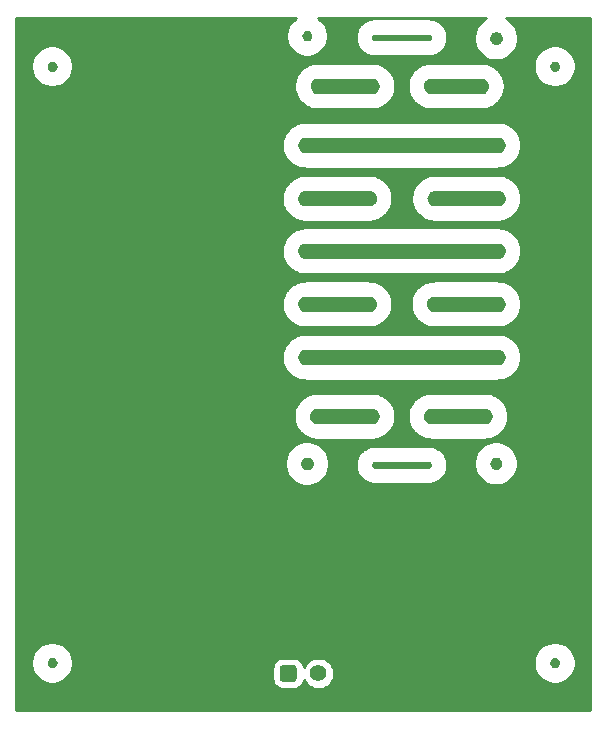
<source format=gbr>
G04 #@! TF.GenerationSoftware,KiCad,Pcbnew,5.1.5-52549c5~84~ubuntu18.04.1*
G04 #@! TF.CreationDate,2020-03-09T21:40:01+01:00*
G04 #@! TF.ProjectId,Nokolino_top,4e6f6b6f-6c69-46e6-9f5f-746f702e6b69,rev?*
G04 #@! TF.SameCoordinates,Original*
G04 #@! TF.FileFunction,Copper,L2,Bot*
G04 #@! TF.FilePolarity,Positive*
%FSLAX46Y46*%
G04 Gerber Fmt 4.6, Leading zero omitted, Abs format (unit mm)*
G04 Created by KiCad (PCBNEW 5.1.5-52549c5~84~ubuntu18.04.1) date 2020-03-09 21:40:01*
%MOMM*%
%LPD*%
G04 APERTURE LIST*
%ADD10C,0.100000*%
%ADD11C,1.400000*%
%ADD12C,0.254000*%
G04 APERTURE END LIST*
G04 #@! TA.AperFunction,ComponentPad*
D10*
G36*
X144242526Y-135483300D02*
G01*
X144266717Y-135486888D01*
X144290439Y-135492830D01*
X144313465Y-135501069D01*
X144335572Y-135511525D01*
X144356548Y-135524098D01*
X144376191Y-135538666D01*
X144394311Y-135555089D01*
X144410734Y-135573209D01*
X144425302Y-135592852D01*
X144437875Y-135613828D01*
X144448331Y-135635935D01*
X144456570Y-135658961D01*
X144462512Y-135682683D01*
X144466100Y-135706874D01*
X144467300Y-135731300D01*
X144467300Y-136632900D01*
X144466100Y-136657326D01*
X144462512Y-136681517D01*
X144456570Y-136705239D01*
X144448331Y-136728265D01*
X144437875Y-136750372D01*
X144425302Y-136771348D01*
X144410734Y-136790991D01*
X144394311Y-136809111D01*
X144376191Y-136825534D01*
X144356548Y-136840102D01*
X144335572Y-136852675D01*
X144313465Y-136863131D01*
X144290439Y-136871370D01*
X144266717Y-136877312D01*
X144242526Y-136880900D01*
X144218100Y-136882100D01*
X143316500Y-136882100D01*
X143292074Y-136880900D01*
X143267883Y-136877312D01*
X143244161Y-136871370D01*
X143221135Y-136863131D01*
X143199028Y-136852675D01*
X143178052Y-136840102D01*
X143158409Y-136825534D01*
X143140289Y-136809111D01*
X143123866Y-136790991D01*
X143109298Y-136771348D01*
X143096725Y-136750372D01*
X143086269Y-136728265D01*
X143078030Y-136705239D01*
X143072088Y-136681517D01*
X143068500Y-136657326D01*
X143067300Y-136632900D01*
X143067300Y-135731300D01*
X143068500Y-135706874D01*
X143072088Y-135682683D01*
X143078030Y-135658961D01*
X143086269Y-135635935D01*
X143096725Y-135613828D01*
X143109298Y-135592852D01*
X143123866Y-135573209D01*
X143140289Y-135555089D01*
X143158409Y-135538666D01*
X143178052Y-135524098D01*
X143199028Y-135511525D01*
X143221135Y-135501069D01*
X143244161Y-135492830D01*
X143267883Y-135486888D01*
X143292074Y-135483300D01*
X143316500Y-135482100D01*
X144218100Y-135482100D01*
X144242526Y-135483300D01*
G37*
G04 #@! TD.AperFunction*
D11*
X146327300Y-136182100D03*
D12*
G36*
X144217885Y-80820514D02*
G01*
X143970514Y-81067885D01*
X143776156Y-81358763D01*
X143642280Y-81681969D01*
X143574030Y-82025082D01*
X143574030Y-82374918D01*
X143642280Y-82718031D01*
X143776156Y-83041237D01*
X143970514Y-83332115D01*
X144217885Y-83579486D01*
X144508763Y-83773844D01*
X144831969Y-83907720D01*
X145175082Y-83975970D01*
X145524918Y-83975970D01*
X145868031Y-83907720D01*
X146191237Y-83773844D01*
X146482115Y-83579486D01*
X146729486Y-83332115D01*
X146923844Y-83041237D01*
X147057720Y-82718031D01*
X147125970Y-82374918D01*
X147125970Y-82352601D01*
X149465005Y-82352601D01*
X149465026Y-82358535D01*
X149468270Y-82390458D01*
X149468046Y-82422548D01*
X149469047Y-82432761D01*
X149486387Y-82597743D01*
X149499785Y-82663013D01*
X149512265Y-82728436D01*
X149515231Y-82738260D01*
X149564286Y-82896732D01*
X149590114Y-82958174D01*
X149615057Y-83019911D01*
X149619874Y-83028972D01*
X149698776Y-83174898D01*
X149736054Y-83230164D01*
X149772506Y-83285868D01*
X149778991Y-83293821D01*
X149884734Y-83421642D01*
X149932024Y-83468603D01*
X149978612Y-83516177D01*
X149986519Y-83522719D01*
X150115075Y-83627567D01*
X150170617Y-83664469D01*
X150225529Y-83702068D01*
X150234556Y-83706950D01*
X150381029Y-83784831D01*
X150442642Y-83810226D01*
X150503848Y-83836459D01*
X150513651Y-83839494D01*
X150672462Y-83887442D01*
X150737858Y-83900391D01*
X150802972Y-83914231D01*
X150813174Y-83915304D01*
X150813178Y-83915304D01*
X150978277Y-83931492D01*
X151013895Y-83935000D01*
X155686105Y-83935000D01*
X155717397Y-83931918D01*
X155722548Y-83931954D01*
X155732761Y-83930953D01*
X155897743Y-83913613D01*
X155963013Y-83900215D01*
X156028436Y-83887735D01*
X156038260Y-83884769D01*
X156196732Y-83835714D01*
X156258174Y-83809886D01*
X156319911Y-83784943D01*
X156328972Y-83780126D01*
X156474898Y-83701224D01*
X156530164Y-83663946D01*
X156585868Y-83627494D01*
X156593821Y-83621009D01*
X156721642Y-83515266D01*
X156768603Y-83467976D01*
X156816177Y-83421388D01*
X156822719Y-83413481D01*
X156927567Y-83284925D01*
X156964469Y-83229383D01*
X157002068Y-83174471D01*
X157006950Y-83165444D01*
X157084831Y-83018971D01*
X157110226Y-82957358D01*
X157136459Y-82896152D01*
X157139494Y-82886349D01*
X157187442Y-82727538D01*
X157200391Y-82662142D01*
X157214231Y-82597028D01*
X157215304Y-82586822D01*
X157231492Y-82421723D01*
X157231492Y-82339597D01*
X157234960Y-82307661D01*
X157234995Y-82297399D01*
X157234974Y-82291465D01*
X157231730Y-82259542D01*
X157231954Y-82227452D01*
X157230953Y-82217239D01*
X157213613Y-82052257D01*
X157200215Y-81986987D01*
X157187735Y-81921564D01*
X157184769Y-81911740D01*
X157135714Y-81753268D01*
X157109886Y-81691826D01*
X157084943Y-81630089D01*
X157080125Y-81621028D01*
X157001224Y-81475102D01*
X156963936Y-81419820D01*
X156927494Y-81364132D01*
X156921009Y-81356179D01*
X156815266Y-81228358D01*
X156767976Y-81181397D01*
X156721388Y-81133823D01*
X156713487Y-81127287D01*
X156713480Y-81127280D01*
X156713472Y-81127275D01*
X156584925Y-81022433D01*
X156529368Y-80985521D01*
X156474471Y-80947932D01*
X156465444Y-80943050D01*
X156318971Y-80865169D01*
X156257358Y-80839774D01*
X156196152Y-80813541D01*
X156186349Y-80810506D01*
X156027538Y-80762558D01*
X155962155Y-80749612D01*
X155897028Y-80735769D01*
X155886824Y-80734696D01*
X155886822Y-80734696D01*
X155721723Y-80718508D01*
X155686105Y-80715000D01*
X151013895Y-80715000D01*
X150982603Y-80718082D01*
X150977452Y-80718046D01*
X150967239Y-80719047D01*
X150802257Y-80736387D01*
X150736987Y-80749785D01*
X150671564Y-80762265D01*
X150661740Y-80765231D01*
X150503268Y-80814286D01*
X150441826Y-80840114D01*
X150380089Y-80865057D01*
X150371033Y-80869872D01*
X150371029Y-80869874D01*
X150371028Y-80869875D01*
X150225102Y-80948776D01*
X150169820Y-80986064D01*
X150114132Y-81022506D01*
X150106179Y-81028991D01*
X149978358Y-81134734D01*
X149931397Y-81182024D01*
X149883823Y-81228612D01*
X149877287Y-81236513D01*
X149877280Y-81236520D01*
X149877275Y-81236528D01*
X149772433Y-81365075D01*
X149735521Y-81420632D01*
X149697932Y-81475529D01*
X149693050Y-81484556D01*
X149615169Y-81631029D01*
X149589774Y-81692642D01*
X149563541Y-81753848D01*
X149560506Y-81763651D01*
X149512558Y-81922462D01*
X149499612Y-81987845D01*
X149485769Y-82052972D01*
X149484696Y-82063178D01*
X149468508Y-82228277D01*
X149468508Y-82310403D01*
X149465040Y-82342339D01*
X149465005Y-82352601D01*
X147125970Y-82352601D01*
X147125970Y-82025082D01*
X147057720Y-81681969D01*
X146923844Y-81358763D01*
X146729486Y-81067885D01*
X146482115Y-80820514D01*
X146316719Y-80710000D01*
X160501538Y-80710000D01*
X160456621Y-80728605D01*
X160147714Y-80935010D01*
X159885010Y-81197714D01*
X159678605Y-81506621D01*
X159536431Y-81849860D01*
X159463951Y-82214240D01*
X159463951Y-82585760D01*
X159536431Y-82950140D01*
X159678605Y-83293379D01*
X159885010Y-83602286D01*
X160147714Y-83864990D01*
X160456621Y-84071395D01*
X160799860Y-84213569D01*
X161164240Y-84286049D01*
X161535760Y-84286049D01*
X161900140Y-84213569D01*
X162243379Y-84071395D01*
X162552286Y-83864990D01*
X162814990Y-83602286D01*
X163021395Y-83293379D01*
X163163569Y-82950140D01*
X163236049Y-82585760D01*
X163236049Y-82214240D01*
X163163569Y-81849860D01*
X163021395Y-81506621D01*
X162814990Y-81197714D01*
X162552286Y-80935010D01*
X162243379Y-80728605D01*
X162198462Y-80710000D01*
X169290001Y-80710000D01*
X169290000Y-139290000D01*
X120710000Y-139290000D01*
X120710000Y-135105082D01*
X121994030Y-135105082D01*
X121994030Y-135454918D01*
X122062280Y-135798031D01*
X122196156Y-136121237D01*
X122390514Y-136412115D01*
X122637885Y-136659486D01*
X122928763Y-136853844D01*
X123251969Y-136987720D01*
X123595082Y-137055970D01*
X123944918Y-137055970D01*
X124288031Y-136987720D01*
X124611237Y-136853844D01*
X124902115Y-136659486D01*
X125149486Y-136412115D01*
X125343844Y-136121237D01*
X125477720Y-135798031D01*
X125490993Y-135731300D01*
X142429228Y-135731300D01*
X142429228Y-136632900D01*
X142446277Y-136805998D01*
X142496768Y-136972444D01*
X142578760Y-137125842D01*
X142689104Y-137260296D01*
X142823558Y-137370640D01*
X142976956Y-137452632D01*
X143143402Y-137503123D01*
X143316500Y-137520172D01*
X144218100Y-137520172D01*
X144391198Y-137503123D01*
X144557644Y-137452632D01*
X144711042Y-137370640D01*
X144845496Y-137260296D01*
X144955840Y-137125842D01*
X145037832Y-136972444D01*
X145088323Y-136805998D01*
X145098391Y-136703773D01*
X145144239Y-136814459D01*
X145290338Y-137033113D01*
X145476287Y-137219062D01*
X145694941Y-137365161D01*
X145937895Y-137465796D01*
X146195814Y-137517100D01*
X146458786Y-137517100D01*
X146716705Y-137465796D01*
X146959659Y-137365161D01*
X147178313Y-137219062D01*
X147364262Y-137033113D01*
X147510361Y-136814459D01*
X147610996Y-136571505D01*
X147662300Y-136313586D01*
X147662300Y-136050614D01*
X147610996Y-135792695D01*
X147510361Y-135549741D01*
X147364262Y-135331087D01*
X147178313Y-135145138D01*
X147118365Y-135105082D01*
X164544030Y-135105082D01*
X164544030Y-135454918D01*
X164612280Y-135798031D01*
X164746156Y-136121237D01*
X164940514Y-136412115D01*
X165187885Y-136659486D01*
X165478763Y-136853844D01*
X165801969Y-136987720D01*
X166145082Y-137055970D01*
X166494918Y-137055970D01*
X166838031Y-136987720D01*
X167161237Y-136853844D01*
X167452115Y-136659486D01*
X167699486Y-136412115D01*
X167893844Y-136121237D01*
X168027720Y-135798031D01*
X168095970Y-135454918D01*
X168095970Y-135105082D01*
X168027720Y-134761969D01*
X167893844Y-134438763D01*
X167699486Y-134147885D01*
X167452115Y-133900514D01*
X167161237Y-133706156D01*
X166838031Y-133572280D01*
X166494918Y-133504030D01*
X166145082Y-133504030D01*
X165801969Y-133572280D01*
X165478763Y-133706156D01*
X165187885Y-133900514D01*
X164940514Y-134147885D01*
X164746156Y-134438763D01*
X164612280Y-134761969D01*
X164544030Y-135105082D01*
X147118365Y-135105082D01*
X146959659Y-134999039D01*
X146716705Y-134898404D01*
X146458786Y-134847100D01*
X146195814Y-134847100D01*
X145937895Y-134898404D01*
X145694941Y-134999039D01*
X145476287Y-135145138D01*
X145290338Y-135331087D01*
X145144239Y-135549741D01*
X145098391Y-135660427D01*
X145088323Y-135558202D01*
X145037832Y-135391756D01*
X144955840Y-135238358D01*
X144845496Y-135103904D01*
X144711042Y-134993560D01*
X144557644Y-134911568D01*
X144391198Y-134861077D01*
X144218100Y-134844028D01*
X143316500Y-134844028D01*
X143143402Y-134861077D01*
X142976956Y-134911568D01*
X142823558Y-134993560D01*
X142689104Y-135103904D01*
X142578760Y-135238358D01*
X142496768Y-135391756D01*
X142446277Y-135558202D01*
X142429228Y-135731300D01*
X125490993Y-135731300D01*
X125545970Y-135454918D01*
X125545970Y-135105082D01*
X125477720Y-134761969D01*
X125343844Y-134438763D01*
X125149486Y-134147885D01*
X124902115Y-133900514D01*
X124611237Y-133706156D01*
X124288031Y-133572280D01*
X123944918Y-133504030D01*
X123595082Y-133504030D01*
X123251969Y-133572280D01*
X122928763Y-133706156D01*
X122637885Y-133900514D01*
X122390514Y-134147885D01*
X122196156Y-134438763D01*
X122062280Y-134761969D01*
X121994030Y-135105082D01*
X120710000Y-135105082D01*
X120710000Y-118214240D01*
X143463951Y-118214240D01*
X143463951Y-118585760D01*
X143536431Y-118950140D01*
X143678605Y-119293379D01*
X143885010Y-119602286D01*
X144147714Y-119864990D01*
X144456621Y-120071395D01*
X144799860Y-120213569D01*
X145164240Y-120286049D01*
X145535760Y-120286049D01*
X145900140Y-120213569D01*
X146243379Y-120071395D01*
X146552286Y-119864990D01*
X146814990Y-119602286D01*
X147021395Y-119293379D01*
X147163569Y-118950140D01*
X147236049Y-118585760D01*
X147236049Y-118552601D01*
X149465005Y-118552601D01*
X149465026Y-118558535D01*
X149468270Y-118590458D01*
X149468046Y-118622548D01*
X149469047Y-118632761D01*
X149486387Y-118797743D01*
X149499785Y-118863013D01*
X149512265Y-118928436D01*
X149515231Y-118938260D01*
X149564286Y-119096732D01*
X149590114Y-119158174D01*
X149615057Y-119219911D01*
X149619874Y-119228972D01*
X149698776Y-119374898D01*
X149736054Y-119430164D01*
X149772506Y-119485868D01*
X149778991Y-119493821D01*
X149884734Y-119621642D01*
X149932024Y-119668603D01*
X149978612Y-119716177D01*
X149986519Y-119722719D01*
X150115075Y-119827567D01*
X150170617Y-119864469D01*
X150225529Y-119902068D01*
X150234556Y-119906950D01*
X150381029Y-119984831D01*
X150442642Y-120010226D01*
X150503848Y-120036459D01*
X150513651Y-120039494D01*
X150672462Y-120087442D01*
X150737858Y-120100391D01*
X150802972Y-120114231D01*
X150813174Y-120115304D01*
X150813178Y-120115304D01*
X150978277Y-120131492D01*
X151013895Y-120135000D01*
X155686105Y-120135000D01*
X155717397Y-120131918D01*
X155722548Y-120131954D01*
X155732761Y-120130953D01*
X155897743Y-120113613D01*
X155963013Y-120100215D01*
X156028436Y-120087735D01*
X156038260Y-120084769D01*
X156196732Y-120035714D01*
X156258174Y-120009886D01*
X156319911Y-119984943D01*
X156328972Y-119980126D01*
X156474898Y-119901224D01*
X156530164Y-119863946D01*
X156585868Y-119827494D01*
X156593821Y-119821009D01*
X156721642Y-119715266D01*
X156768603Y-119667976D01*
X156816177Y-119621388D01*
X156822719Y-119613481D01*
X156927567Y-119484925D01*
X156964469Y-119429383D01*
X157002068Y-119374471D01*
X157006950Y-119365444D01*
X157084831Y-119218971D01*
X157110226Y-119157358D01*
X157136459Y-119096152D01*
X157139494Y-119086349D01*
X157187442Y-118927538D01*
X157200391Y-118862142D01*
X157214231Y-118797028D01*
X157215304Y-118786822D01*
X157231492Y-118621723D01*
X157231492Y-118539597D01*
X157234960Y-118507661D01*
X157234995Y-118497399D01*
X157234974Y-118491465D01*
X157231730Y-118459542D01*
X157231954Y-118427452D01*
X157230953Y-118417239D01*
X157213613Y-118252257D01*
X157206255Y-118216411D01*
X159485985Y-118216411D01*
X159485985Y-118583589D01*
X159557618Y-118943713D01*
X159698131Y-119282942D01*
X159902125Y-119588240D01*
X160161760Y-119847875D01*
X160467058Y-120051869D01*
X160806287Y-120192382D01*
X161166411Y-120264015D01*
X161533589Y-120264015D01*
X161893713Y-120192382D01*
X162232942Y-120051869D01*
X162538240Y-119847875D01*
X162797875Y-119588240D01*
X163001869Y-119282942D01*
X163142382Y-118943713D01*
X163214015Y-118583589D01*
X163214015Y-118216411D01*
X163142382Y-117856287D01*
X163001869Y-117517058D01*
X162797875Y-117211760D01*
X162538240Y-116952125D01*
X162232942Y-116748131D01*
X161893713Y-116607618D01*
X161533589Y-116535985D01*
X161166411Y-116535985D01*
X160806287Y-116607618D01*
X160467058Y-116748131D01*
X160161760Y-116952125D01*
X159902125Y-117211760D01*
X159698131Y-117517058D01*
X159557618Y-117856287D01*
X159485985Y-118216411D01*
X157206255Y-118216411D01*
X157200215Y-118186987D01*
X157187735Y-118121564D01*
X157184769Y-118111740D01*
X157135714Y-117953268D01*
X157109886Y-117891826D01*
X157084943Y-117830089D01*
X157080125Y-117821028D01*
X157001224Y-117675102D01*
X156963936Y-117619820D01*
X156927494Y-117564132D01*
X156921009Y-117556179D01*
X156815266Y-117428358D01*
X156767976Y-117381397D01*
X156721388Y-117333823D01*
X156713487Y-117327287D01*
X156713480Y-117327280D01*
X156713472Y-117327275D01*
X156584925Y-117222433D01*
X156529368Y-117185521D01*
X156474471Y-117147932D01*
X156465444Y-117143050D01*
X156318971Y-117065169D01*
X156257358Y-117039774D01*
X156196152Y-117013541D01*
X156186349Y-117010506D01*
X156027538Y-116962558D01*
X155962155Y-116949612D01*
X155897028Y-116935769D01*
X155886824Y-116934696D01*
X155886822Y-116934696D01*
X155721723Y-116918508D01*
X155686105Y-116915000D01*
X151013895Y-116915000D01*
X150982603Y-116918082D01*
X150977452Y-116918046D01*
X150967239Y-116919047D01*
X150802257Y-116936387D01*
X150736987Y-116949785D01*
X150671564Y-116962265D01*
X150661740Y-116965231D01*
X150503268Y-117014286D01*
X150441826Y-117040114D01*
X150380089Y-117065057D01*
X150371033Y-117069872D01*
X150371029Y-117069874D01*
X150371028Y-117069875D01*
X150225102Y-117148776D01*
X150169820Y-117186064D01*
X150114132Y-117222506D01*
X150106179Y-117228991D01*
X149978358Y-117334734D01*
X149931397Y-117382024D01*
X149883823Y-117428612D01*
X149877287Y-117436513D01*
X149877280Y-117436520D01*
X149877275Y-117436528D01*
X149772433Y-117565075D01*
X149735521Y-117620632D01*
X149697932Y-117675529D01*
X149693050Y-117684556D01*
X149615169Y-117831029D01*
X149589774Y-117892642D01*
X149563541Y-117953848D01*
X149560506Y-117963651D01*
X149512558Y-118122462D01*
X149499612Y-118187845D01*
X149485769Y-118252972D01*
X149484696Y-118263178D01*
X149468508Y-118428277D01*
X149468508Y-118510403D01*
X149465040Y-118542339D01*
X149465005Y-118552601D01*
X147236049Y-118552601D01*
X147236049Y-118214240D01*
X147163569Y-117849860D01*
X147021395Y-117506621D01*
X146814990Y-117197714D01*
X146552286Y-116935010D01*
X146243379Y-116728605D01*
X145900140Y-116586431D01*
X145535760Y-116513951D01*
X145164240Y-116513951D01*
X144799860Y-116586431D01*
X144456621Y-116728605D01*
X144147714Y-116935010D01*
X143885010Y-117197714D01*
X143678605Y-117506621D01*
X143536431Y-117849860D01*
X143463951Y-118214240D01*
X120710000Y-118214240D01*
X120710000Y-114402527D01*
X144215004Y-114402527D01*
X144215034Y-114411254D01*
X144218280Y-114443227D01*
X144218056Y-114475344D01*
X144219057Y-114485557D01*
X144244558Y-114728177D01*
X144257954Y-114793435D01*
X144270436Y-114858868D01*
X144273401Y-114868692D01*
X144345541Y-115101739D01*
X144371385Y-115163219D01*
X144396312Y-115224916D01*
X144401129Y-115233977D01*
X144517161Y-115448575D01*
X144554431Y-115503830D01*
X144590890Y-115559545D01*
X144597376Y-115567498D01*
X144752880Y-115755470D01*
X144800186Y-115802447D01*
X144846758Y-115850005D01*
X144854665Y-115856547D01*
X145043719Y-116010736D01*
X145099242Y-116047626D01*
X145154172Y-116085237D01*
X145163194Y-116090115D01*
X145163198Y-116090118D01*
X145163202Y-116090120D01*
X145378600Y-116204649D01*
X145440218Y-116230046D01*
X145501422Y-116256278D01*
X145511217Y-116259311D01*
X145511223Y-116259313D01*
X145511229Y-116259314D01*
X145744770Y-116329824D01*
X145810130Y-116342766D01*
X145875278Y-116356613D01*
X145885484Y-116357686D01*
X146128276Y-116381492D01*
X146128277Y-116381492D01*
X146163895Y-116385000D01*
X150886105Y-116385000D01*
X150917677Y-116381890D01*
X150925344Y-116381944D01*
X150935557Y-116380943D01*
X151178177Y-116355442D01*
X151243435Y-116342046D01*
X151308868Y-116329564D01*
X151318692Y-116326599D01*
X151551739Y-116254459D01*
X151613219Y-116228615D01*
X151674916Y-116203688D01*
X151683977Y-116198871D01*
X151898575Y-116082839D01*
X151953830Y-116045569D01*
X152009545Y-116009110D01*
X152017498Y-116002624D01*
X152205470Y-115847120D01*
X152252447Y-115799814D01*
X152300005Y-115753242D01*
X152306547Y-115745335D01*
X152460736Y-115556281D01*
X152497626Y-115500758D01*
X152535237Y-115445828D01*
X152540115Y-115436806D01*
X152540118Y-115436802D01*
X152540120Y-115436798D01*
X152654649Y-115221400D01*
X152680046Y-115159782D01*
X152706278Y-115098578D01*
X152709311Y-115088783D01*
X152709313Y-115088777D01*
X152709314Y-115088771D01*
X152779824Y-114855230D01*
X152792766Y-114789870D01*
X152806613Y-114724722D01*
X152807686Y-114714516D01*
X152831492Y-114471724D01*
X152831492Y-114439634D01*
X152834959Y-114407736D01*
X152834977Y-114402527D01*
X153865004Y-114402527D01*
X153865034Y-114411254D01*
X153868280Y-114443227D01*
X153868056Y-114475344D01*
X153869057Y-114485557D01*
X153894558Y-114728177D01*
X153907954Y-114793435D01*
X153920436Y-114858868D01*
X153923401Y-114868692D01*
X153995541Y-115101739D01*
X154021385Y-115163219D01*
X154046312Y-115224916D01*
X154051129Y-115233977D01*
X154167161Y-115448575D01*
X154204431Y-115503830D01*
X154240890Y-115559545D01*
X154247376Y-115567498D01*
X154402880Y-115755470D01*
X154450186Y-115802447D01*
X154496758Y-115850005D01*
X154504665Y-115856547D01*
X154693719Y-116010736D01*
X154749242Y-116047626D01*
X154804172Y-116085237D01*
X154813194Y-116090115D01*
X154813198Y-116090118D01*
X154813202Y-116090120D01*
X155028600Y-116204649D01*
X155090218Y-116230046D01*
X155151422Y-116256278D01*
X155161217Y-116259311D01*
X155161223Y-116259313D01*
X155161229Y-116259314D01*
X155394770Y-116329824D01*
X155460130Y-116342766D01*
X155525278Y-116356613D01*
X155535484Y-116357686D01*
X155632190Y-116367168D01*
X155655915Y-116374365D01*
X155763895Y-116385000D01*
X160486105Y-116385000D01*
X160594085Y-116374365D01*
X160618445Y-116366976D01*
X160728177Y-116355442D01*
X160793435Y-116342046D01*
X160858868Y-116329564D01*
X160868692Y-116326599D01*
X161101739Y-116254459D01*
X161163219Y-116228615D01*
X161224916Y-116203688D01*
X161233977Y-116198871D01*
X161448575Y-116082839D01*
X161503830Y-116045569D01*
X161559545Y-116009110D01*
X161567498Y-116002624D01*
X161755470Y-115847120D01*
X161802447Y-115799814D01*
X161850005Y-115753242D01*
X161856547Y-115745335D01*
X162010736Y-115556281D01*
X162047626Y-115500758D01*
X162085237Y-115445828D01*
X162090115Y-115436806D01*
X162090118Y-115436802D01*
X162090120Y-115436798D01*
X162204649Y-115221400D01*
X162230046Y-115159782D01*
X162256278Y-115098578D01*
X162259311Y-115088783D01*
X162259313Y-115088777D01*
X162259314Y-115088771D01*
X162329824Y-114855230D01*
X162342766Y-114789870D01*
X162356613Y-114724722D01*
X162357686Y-114714516D01*
X162381492Y-114471724D01*
X162381492Y-114439634D01*
X162384959Y-114407736D01*
X162384996Y-114397473D01*
X162384966Y-114388746D01*
X162381720Y-114356773D01*
X162381944Y-114324656D01*
X162380943Y-114314442D01*
X162355442Y-114071823D01*
X162342045Y-114006558D01*
X162329564Y-113941132D01*
X162326599Y-113931308D01*
X162254459Y-113698261D01*
X162228641Y-113636842D01*
X162203689Y-113575084D01*
X162198871Y-113566023D01*
X162082839Y-113351426D01*
X162045565Y-113296165D01*
X162009110Y-113240455D01*
X162002624Y-113232502D01*
X161847120Y-113044530D01*
X161799814Y-112997553D01*
X161753242Y-112949995D01*
X161745335Y-112943453D01*
X161556281Y-112789264D01*
X161500773Y-112752385D01*
X161445828Y-112714763D01*
X161436801Y-112709882D01*
X161221400Y-112595351D01*
X161159810Y-112569966D01*
X161098578Y-112543722D01*
X161088775Y-112540687D01*
X160855230Y-112470176D01*
X160789863Y-112457233D01*
X160724722Y-112443387D01*
X160714516Y-112442314D01*
X160617810Y-112432832D01*
X160594085Y-112425635D01*
X160486105Y-112415000D01*
X155813895Y-112415000D01*
X155720167Y-112424231D01*
X155600079Y-112432017D01*
X155534306Y-112442799D01*
X155468458Y-112452651D01*
X155458523Y-112455221D01*
X155222590Y-112518040D01*
X155160203Y-112541377D01*
X155097482Y-112563846D01*
X155088236Y-112568298D01*
X154868998Y-112675746D01*
X154812293Y-112710781D01*
X154755169Y-112744981D01*
X154746963Y-112751144D01*
X154552770Y-112899129D01*
X154503963Y-112944499D01*
X154454557Y-112989155D01*
X154447705Y-112996794D01*
X154285955Y-113179680D01*
X154246874Y-113233687D01*
X154207100Y-113287066D01*
X154201862Y-113295891D01*
X154078715Y-113506711D01*
X154050873Y-113567269D01*
X154022219Y-113627369D01*
X154018794Y-113637043D01*
X153938941Y-113867768D01*
X153923392Y-113932579D01*
X153906957Y-113997101D01*
X153905477Y-114007256D01*
X153871959Y-114249097D01*
X153866926Y-114374917D01*
X153865041Y-114392264D01*
X153865004Y-114402527D01*
X152834977Y-114402527D01*
X152834996Y-114397473D01*
X152834966Y-114388746D01*
X152831720Y-114356773D01*
X152831944Y-114324656D01*
X152830943Y-114314442D01*
X152805442Y-114071823D01*
X152792045Y-114006558D01*
X152779564Y-113941132D01*
X152776599Y-113931308D01*
X152704459Y-113698261D01*
X152678641Y-113636842D01*
X152653689Y-113575084D01*
X152648871Y-113566023D01*
X152532839Y-113351426D01*
X152495565Y-113296165D01*
X152459110Y-113240455D01*
X152452624Y-113232502D01*
X152297120Y-113044530D01*
X152249814Y-112997553D01*
X152203242Y-112949995D01*
X152195335Y-112943453D01*
X152006281Y-112789264D01*
X151950773Y-112752385D01*
X151895828Y-112714763D01*
X151886801Y-112709882D01*
X151671400Y-112595351D01*
X151609810Y-112569966D01*
X151548578Y-112543722D01*
X151538775Y-112540687D01*
X151305230Y-112470176D01*
X151239863Y-112457233D01*
X151174722Y-112443387D01*
X151164516Y-112442314D01*
X150921723Y-112418508D01*
X150886105Y-112415000D01*
X146213895Y-112415000D01*
X146206364Y-112415742D01*
X146203965Y-112415629D01*
X146193720Y-112416221D01*
X145950079Y-112432017D01*
X145884306Y-112442799D01*
X145818458Y-112452651D01*
X145808523Y-112455221D01*
X145572590Y-112518040D01*
X145510203Y-112541377D01*
X145447482Y-112563846D01*
X145438236Y-112568298D01*
X145218998Y-112675746D01*
X145162293Y-112710781D01*
X145105169Y-112744981D01*
X145096963Y-112751144D01*
X144902770Y-112899129D01*
X144853963Y-112944499D01*
X144804557Y-112989155D01*
X144797705Y-112996794D01*
X144635955Y-113179680D01*
X144596874Y-113233687D01*
X144557100Y-113287066D01*
X144551862Y-113295891D01*
X144428715Y-113506711D01*
X144400873Y-113567269D01*
X144372219Y-113627369D01*
X144368794Y-113637043D01*
X144288941Y-113867768D01*
X144273392Y-113932579D01*
X144256957Y-113997101D01*
X144255477Y-114007256D01*
X144221959Y-114249097D01*
X144216926Y-114374917D01*
X144215041Y-114392264D01*
X144215004Y-114402527D01*
X120710000Y-114402527D01*
X120710000Y-109402527D01*
X143215004Y-109402527D01*
X143215034Y-109411254D01*
X143218280Y-109443227D01*
X143218056Y-109475344D01*
X143219057Y-109485557D01*
X143244558Y-109728177D01*
X143257954Y-109793435D01*
X143270436Y-109858868D01*
X143273401Y-109868692D01*
X143345541Y-110101739D01*
X143371385Y-110163219D01*
X143396312Y-110224916D01*
X143401129Y-110233977D01*
X143517161Y-110448575D01*
X143554431Y-110503830D01*
X143590890Y-110559545D01*
X143597376Y-110567498D01*
X143752880Y-110755470D01*
X143800186Y-110802447D01*
X143846758Y-110850005D01*
X143854665Y-110856547D01*
X144043719Y-111010736D01*
X144099242Y-111047626D01*
X144154172Y-111085237D01*
X144163194Y-111090115D01*
X144163198Y-111090118D01*
X144163202Y-111090120D01*
X144378600Y-111204649D01*
X144440218Y-111230046D01*
X144501422Y-111256278D01*
X144511217Y-111259311D01*
X144511223Y-111259313D01*
X144511229Y-111259314D01*
X144744770Y-111329824D01*
X144810130Y-111342766D01*
X144875278Y-111356613D01*
X144885484Y-111357686D01*
X145128276Y-111381492D01*
X145128277Y-111381492D01*
X145163895Y-111385000D01*
X161536105Y-111385000D01*
X161567677Y-111381890D01*
X161575344Y-111381944D01*
X161585557Y-111380943D01*
X161828177Y-111355442D01*
X161893435Y-111342046D01*
X161958868Y-111329564D01*
X161968692Y-111326599D01*
X162201739Y-111254459D01*
X162263219Y-111228615D01*
X162324916Y-111203688D01*
X162333977Y-111198871D01*
X162548575Y-111082839D01*
X162603830Y-111045569D01*
X162659545Y-111009110D01*
X162667498Y-111002624D01*
X162855470Y-110847120D01*
X162902447Y-110799814D01*
X162950005Y-110753242D01*
X162956547Y-110745335D01*
X163110736Y-110556281D01*
X163147626Y-110500758D01*
X163185237Y-110445828D01*
X163190115Y-110436806D01*
X163190118Y-110436802D01*
X163190120Y-110436798D01*
X163304649Y-110221400D01*
X163330046Y-110159782D01*
X163356278Y-110098578D01*
X163359311Y-110088783D01*
X163359313Y-110088777D01*
X163359314Y-110088771D01*
X163429824Y-109855230D01*
X163442766Y-109789870D01*
X163456613Y-109724722D01*
X163457686Y-109714516D01*
X163481492Y-109471724D01*
X163481492Y-109439634D01*
X163484959Y-109407736D01*
X163484996Y-109397473D01*
X163484966Y-109388746D01*
X163481720Y-109356773D01*
X163481944Y-109324656D01*
X163480943Y-109314442D01*
X163455442Y-109071823D01*
X163442045Y-109006558D01*
X163429564Y-108941132D01*
X163426599Y-108931308D01*
X163354459Y-108698261D01*
X163328641Y-108636842D01*
X163303689Y-108575084D01*
X163298871Y-108566023D01*
X163182839Y-108351426D01*
X163145565Y-108296165D01*
X163109110Y-108240455D01*
X163102624Y-108232502D01*
X162947120Y-108044530D01*
X162899814Y-107997553D01*
X162853242Y-107949995D01*
X162845335Y-107943453D01*
X162656281Y-107789264D01*
X162600773Y-107752385D01*
X162545828Y-107714763D01*
X162536801Y-107709882D01*
X162321400Y-107595351D01*
X162259810Y-107569966D01*
X162198578Y-107543722D01*
X162188775Y-107540687D01*
X161955230Y-107470176D01*
X161889863Y-107457233D01*
X161824722Y-107443387D01*
X161814516Y-107442314D01*
X161571723Y-107418508D01*
X161536105Y-107415000D01*
X145163895Y-107415000D01*
X145070167Y-107424231D01*
X144950079Y-107432017D01*
X144884306Y-107442799D01*
X144818458Y-107452651D01*
X144808523Y-107455221D01*
X144572590Y-107518040D01*
X144510203Y-107541377D01*
X144447482Y-107563846D01*
X144438236Y-107568298D01*
X144218998Y-107675746D01*
X144162293Y-107710781D01*
X144105169Y-107744981D01*
X144096963Y-107751144D01*
X143902770Y-107899129D01*
X143853963Y-107944499D01*
X143804557Y-107989155D01*
X143797705Y-107996794D01*
X143635955Y-108179680D01*
X143596874Y-108233687D01*
X143557100Y-108287066D01*
X143551862Y-108295891D01*
X143428715Y-108506711D01*
X143400873Y-108567269D01*
X143372219Y-108627369D01*
X143368794Y-108637043D01*
X143288941Y-108867768D01*
X143273392Y-108932579D01*
X143256957Y-108997101D01*
X143255477Y-109007256D01*
X143221959Y-109249097D01*
X143216926Y-109374917D01*
X143215041Y-109392264D01*
X143215004Y-109402527D01*
X120710000Y-109402527D01*
X120710000Y-104902527D01*
X143215004Y-104902527D01*
X143215034Y-104911254D01*
X143218280Y-104943227D01*
X143218056Y-104975344D01*
X143219057Y-104985557D01*
X143244558Y-105228177D01*
X143257954Y-105293435D01*
X143270436Y-105358868D01*
X143273401Y-105368692D01*
X143345541Y-105601739D01*
X143371385Y-105663219D01*
X143396312Y-105724916D01*
X143401129Y-105733977D01*
X143517161Y-105948575D01*
X143554431Y-106003830D01*
X143590890Y-106059545D01*
X143597376Y-106067498D01*
X143752880Y-106255470D01*
X143800186Y-106302447D01*
X143846758Y-106350005D01*
X143854665Y-106356547D01*
X144043719Y-106510736D01*
X144099242Y-106547626D01*
X144154172Y-106585237D01*
X144163194Y-106590115D01*
X144163198Y-106590118D01*
X144163202Y-106590120D01*
X144378600Y-106704649D01*
X144440218Y-106730046D01*
X144501422Y-106756278D01*
X144511217Y-106759311D01*
X144511223Y-106759313D01*
X144511229Y-106759314D01*
X144744770Y-106829824D01*
X144810130Y-106842766D01*
X144875278Y-106856613D01*
X144885484Y-106857686D01*
X145128276Y-106881492D01*
X145128277Y-106881492D01*
X145163895Y-106885000D01*
X150636105Y-106885000D01*
X150667677Y-106881890D01*
X150675344Y-106881944D01*
X150685557Y-106880943D01*
X150928177Y-106855442D01*
X150993435Y-106842046D01*
X151058868Y-106829564D01*
X151068692Y-106826599D01*
X151301739Y-106754459D01*
X151363219Y-106728615D01*
X151424916Y-106703688D01*
X151433977Y-106698871D01*
X151648575Y-106582839D01*
X151703830Y-106545569D01*
X151759545Y-106509110D01*
X151767498Y-106502624D01*
X151955470Y-106347120D01*
X152002447Y-106299814D01*
X152050005Y-106253242D01*
X152056547Y-106245335D01*
X152210736Y-106056281D01*
X152247626Y-106000758D01*
X152285237Y-105945828D01*
X152290115Y-105936806D01*
X152290118Y-105936802D01*
X152290120Y-105936798D01*
X152404649Y-105721400D01*
X152430046Y-105659782D01*
X152456278Y-105598578D01*
X152459311Y-105588783D01*
X152459313Y-105588777D01*
X152459314Y-105588771D01*
X152529824Y-105355230D01*
X152542766Y-105289870D01*
X152556613Y-105224722D01*
X152557686Y-105214516D01*
X152581492Y-104971724D01*
X152581492Y-104939634D01*
X152584959Y-104907736D01*
X152584977Y-104902527D01*
X154115004Y-104902527D01*
X154115034Y-104911254D01*
X154118280Y-104943227D01*
X154118056Y-104975344D01*
X154119057Y-104985557D01*
X154144558Y-105228177D01*
X154157954Y-105293435D01*
X154170436Y-105358868D01*
X154173401Y-105368692D01*
X154245541Y-105601739D01*
X154271385Y-105663219D01*
X154296312Y-105724916D01*
X154301129Y-105733977D01*
X154417161Y-105948575D01*
X154454431Y-106003830D01*
X154490890Y-106059545D01*
X154497376Y-106067498D01*
X154652880Y-106255470D01*
X154700186Y-106302447D01*
X154746758Y-106350005D01*
X154754665Y-106356547D01*
X154943719Y-106510736D01*
X154999242Y-106547626D01*
X155054172Y-106585237D01*
X155063194Y-106590115D01*
X155063198Y-106590118D01*
X155063202Y-106590120D01*
X155278600Y-106704649D01*
X155340218Y-106730046D01*
X155401422Y-106756278D01*
X155411217Y-106759311D01*
X155411223Y-106759313D01*
X155411229Y-106759314D01*
X155644770Y-106829824D01*
X155710130Y-106842766D01*
X155775278Y-106856613D01*
X155785484Y-106857686D01*
X156028276Y-106881492D01*
X156078277Y-106881492D01*
X156113895Y-106885000D01*
X161536105Y-106885000D01*
X161567677Y-106881890D01*
X161575344Y-106881944D01*
X161585557Y-106880943D01*
X161828177Y-106855442D01*
X161893435Y-106842046D01*
X161958868Y-106829564D01*
X161968692Y-106826599D01*
X162201739Y-106754459D01*
X162263219Y-106728615D01*
X162324916Y-106703688D01*
X162333977Y-106698871D01*
X162548575Y-106582839D01*
X162603830Y-106545569D01*
X162659545Y-106509110D01*
X162667498Y-106502624D01*
X162855470Y-106347120D01*
X162902447Y-106299814D01*
X162950005Y-106253242D01*
X162956547Y-106245335D01*
X163110736Y-106056281D01*
X163147626Y-106000758D01*
X163185237Y-105945828D01*
X163190115Y-105936806D01*
X163190118Y-105936802D01*
X163190120Y-105936798D01*
X163304649Y-105721400D01*
X163330046Y-105659782D01*
X163356278Y-105598578D01*
X163359311Y-105588783D01*
X163359313Y-105588777D01*
X163359314Y-105588771D01*
X163429824Y-105355230D01*
X163442766Y-105289870D01*
X163456613Y-105224722D01*
X163457686Y-105214516D01*
X163481492Y-104971724D01*
X163481492Y-104939634D01*
X163484959Y-104907736D01*
X163484996Y-104897473D01*
X163484966Y-104888746D01*
X163481720Y-104856773D01*
X163481944Y-104824656D01*
X163480943Y-104814442D01*
X163455442Y-104571823D01*
X163442045Y-104506558D01*
X163429564Y-104441132D01*
X163426599Y-104431308D01*
X163354459Y-104198261D01*
X163328641Y-104136842D01*
X163303689Y-104075084D01*
X163298871Y-104066023D01*
X163182839Y-103851426D01*
X163145565Y-103796165D01*
X163109110Y-103740455D01*
X163102624Y-103732502D01*
X162947120Y-103544530D01*
X162899814Y-103497553D01*
X162853242Y-103449995D01*
X162845335Y-103443453D01*
X162656281Y-103289264D01*
X162600773Y-103252385D01*
X162545828Y-103214763D01*
X162536801Y-103209882D01*
X162321400Y-103095351D01*
X162259810Y-103069966D01*
X162198578Y-103043722D01*
X162188775Y-103040687D01*
X161955230Y-102970176D01*
X161889863Y-102957233D01*
X161824722Y-102943387D01*
X161814516Y-102942314D01*
X161571723Y-102918508D01*
X161536105Y-102915000D01*
X156113895Y-102915000D01*
X156106364Y-102915742D01*
X156103965Y-102915629D01*
X156093720Y-102916221D01*
X155850079Y-102932017D01*
X155784306Y-102942799D01*
X155718458Y-102952651D01*
X155708523Y-102955221D01*
X155472590Y-103018040D01*
X155410203Y-103041377D01*
X155347482Y-103063846D01*
X155338236Y-103068298D01*
X155118998Y-103175746D01*
X155062293Y-103210781D01*
X155005169Y-103244981D01*
X154996963Y-103251144D01*
X154802770Y-103399129D01*
X154753963Y-103444499D01*
X154704557Y-103489155D01*
X154697705Y-103496794D01*
X154535955Y-103679680D01*
X154496874Y-103733687D01*
X154457100Y-103787066D01*
X154451862Y-103795891D01*
X154328715Y-104006711D01*
X154300873Y-104067269D01*
X154272219Y-104127369D01*
X154268794Y-104137043D01*
X154188941Y-104367768D01*
X154173392Y-104432579D01*
X154156957Y-104497101D01*
X154155477Y-104507256D01*
X154121959Y-104749097D01*
X154116926Y-104874917D01*
X154115041Y-104892264D01*
X154115004Y-104902527D01*
X152584977Y-104902527D01*
X152584996Y-104897473D01*
X152584966Y-104888746D01*
X152581720Y-104856773D01*
X152581944Y-104824656D01*
X152580943Y-104814442D01*
X152555442Y-104571823D01*
X152542045Y-104506558D01*
X152529564Y-104441132D01*
X152526599Y-104431308D01*
X152454459Y-104198261D01*
X152428641Y-104136842D01*
X152403689Y-104075084D01*
X152398871Y-104066023D01*
X152282839Y-103851426D01*
X152245565Y-103796165D01*
X152209110Y-103740455D01*
X152202624Y-103732502D01*
X152047120Y-103544530D01*
X151999814Y-103497553D01*
X151953242Y-103449995D01*
X151945335Y-103443453D01*
X151756281Y-103289264D01*
X151700773Y-103252385D01*
X151645828Y-103214763D01*
X151636801Y-103209882D01*
X151421400Y-103095351D01*
X151359810Y-103069966D01*
X151298578Y-103043722D01*
X151288775Y-103040687D01*
X151055230Y-102970176D01*
X150989863Y-102957233D01*
X150924722Y-102943387D01*
X150914516Y-102942314D01*
X150671723Y-102918508D01*
X150636105Y-102915000D01*
X145213895Y-102915000D01*
X145206364Y-102915742D01*
X145203965Y-102915629D01*
X145193720Y-102916221D01*
X144950079Y-102932017D01*
X144884306Y-102942799D01*
X144818458Y-102952651D01*
X144808523Y-102955221D01*
X144572590Y-103018040D01*
X144510203Y-103041377D01*
X144447482Y-103063846D01*
X144438236Y-103068298D01*
X144218998Y-103175746D01*
X144162293Y-103210781D01*
X144105169Y-103244981D01*
X144096963Y-103251144D01*
X143902770Y-103399129D01*
X143853963Y-103444499D01*
X143804557Y-103489155D01*
X143797705Y-103496794D01*
X143635955Y-103679680D01*
X143596874Y-103733687D01*
X143557100Y-103787066D01*
X143551862Y-103795891D01*
X143428715Y-104006711D01*
X143400873Y-104067269D01*
X143372219Y-104127369D01*
X143368794Y-104137043D01*
X143288941Y-104367768D01*
X143273392Y-104432579D01*
X143256957Y-104497101D01*
X143255477Y-104507256D01*
X143221959Y-104749097D01*
X143216926Y-104874917D01*
X143215041Y-104892264D01*
X143215004Y-104902527D01*
X120710000Y-104902527D01*
X120710000Y-100402527D01*
X143215004Y-100402527D01*
X143215034Y-100411254D01*
X143218280Y-100443227D01*
X143218056Y-100475344D01*
X143219057Y-100485557D01*
X143244558Y-100728177D01*
X143257954Y-100793435D01*
X143270436Y-100858868D01*
X143273401Y-100868692D01*
X143345541Y-101101739D01*
X143371385Y-101163219D01*
X143396312Y-101224916D01*
X143401129Y-101233977D01*
X143517161Y-101448575D01*
X143554431Y-101503830D01*
X143590890Y-101559545D01*
X143597376Y-101567498D01*
X143752880Y-101755470D01*
X143800186Y-101802447D01*
X143846758Y-101850005D01*
X143854665Y-101856547D01*
X144043719Y-102010736D01*
X144099242Y-102047626D01*
X144154172Y-102085237D01*
X144163194Y-102090115D01*
X144163198Y-102090118D01*
X144163202Y-102090120D01*
X144378600Y-102204649D01*
X144440218Y-102230046D01*
X144501422Y-102256278D01*
X144511217Y-102259311D01*
X144511223Y-102259313D01*
X144511229Y-102259314D01*
X144744770Y-102329824D01*
X144810130Y-102342766D01*
X144875278Y-102356613D01*
X144885484Y-102357686D01*
X145128276Y-102381492D01*
X145128277Y-102381492D01*
X145163895Y-102385000D01*
X161536105Y-102385000D01*
X161567677Y-102381890D01*
X161575344Y-102381944D01*
X161585557Y-102380943D01*
X161828177Y-102355442D01*
X161893435Y-102342046D01*
X161958868Y-102329564D01*
X161968692Y-102326599D01*
X162201739Y-102254459D01*
X162263219Y-102228615D01*
X162324916Y-102203688D01*
X162333977Y-102198871D01*
X162548575Y-102082839D01*
X162603830Y-102045569D01*
X162659545Y-102009110D01*
X162667498Y-102002624D01*
X162855470Y-101847120D01*
X162902447Y-101799814D01*
X162950005Y-101753242D01*
X162956547Y-101745335D01*
X163110736Y-101556281D01*
X163147626Y-101500758D01*
X163185237Y-101445828D01*
X163190115Y-101436806D01*
X163190118Y-101436802D01*
X163190120Y-101436798D01*
X163304649Y-101221400D01*
X163330046Y-101159782D01*
X163356278Y-101098578D01*
X163359311Y-101088783D01*
X163359313Y-101088777D01*
X163359314Y-101088771D01*
X163429824Y-100855230D01*
X163442766Y-100789870D01*
X163456613Y-100724722D01*
X163457686Y-100714516D01*
X163481492Y-100471724D01*
X163481492Y-100439634D01*
X163484959Y-100407736D01*
X163484996Y-100397473D01*
X163484966Y-100388746D01*
X163481720Y-100356773D01*
X163481944Y-100324656D01*
X163480943Y-100314442D01*
X163455442Y-100071823D01*
X163442045Y-100006558D01*
X163429564Y-99941132D01*
X163426599Y-99931308D01*
X163354459Y-99698261D01*
X163328641Y-99636842D01*
X163303689Y-99575084D01*
X163298871Y-99566023D01*
X163182839Y-99351426D01*
X163145565Y-99296165D01*
X163109110Y-99240455D01*
X163102624Y-99232502D01*
X162947120Y-99044530D01*
X162899814Y-98997553D01*
X162853242Y-98949995D01*
X162845335Y-98943453D01*
X162656281Y-98789264D01*
X162600773Y-98752385D01*
X162545828Y-98714763D01*
X162536801Y-98709882D01*
X162321400Y-98595351D01*
X162259810Y-98569966D01*
X162198578Y-98543722D01*
X162188775Y-98540687D01*
X161955230Y-98470176D01*
X161889863Y-98457233D01*
X161824722Y-98443387D01*
X161814516Y-98442314D01*
X161571723Y-98418508D01*
X161536105Y-98415000D01*
X145213895Y-98415000D01*
X145206364Y-98415742D01*
X145203965Y-98415629D01*
X145193720Y-98416221D01*
X144950079Y-98432017D01*
X144884306Y-98442799D01*
X144818458Y-98452651D01*
X144808523Y-98455221D01*
X144572590Y-98518040D01*
X144510203Y-98541377D01*
X144447482Y-98563846D01*
X144438236Y-98568298D01*
X144218998Y-98675746D01*
X144162293Y-98710781D01*
X144105169Y-98744981D01*
X144096963Y-98751144D01*
X143902770Y-98899129D01*
X143853963Y-98944499D01*
X143804557Y-98989155D01*
X143797705Y-98996794D01*
X143635955Y-99179680D01*
X143596874Y-99233687D01*
X143557100Y-99287066D01*
X143551862Y-99295891D01*
X143428715Y-99506711D01*
X143400873Y-99567269D01*
X143372219Y-99627369D01*
X143368794Y-99637043D01*
X143288941Y-99867768D01*
X143273392Y-99932579D01*
X143256957Y-99997101D01*
X143255477Y-100007256D01*
X143221959Y-100249097D01*
X143216926Y-100374917D01*
X143215041Y-100392264D01*
X143215004Y-100402527D01*
X120710000Y-100402527D01*
X120710000Y-95952527D01*
X143215004Y-95952527D01*
X143215034Y-95961254D01*
X143218280Y-95993227D01*
X143218056Y-96025344D01*
X143219057Y-96035557D01*
X143244558Y-96278177D01*
X143257954Y-96343435D01*
X143270436Y-96408868D01*
X143273401Y-96418692D01*
X143345541Y-96651739D01*
X143371385Y-96713219D01*
X143396312Y-96774916D01*
X143401129Y-96783977D01*
X143517161Y-96998575D01*
X143554431Y-97053830D01*
X143590890Y-97109545D01*
X143597376Y-97117498D01*
X143752880Y-97305470D01*
X143800186Y-97352447D01*
X143846758Y-97400005D01*
X143854665Y-97406547D01*
X144043719Y-97560736D01*
X144099242Y-97597626D01*
X144154172Y-97635237D01*
X144163194Y-97640115D01*
X144163198Y-97640118D01*
X144163202Y-97640120D01*
X144378600Y-97754649D01*
X144440218Y-97780046D01*
X144501422Y-97806278D01*
X144511217Y-97809311D01*
X144511223Y-97809313D01*
X144511229Y-97809314D01*
X144744770Y-97879824D01*
X144810130Y-97892766D01*
X144875278Y-97906613D01*
X144885484Y-97907686D01*
X145128276Y-97931492D01*
X145128277Y-97931492D01*
X145163895Y-97935000D01*
X150636105Y-97935000D01*
X150667677Y-97931890D01*
X150675344Y-97931944D01*
X150685557Y-97930943D01*
X150928177Y-97905442D01*
X150993435Y-97892046D01*
X151058868Y-97879564D01*
X151068692Y-97876599D01*
X151301739Y-97804459D01*
X151363219Y-97778615D01*
X151424916Y-97753688D01*
X151433977Y-97748871D01*
X151648575Y-97632839D01*
X151703830Y-97595569D01*
X151759545Y-97559110D01*
X151767498Y-97552624D01*
X151955470Y-97397120D01*
X152002447Y-97349814D01*
X152050005Y-97303242D01*
X152056547Y-97295335D01*
X152210736Y-97106281D01*
X152247626Y-97050758D01*
X152285237Y-96995828D01*
X152290115Y-96986806D01*
X152290118Y-96986802D01*
X152290120Y-96986798D01*
X152404649Y-96771400D01*
X152430046Y-96709782D01*
X152456278Y-96648578D01*
X152459311Y-96638783D01*
X152459313Y-96638777D01*
X152459314Y-96638771D01*
X152529824Y-96405230D01*
X152542766Y-96339870D01*
X152556613Y-96274722D01*
X152557686Y-96264516D01*
X152581492Y-96021724D01*
X152581492Y-95989634D01*
X152584959Y-95957736D01*
X152584977Y-95952527D01*
X154165004Y-95952527D01*
X154165034Y-95961254D01*
X154168280Y-95993227D01*
X154168056Y-96025344D01*
X154169057Y-96035557D01*
X154194558Y-96278177D01*
X154207954Y-96343435D01*
X154220436Y-96408868D01*
X154223401Y-96418692D01*
X154295541Y-96651739D01*
X154321385Y-96713219D01*
X154346312Y-96774916D01*
X154351129Y-96783977D01*
X154467161Y-96998575D01*
X154504431Y-97053830D01*
X154540890Y-97109545D01*
X154547376Y-97117498D01*
X154702880Y-97305470D01*
X154750186Y-97352447D01*
X154796758Y-97400005D01*
X154804665Y-97406547D01*
X154993719Y-97560736D01*
X155049242Y-97597626D01*
X155104172Y-97635237D01*
X155113194Y-97640115D01*
X155113198Y-97640118D01*
X155113202Y-97640120D01*
X155328600Y-97754649D01*
X155390218Y-97780046D01*
X155451422Y-97806278D01*
X155461217Y-97809311D01*
X155461223Y-97809313D01*
X155461229Y-97809314D01*
X155694770Y-97879824D01*
X155760130Y-97892766D01*
X155825278Y-97906613D01*
X155835484Y-97907686D01*
X156078276Y-97931492D01*
X156078277Y-97931492D01*
X156113895Y-97935000D01*
X161536105Y-97935000D01*
X161567677Y-97931890D01*
X161575344Y-97931944D01*
X161585557Y-97930943D01*
X161828177Y-97905442D01*
X161893435Y-97892046D01*
X161958868Y-97879564D01*
X161968692Y-97876599D01*
X162201739Y-97804459D01*
X162263219Y-97778615D01*
X162324916Y-97753688D01*
X162333977Y-97748871D01*
X162548575Y-97632839D01*
X162603830Y-97595569D01*
X162659545Y-97559110D01*
X162667498Y-97552624D01*
X162855470Y-97397120D01*
X162902447Y-97349814D01*
X162950005Y-97303242D01*
X162956547Y-97295335D01*
X163110736Y-97106281D01*
X163147626Y-97050758D01*
X163185237Y-96995828D01*
X163190115Y-96986806D01*
X163190118Y-96986802D01*
X163190120Y-96986798D01*
X163304649Y-96771400D01*
X163330046Y-96709782D01*
X163356278Y-96648578D01*
X163359311Y-96638783D01*
X163359313Y-96638777D01*
X163359314Y-96638771D01*
X163429824Y-96405230D01*
X163442766Y-96339870D01*
X163456613Y-96274722D01*
X163457686Y-96264516D01*
X163481492Y-96021724D01*
X163481492Y-95989634D01*
X163484959Y-95957736D01*
X163484996Y-95947473D01*
X163484966Y-95938746D01*
X163481720Y-95906773D01*
X163481944Y-95874656D01*
X163480943Y-95864442D01*
X163455442Y-95621823D01*
X163442045Y-95556558D01*
X163429564Y-95491132D01*
X163426599Y-95481308D01*
X163354459Y-95248261D01*
X163328641Y-95186842D01*
X163303689Y-95125084D01*
X163298871Y-95116023D01*
X163182839Y-94901426D01*
X163145565Y-94846165D01*
X163109110Y-94790455D01*
X163102624Y-94782502D01*
X162947120Y-94594530D01*
X162899814Y-94547553D01*
X162853242Y-94499995D01*
X162845335Y-94493453D01*
X162656281Y-94339264D01*
X162600773Y-94302385D01*
X162545828Y-94264763D01*
X162536801Y-94259882D01*
X162321400Y-94145351D01*
X162259810Y-94119966D01*
X162198578Y-94093722D01*
X162188775Y-94090687D01*
X161955230Y-94020176D01*
X161889863Y-94007233D01*
X161824722Y-93993387D01*
X161814516Y-93992314D01*
X161717810Y-93982832D01*
X161694085Y-93975635D01*
X161586105Y-93965000D01*
X156163895Y-93965000D01*
X156156364Y-93965742D01*
X156153965Y-93965629D01*
X156143720Y-93966221D01*
X155900079Y-93982017D01*
X155834306Y-93992799D01*
X155768458Y-94002651D01*
X155758523Y-94005221D01*
X155522590Y-94068040D01*
X155460203Y-94091377D01*
X155397482Y-94113846D01*
X155388236Y-94118298D01*
X155168998Y-94225746D01*
X155112293Y-94260781D01*
X155055169Y-94294981D01*
X155046963Y-94301144D01*
X154852770Y-94449129D01*
X154803963Y-94494499D01*
X154754557Y-94539155D01*
X154747705Y-94546794D01*
X154585955Y-94729680D01*
X154546874Y-94783687D01*
X154507100Y-94837066D01*
X154501862Y-94845891D01*
X154378715Y-95056711D01*
X154350873Y-95117269D01*
X154322219Y-95177369D01*
X154318794Y-95187043D01*
X154238941Y-95417768D01*
X154223392Y-95482579D01*
X154206957Y-95547101D01*
X154205477Y-95557256D01*
X154171959Y-95799097D01*
X154166926Y-95924917D01*
X154165041Y-95942264D01*
X154165004Y-95952527D01*
X152584977Y-95952527D01*
X152584996Y-95947473D01*
X152584966Y-95938746D01*
X152581720Y-95906773D01*
X152581944Y-95874656D01*
X152580943Y-95864442D01*
X152555442Y-95621823D01*
X152542045Y-95556558D01*
X152529564Y-95491132D01*
X152526599Y-95481308D01*
X152454459Y-95248261D01*
X152428641Y-95186842D01*
X152403689Y-95125084D01*
X152398871Y-95116023D01*
X152282839Y-94901426D01*
X152245565Y-94846165D01*
X152209110Y-94790455D01*
X152202624Y-94782502D01*
X152047120Y-94594530D01*
X151999814Y-94547553D01*
X151953242Y-94499995D01*
X151945335Y-94493453D01*
X151756281Y-94339264D01*
X151700773Y-94302385D01*
X151645828Y-94264763D01*
X151636801Y-94259882D01*
X151421400Y-94145351D01*
X151359810Y-94119966D01*
X151298578Y-94093722D01*
X151288775Y-94090687D01*
X151055230Y-94020176D01*
X150989863Y-94007233D01*
X150924722Y-93993387D01*
X150914516Y-93992314D01*
X150671723Y-93968508D01*
X150636105Y-93965000D01*
X145213895Y-93965000D01*
X145206364Y-93965742D01*
X145203965Y-93965629D01*
X145193720Y-93966221D01*
X144950079Y-93982017D01*
X144884306Y-93992799D01*
X144818458Y-94002651D01*
X144808523Y-94005221D01*
X144572590Y-94068040D01*
X144510203Y-94091377D01*
X144447482Y-94113846D01*
X144438236Y-94118298D01*
X144218998Y-94225746D01*
X144162293Y-94260781D01*
X144105169Y-94294981D01*
X144096963Y-94301144D01*
X143902770Y-94449129D01*
X143853963Y-94494499D01*
X143804557Y-94539155D01*
X143797705Y-94546794D01*
X143635955Y-94729680D01*
X143596874Y-94783687D01*
X143557100Y-94837066D01*
X143551862Y-94845891D01*
X143428715Y-95056711D01*
X143400873Y-95117269D01*
X143372219Y-95177369D01*
X143368794Y-95187043D01*
X143288941Y-95417768D01*
X143273392Y-95482579D01*
X143256957Y-95547101D01*
X143255477Y-95557256D01*
X143221959Y-95799097D01*
X143216926Y-95924917D01*
X143215041Y-95942264D01*
X143215004Y-95952527D01*
X120710000Y-95952527D01*
X120710000Y-91452527D01*
X143215004Y-91452527D01*
X143215034Y-91461254D01*
X143218280Y-91493227D01*
X143218056Y-91525344D01*
X143219057Y-91535557D01*
X143244558Y-91778177D01*
X143257954Y-91843435D01*
X143270436Y-91908868D01*
X143273401Y-91918692D01*
X143345541Y-92151739D01*
X143371385Y-92213219D01*
X143396312Y-92274916D01*
X143401129Y-92283977D01*
X143517161Y-92498575D01*
X143554431Y-92553830D01*
X143590890Y-92609545D01*
X143597376Y-92617498D01*
X143752880Y-92805470D01*
X143800186Y-92852447D01*
X143846758Y-92900005D01*
X143854665Y-92906547D01*
X144043719Y-93060736D01*
X144099242Y-93097626D01*
X144154172Y-93135237D01*
X144163194Y-93140115D01*
X144163198Y-93140118D01*
X144163202Y-93140120D01*
X144378600Y-93254649D01*
X144440218Y-93280046D01*
X144501422Y-93306278D01*
X144511217Y-93309311D01*
X144511223Y-93309313D01*
X144511229Y-93309314D01*
X144744770Y-93379824D01*
X144810130Y-93392766D01*
X144875278Y-93406613D01*
X144885484Y-93407686D01*
X145128276Y-93431492D01*
X145128277Y-93431492D01*
X145163895Y-93435000D01*
X161536105Y-93435000D01*
X161567677Y-93431890D01*
X161575344Y-93431944D01*
X161585557Y-93430943D01*
X161828177Y-93405442D01*
X161893435Y-93392046D01*
X161958868Y-93379564D01*
X161968692Y-93376599D01*
X162201739Y-93304459D01*
X162263219Y-93278615D01*
X162324916Y-93253688D01*
X162333977Y-93248871D01*
X162548575Y-93132839D01*
X162603830Y-93095569D01*
X162659545Y-93059110D01*
X162667498Y-93052624D01*
X162855470Y-92897120D01*
X162902447Y-92849814D01*
X162950005Y-92803242D01*
X162956547Y-92795335D01*
X163110736Y-92606281D01*
X163147626Y-92550758D01*
X163185237Y-92495828D01*
X163190115Y-92486806D01*
X163190118Y-92486802D01*
X163190120Y-92486798D01*
X163304649Y-92271400D01*
X163330046Y-92209782D01*
X163356278Y-92148578D01*
X163359311Y-92138783D01*
X163359313Y-92138777D01*
X163359314Y-92138771D01*
X163429824Y-91905230D01*
X163442766Y-91839870D01*
X163456613Y-91774722D01*
X163457686Y-91764516D01*
X163481492Y-91521724D01*
X163481492Y-91489634D01*
X163484959Y-91457736D01*
X163484996Y-91447473D01*
X163484966Y-91438746D01*
X163481720Y-91406773D01*
X163481944Y-91374656D01*
X163480943Y-91364442D01*
X163455442Y-91121823D01*
X163442045Y-91056558D01*
X163429564Y-90991132D01*
X163426599Y-90981308D01*
X163354459Y-90748261D01*
X163328641Y-90686842D01*
X163303689Y-90625084D01*
X163298871Y-90616023D01*
X163182839Y-90401426D01*
X163145565Y-90346165D01*
X163109110Y-90290455D01*
X163102624Y-90282502D01*
X162947120Y-90094530D01*
X162899814Y-90047553D01*
X162853242Y-89999995D01*
X162845335Y-89993453D01*
X162656281Y-89839264D01*
X162600773Y-89802385D01*
X162545828Y-89764763D01*
X162536801Y-89759882D01*
X162321400Y-89645351D01*
X162259810Y-89619966D01*
X162198578Y-89593722D01*
X162188775Y-89590687D01*
X161955230Y-89520176D01*
X161889863Y-89507233D01*
X161824722Y-89493387D01*
X161814516Y-89492314D01*
X161571723Y-89468508D01*
X161536105Y-89465000D01*
X145213895Y-89465000D01*
X145206364Y-89465742D01*
X145203965Y-89465629D01*
X145193720Y-89466221D01*
X144950079Y-89482017D01*
X144884306Y-89492799D01*
X144818458Y-89502651D01*
X144808523Y-89505221D01*
X144572590Y-89568040D01*
X144510203Y-89591377D01*
X144447482Y-89613846D01*
X144438236Y-89618298D01*
X144218998Y-89725746D01*
X144162293Y-89760781D01*
X144105169Y-89794981D01*
X144096963Y-89801144D01*
X143902770Y-89949129D01*
X143853963Y-89994499D01*
X143804557Y-90039155D01*
X143797705Y-90046794D01*
X143635955Y-90229680D01*
X143596874Y-90283687D01*
X143557100Y-90337066D01*
X143551862Y-90345891D01*
X143428715Y-90556711D01*
X143400873Y-90617269D01*
X143372219Y-90677369D01*
X143368794Y-90687043D01*
X143288941Y-90917768D01*
X143273392Y-90982579D01*
X143256957Y-91047101D01*
X143255477Y-91057256D01*
X143221959Y-91299097D01*
X143216926Y-91424917D01*
X143215041Y-91442264D01*
X143215004Y-91452527D01*
X120710000Y-91452527D01*
X120710000Y-84605082D01*
X121994030Y-84605082D01*
X121994030Y-84954918D01*
X122062280Y-85298031D01*
X122196156Y-85621237D01*
X122390514Y-85912115D01*
X122637885Y-86159486D01*
X122928763Y-86353844D01*
X123251969Y-86487720D01*
X123595082Y-86555970D01*
X123944918Y-86555970D01*
X124288031Y-86487720D01*
X124372994Y-86452527D01*
X144265004Y-86452527D01*
X144265034Y-86461254D01*
X144268280Y-86493227D01*
X144268056Y-86525344D01*
X144269057Y-86535557D01*
X144294558Y-86778177D01*
X144307954Y-86843435D01*
X144320436Y-86908868D01*
X144323401Y-86918692D01*
X144395541Y-87151739D01*
X144421385Y-87213219D01*
X144446312Y-87274916D01*
X144451129Y-87283977D01*
X144567161Y-87498575D01*
X144604431Y-87553830D01*
X144640890Y-87609545D01*
X144647376Y-87617498D01*
X144802880Y-87805470D01*
X144850186Y-87852447D01*
X144896758Y-87900005D01*
X144904665Y-87906547D01*
X145093719Y-88060736D01*
X145149242Y-88097626D01*
X145204172Y-88135237D01*
X145213194Y-88140115D01*
X145213198Y-88140118D01*
X145213202Y-88140120D01*
X145428600Y-88254649D01*
X145490218Y-88280046D01*
X145551422Y-88306278D01*
X145561217Y-88309311D01*
X145561223Y-88309313D01*
X145561229Y-88309314D01*
X145794770Y-88379824D01*
X145860130Y-88392766D01*
X145925278Y-88406613D01*
X145935484Y-88407686D01*
X146178276Y-88431492D01*
X146178277Y-88431492D01*
X146213895Y-88435000D01*
X150886105Y-88435000D01*
X150917677Y-88431890D01*
X150925344Y-88431944D01*
X150935557Y-88430943D01*
X151178177Y-88405442D01*
X151243435Y-88392046D01*
X151308868Y-88379564D01*
X151318692Y-88376599D01*
X151551739Y-88304459D01*
X151613219Y-88278615D01*
X151674916Y-88253688D01*
X151683977Y-88248871D01*
X151898575Y-88132839D01*
X151953830Y-88095569D01*
X152009545Y-88059110D01*
X152017498Y-88052624D01*
X152205470Y-87897120D01*
X152252447Y-87849814D01*
X152300005Y-87803242D01*
X152306547Y-87795335D01*
X152460736Y-87606281D01*
X152497626Y-87550758D01*
X152535237Y-87495828D01*
X152540115Y-87486806D01*
X152540118Y-87486802D01*
X152540120Y-87486798D01*
X152654649Y-87271400D01*
X152680046Y-87209782D01*
X152706278Y-87148578D01*
X152709311Y-87138783D01*
X152709313Y-87138777D01*
X152709314Y-87138771D01*
X152779824Y-86905230D01*
X152792766Y-86839870D01*
X152806613Y-86774722D01*
X152807686Y-86764516D01*
X152831492Y-86521724D01*
X152831492Y-86489634D01*
X152834959Y-86457736D01*
X152834977Y-86452527D01*
X153865004Y-86452527D01*
X153865034Y-86461254D01*
X153868280Y-86493227D01*
X153868056Y-86525344D01*
X153869057Y-86535557D01*
X153894558Y-86778177D01*
X153907954Y-86843435D01*
X153920436Y-86908868D01*
X153923401Y-86918692D01*
X153995541Y-87151739D01*
X154021385Y-87213219D01*
X154046312Y-87274916D01*
X154051129Y-87283977D01*
X154167161Y-87498575D01*
X154204431Y-87553830D01*
X154240890Y-87609545D01*
X154247376Y-87617498D01*
X154402880Y-87805470D01*
X154450186Y-87852447D01*
X154496758Y-87900005D01*
X154504665Y-87906547D01*
X154693719Y-88060736D01*
X154749242Y-88097626D01*
X154804172Y-88135237D01*
X154813194Y-88140115D01*
X154813198Y-88140118D01*
X154813202Y-88140120D01*
X155028600Y-88254649D01*
X155090218Y-88280046D01*
X155151422Y-88306278D01*
X155161217Y-88309311D01*
X155161223Y-88309313D01*
X155161229Y-88309314D01*
X155394770Y-88379824D01*
X155460130Y-88392766D01*
X155525278Y-88406613D01*
X155535484Y-88407686D01*
X155778276Y-88431492D01*
X155778277Y-88431492D01*
X155813895Y-88435000D01*
X160136105Y-88435000D01*
X160167677Y-88431890D01*
X160175344Y-88431944D01*
X160185557Y-88430943D01*
X160428177Y-88405442D01*
X160493435Y-88392046D01*
X160558868Y-88379564D01*
X160568692Y-88376599D01*
X160801739Y-88304459D01*
X160863219Y-88278615D01*
X160924916Y-88253688D01*
X160933977Y-88248871D01*
X161148575Y-88132839D01*
X161203830Y-88095569D01*
X161259545Y-88059110D01*
X161267498Y-88052624D01*
X161455470Y-87897120D01*
X161502447Y-87849814D01*
X161550005Y-87803242D01*
X161556547Y-87795335D01*
X161710736Y-87606281D01*
X161747626Y-87550758D01*
X161785237Y-87495828D01*
X161790115Y-87486806D01*
X161790118Y-87486802D01*
X161790120Y-87486798D01*
X161904649Y-87271400D01*
X161930046Y-87209782D01*
X161956278Y-87148578D01*
X161959311Y-87138783D01*
X161959313Y-87138777D01*
X161959314Y-87138771D01*
X162029824Y-86905230D01*
X162042766Y-86839870D01*
X162056613Y-86774722D01*
X162057686Y-86764516D01*
X162081492Y-86521724D01*
X162081492Y-86489634D01*
X162084959Y-86457736D01*
X162084996Y-86447473D01*
X162084966Y-86438746D01*
X162081720Y-86406773D01*
X162081944Y-86374656D01*
X162080943Y-86364442D01*
X162055442Y-86121823D01*
X162042045Y-86056558D01*
X162029564Y-85991132D01*
X162026599Y-85981308D01*
X161954459Y-85748261D01*
X161928641Y-85686842D01*
X161903689Y-85625084D01*
X161898871Y-85616023D01*
X161782839Y-85401426D01*
X161745565Y-85346165D01*
X161709110Y-85290455D01*
X161702624Y-85282502D01*
X161547120Y-85094530D01*
X161499814Y-85047553D01*
X161453242Y-84999995D01*
X161445335Y-84993453D01*
X161256281Y-84839264D01*
X161200773Y-84802385D01*
X161145828Y-84764763D01*
X161136801Y-84759882D01*
X160921400Y-84645351D01*
X160859810Y-84619966D01*
X160825083Y-84605082D01*
X164544030Y-84605082D01*
X164544030Y-84954918D01*
X164612280Y-85298031D01*
X164746156Y-85621237D01*
X164940514Y-85912115D01*
X165187885Y-86159486D01*
X165478763Y-86353844D01*
X165801969Y-86487720D01*
X166145082Y-86555970D01*
X166494918Y-86555970D01*
X166838031Y-86487720D01*
X167161237Y-86353844D01*
X167452115Y-86159486D01*
X167699486Y-85912115D01*
X167893844Y-85621237D01*
X168027720Y-85298031D01*
X168095970Y-84954918D01*
X168095970Y-84605082D01*
X168027720Y-84261969D01*
X167893844Y-83938763D01*
X167699486Y-83647885D01*
X167452115Y-83400514D01*
X167161237Y-83206156D01*
X166838031Y-83072280D01*
X166494918Y-83004030D01*
X166145082Y-83004030D01*
X165801969Y-83072280D01*
X165478763Y-83206156D01*
X165187885Y-83400514D01*
X164940514Y-83647885D01*
X164746156Y-83938763D01*
X164612280Y-84261969D01*
X164544030Y-84605082D01*
X160825083Y-84605082D01*
X160798578Y-84593722D01*
X160788775Y-84590687D01*
X160555230Y-84520176D01*
X160489863Y-84507233D01*
X160424722Y-84493387D01*
X160414516Y-84492314D01*
X160171723Y-84468508D01*
X160136105Y-84465000D01*
X155863895Y-84465000D01*
X155856364Y-84465742D01*
X155853965Y-84465629D01*
X155843720Y-84466221D01*
X155600079Y-84482017D01*
X155534306Y-84492799D01*
X155468458Y-84502651D01*
X155458523Y-84505221D01*
X155222590Y-84568040D01*
X155160203Y-84591377D01*
X155097482Y-84613846D01*
X155088236Y-84618298D01*
X154868998Y-84725746D01*
X154812293Y-84760781D01*
X154755169Y-84794981D01*
X154746963Y-84801144D01*
X154552770Y-84949129D01*
X154503963Y-84994499D01*
X154454557Y-85039155D01*
X154447705Y-85046794D01*
X154285955Y-85229680D01*
X154246874Y-85283687D01*
X154207100Y-85337066D01*
X154201862Y-85345891D01*
X154078715Y-85556711D01*
X154050873Y-85617269D01*
X154022219Y-85677369D01*
X154018794Y-85687043D01*
X153938941Y-85917768D01*
X153923392Y-85982579D01*
X153906957Y-86047101D01*
X153905477Y-86057256D01*
X153871959Y-86299097D01*
X153866926Y-86424917D01*
X153865041Y-86442264D01*
X153865004Y-86452527D01*
X152834977Y-86452527D01*
X152834996Y-86447473D01*
X152834966Y-86438746D01*
X152831720Y-86406773D01*
X152831944Y-86374656D01*
X152830943Y-86364442D01*
X152805442Y-86121823D01*
X152792045Y-86056558D01*
X152779564Y-85991132D01*
X152776599Y-85981308D01*
X152704459Y-85748261D01*
X152678641Y-85686842D01*
X152653689Y-85625084D01*
X152648871Y-85616023D01*
X152532839Y-85401426D01*
X152495565Y-85346165D01*
X152459110Y-85290455D01*
X152452624Y-85282502D01*
X152297120Y-85094530D01*
X152249814Y-85047553D01*
X152203242Y-84999995D01*
X152195335Y-84993453D01*
X152006281Y-84839264D01*
X151950773Y-84802385D01*
X151895828Y-84764763D01*
X151886801Y-84759882D01*
X151671400Y-84645351D01*
X151609810Y-84619966D01*
X151548578Y-84593722D01*
X151538775Y-84590687D01*
X151305230Y-84520176D01*
X151239863Y-84507233D01*
X151174722Y-84493387D01*
X151164516Y-84492314D01*
X150921723Y-84468508D01*
X150886105Y-84465000D01*
X146263895Y-84465000D01*
X146256364Y-84465742D01*
X146253965Y-84465629D01*
X146243720Y-84466221D01*
X146000079Y-84482017D01*
X145934306Y-84492799D01*
X145868458Y-84502651D01*
X145858523Y-84505221D01*
X145622590Y-84568040D01*
X145560203Y-84591377D01*
X145497482Y-84613846D01*
X145488236Y-84618298D01*
X145268998Y-84725746D01*
X145212293Y-84760781D01*
X145155169Y-84794981D01*
X145146963Y-84801144D01*
X144952770Y-84949129D01*
X144903963Y-84994499D01*
X144854557Y-85039155D01*
X144847705Y-85046794D01*
X144685955Y-85229680D01*
X144646874Y-85283687D01*
X144607100Y-85337066D01*
X144601862Y-85345891D01*
X144478715Y-85556711D01*
X144450873Y-85617269D01*
X144422219Y-85677369D01*
X144418794Y-85687043D01*
X144338941Y-85917768D01*
X144323392Y-85982579D01*
X144306957Y-86047101D01*
X144305477Y-86057256D01*
X144271959Y-86299097D01*
X144266926Y-86424917D01*
X144265041Y-86442264D01*
X144265004Y-86452527D01*
X124372994Y-86452527D01*
X124611237Y-86353844D01*
X124902115Y-86159486D01*
X125149486Y-85912115D01*
X125343844Y-85621237D01*
X125477720Y-85298031D01*
X125545970Y-84954918D01*
X125545970Y-84605082D01*
X125477720Y-84261969D01*
X125343844Y-83938763D01*
X125149486Y-83647885D01*
X124902115Y-83400514D01*
X124611237Y-83206156D01*
X124288031Y-83072280D01*
X123944918Y-83004030D01*
X123595082Y-83004030D01*
X123251969Y-83072280D01*
X122928763Y-83206156D01*
X122637885Y-83400514D01*
X122390514Y-83647885D01*
X122196156Y-83938763D01*
X122062280Y-84261969D01*
X121994030Y-84605082D01*
X120710000Y-84605082D01*
X120710000Y-80710000D01*
X144383281Y-80710000D01*
X144217885Y-80820514D01*
G37*
X144217885Y-80820514D02*
X143970514Y-81067885D01*
X143776156Y-81358763D01*
X143642280Y-81681969D01*
X143574030Y-82025082D01*
X143574030Y-82374918D01*
X143642280Y-82718031D01*
X143776156Y-83041237D01*
X143970514Y-83332115D01*
X144217885Y-83579486D01*
X144508763Y-83773844D01*
X144831969Y-83907720D01*
X145175082Y-83975970D01*
X145524918Y-83975970D01*
X145868031Y-83907720D01*
X146191237Y-83773844D01*
X146482115Y-83579486D01*
X146729486Y-83332115D01*
X146923844Y-83041237D01*
X147057720Y-82718031D01*
X147125970Y-82374918D01*
X147125970Y-82352601D01*
X149465005Y-82352601D01*
X149465026Y-82358535D01*
X149468270Y-82390458D01*
X149468046Y-82422548D01*
X149469047Y-82432761D01*
X149486387Y-82597743D01*
X149499785Y-82663013D01*
X149512265Y-82728436D01*
X149515231Y-82738260D01*
X149564286Y-82896732D01*
X149590114Y-82958174D01*
X149615057Y-83019911D01*
X149619874Y-83028972D01*
X149698776Y-83174898D01*
X149736054Y-83230164D01*
X149772506Y-83285868D01*
X149778991Y-83293821D01*
X149884734Y-83421642D01*
X149932024Y-83468603D01*
X149978612Y-83516177D01*
X149986519Y-83522719D01*
X150115075Y-83627567D01*
X150170617Y-83664469D01*
X150225529Y-83702068D01*
X150234556Y-83706950D01*
X150381029Y-83784831D01*
X150442642Y-83810226D01*
X150503848Y-83836459D01*
X150513651Y-83839494D01*
X150672462Y-83887442D01*
X150737858Y-83900391D01*
X150802972Y-83914231D01*
X150813174Y-83915304D01*
X150813178Y-83915304D01*
X150978277Y-83931492D01*
X151013895Y-83935000D01*
X155686105Y-83935000D01*
X155717397Y-83931918D01*
X155722548Y-83931954D01*
X155732761Y-83930953D01*
X155897743Y-83913613D01*
X155963013Y-83900215D01*
X156028436Y-83887735D01*
X156038260Y-83884769D01*
X156196732Y-83835714D01*
X156258174Y-83809886D01*
X156319911Y-83784943D01*
X156328972Y-83780126D01*
X156474898Y-83701224D01*
X156530164Y-83663946D01*
X156585868Y-83627494D01*
X156593821Y-83621009D01*
X156721642Y-83515266D01*
X156768603Y-83467976D01*
X156816177Y-83421388D01*
X156822719Y-83413481D01*
X156927567Y-83284925D01*
X156964469Y-83229383D01*
X157002068Y-83174471D01*
X157006950Y-83165444D01*
X157084831Y-83018971D01*
X157110226Y-82957358D01*
X157136459Y-82896152D01*
X157139494Y-82886349D01*
X157187442Y-82727538D01*
X157200391Y-82662142D01*
X157214231Y-82597028D01*
X157215304Y-82586822D01*
X157231492Y-82421723D01*
X157231492Y-82339597D01*
X157234960Y-82307661D01*
X157234995Y-82297399D01*
X157234974Y-82291465D01*
X157231730Y-82259542D01*
X157231954Y-82227452D01*
X157230953Y-82217239D01*
X157213613Y-82052257D01*
X157200215Y-81986987D01*
X157187735Y-81921564D01*
X157184769Y-81911740D01*
X157135714Y-81753268D01*
X157109886Y-81691826D01*
X157084943Y-81630089D01*
X157080125Y-81621028D01*
X157001224Y-81475102D01*
X156963936Y-81419820D01*
X156927494Y-81364132D01*
X156921009Y-81356179D01*
X156815266Y-81228358D01*
X156767976Y-81181397D01*
X156721388Y-81133823D01*
X156713487Y-81127287D01*
X156713480Y-81127280D01*
X156713472Y-81127275D01*
X156584925Y-81022433D01*
X156529368Y-80985521D01*
X156474471Y-80947932D01*
X156465444Y-80943050D01*
X156318971Y-80865169D01*
X156257358Y-80839774D01*
X156196152Y-80813541D01*
X156186349Y-80810506D01*
X156027538Y-80762558D01*
X155962155Y-80749612D01*
X155897028Y-80735769D01*
X155886824Y-80734696D01*
X155886822Y-80734696D01*
X155721723Y-80718508D01*
X155686105Y-80715000D01*
X151013895Y-80715000D01*
X150982603Y-80718082D01*
X150977452Y-80718046D01*
X150967239Y-80719047D01*
X150802257Y-80736387D01*
X150736987Y-80749785D01*
X150671564Y-80762265D01*
X150661740Y-80765231D01*
X150503268Y-80814286D01*
X150441826Y-80840114D01*
X150380089Y-80865057D01*
X150371033Y-80869872D01*
X150371029Y-80869874D01*
X150371028Y-80869875D01*
X150225102Y-80948776D01*
X150169820Y-80986064D01*
X150114132Y-81022506D01*
X150106179Y-81028991D01*
X149978358Y-81134734D01*
X149931397Y-81182024D01*
X149883823Y-81228612D01*
X149877287Y-81236513D01*
X149877280Y-81236520D01*
X149877275Y-81236528D01*
X149772433Y-81365075D01*
X149735521Y-81420632D01*
X149697932Y-81475529D01*
X149693050Y-81484556D01*
X149615169Y-81631029D01*
X149589774Y-81692642D01*
X149563541Y-81753848D01*
X149560506Y-81763651D01*
X149512558Y-81922462D01*
X149499612Y-81987845D01*
X149485769Y-82052972D01*
X149484696Y-82063178D01*
X149468508Y-82228277D01*
X149468508Y-82310403D01*
X149465040Y-82342339D01*
X149465005Y-82352601D01*
X147125970Y-82352601D01*
X147125970Y-82025082D01*
X147057720Y-81681969D01*
X146923844Y-81358763D01*
X146729486Y-81067885D01*
X146482115Y-80820514D01*
X146316719Y-80710000D01*
X160501538Y-80710000D01*
X160456621Y-80728605D01*
X160147714Y-80935010D01*
X159885010Y-81197714D01*
X159678605Y-81506621D01*
X159536431Y-81849860D01*
X159463951Y-82214240D01*
X159463951Y-82585760D01*
X159536431Y-82950140D01*
X159678605Y-83293379D01*
X159885010Y-83602286D01*
X160147714Y-83864990D01*
X160456621Y-84071395D01*
X160799860Y-84213569D01*
X161164240Y-84286049D01*
X161535760Y-84286049D01*
X161900140Y-84213569D01*
X162243379Y-84071395D01*
X162552286Y-83864990D01*
X162814990Y-83602286D01*
X163021395Y-83293379D01*
X163163569Y-82950140D01*
X163236049Y-82585760D01*
X163236049Y-82214240D01*
X163163569Y-81849860D01*
X163021395Y-81506621D01*
X162814990Y-81197714D01*
X162552286Y-80935010D01*
X162243379Y-80728605D01*
X162198462Y-80710000D01*
X169290001Y-80710000D01*
X169290000Y-139290000D01*
X120710000Y-139290000D01*
X120710000Y-135105082D01*
X121994030Y-135105082D01*
X121994030Y-135454918D01*
X122062280Y-135798031D01*
X122196156Y-136121237D01*
X122390514Y-136412115D01*
X122637885Y-136659486D01*
X122928763Y-136853844D01*
X123251969Y-136987720D01*
X123595082Y-137055970D01*
X123944918Y-137055970D01*
X124288031Y-136987720D01*
X124611237Y-136853844D01*
X124902115Y-136659486D01*
X125149486Y-136412115D01*
X125343844Y-136121237D01*
X125477720Y-135798031D01*
X125490993Y-135731300D01*
X142429228Y-135731300D01*
X142429228Y-136632900D01*
X142446277Y-136805998D01*
X142496768Y-136972444D01*
X142578760Y-137125842D01*
X142689104Y-137260296D01*
X142823558Y-137370640D01*
X142976956Y-137452632D01*
X143143402Y-137503123D01*
X143316500Y-137520172D01*
X144218100Y-137520172D01*
X144391198Y-137503123D01*
X144557644Y-137452632D01*
X144711042Y-137370640D01*
X144845496Y-137260296D01*
X144955840Y-137125842D01*
X145037832Y-136972444D01*
X145088323Y-136805998D01*
X145098391Y-136703773D01*
X145144239Y-136814459D01*
X145290338Y-137033113D01*
X145476287Y-137219062D01*
X145694941Y-137365161D01*
X145937895Y-137465796D01*
X146195814Y-137517100D01*
X146458786Y-137517100D01*
X146716705Y-137465796D01*
X146959659Y-137365161D01*
X147178313Y-137219062D01*
X147364262Y-137033113D01*
X147510361Y-136814459D01*
X147610996Y-136571505D01*
X147662300Y-136313586D01*
X147662300Y-136050614D01*
X147610996Y-135792695D01*
X147510361Y-135549741D01*
X147364262Y-135331087D01*
X147178313Y-135145138D01*
X147118365Y-135105082D01*
X164544030Y-135105082D01*
X164544030Y-135454918D01*
X164612280Y-135798031D01*
X164746156Y-136121237D01*
X164940514Y-136412115D01*
X165187885Y-136659486D01*
X165478763Y-136853844D01*
X165801969Y-136987720D01*
X166145082Y-137055970D01*
X166494918Y-137055970D01*
X166838031Y-136987720D01*
X167161237Y-136853844D01*
X167452115Y-136659486D01*
X167699486Y-136412115D01*
X167893844Y-136121237D01*
X168027720Y-135798031D01*
X168095970Y-135454918D01*
X168095970Y-135105082D01*
X168027720Y-134761969D01*
X167893844Y-134438763D01*
X167699486Y-134147885D01*
X167452115Y-133900514D01*
X167161237Y-133706156D01*
X166838031Y-133572280D01*
X166494918Y-133504030D01*
X166145082Y-133504030D01*
X165801969Y-133572280D01*
X165478763Y-133706156D01*
X165187885Y-133900514D01*
X164940514Y-134147885D01*
X164746156Y-134438763D01*
X164612280Y-134761969D01*
X164544030Y-135105082D01*
X147118365Y-135105082D01*
X146959659Y-134999039D01*
X146716705Y-134898404D01*
X146458786Y-134847100D01*
X146195814Y-134847100D01*
X145937895Y-134898404D01*
X145694941Y-134999039D01*
X145476287Y-135145138D01*
X145290338Y-135331087D01*
X145144239Y-135549741D01*
X145098391Y-135660427D01*
X145088323Y-135558202D01*
X145037832Y-135391756D01*
X144955840Y-135238358D01*
X144845496Y-135103904D01*
X144711042Y-134993560D01*
X144557644Y-134911568D01*
X144391198Y-134861077D01*
X144218100Y-134844028D01*
X143316500Y-134844028D01*
X143143402Y-134861077D01*
X142976956Y-134911568D01*
X142823558Y-134993560D01*
X142689104Y-135103904D01*
X142578760Y-135238358D01*
X142496768Y-135391756D01*
X142446277Y-135558202D01*
X142429228Y-135731300D01*
X125490993Y-135731300D01*
X125545970Y-135454918D01*
X125545970Y-135105082D01*
X125477720Y-134761969D01*
X125343844Y-134438763D01*
X125149486Y-134147885D01*
X124902115Y-133900514D01*
X124611237Y-133706156D01*
X124288031Y-133572280D01*
X123944918Y-133504030D01*
X123595082Y-133504030D01*
X123251969Y-133572280D01*
X122928763Y-133706156D01*
X122637885Y-133900514D01*
X122390514Y-134147885D01*
X122196156Y-134438763D01*
X122062280Y-134761969D01*
X121994030Y-135105082D01*
X120710000Y-135105082D01*
X120710000Y-118214240D01*
X143463951Y-118214240D01*
X143463951Y-118585760D01*
X143536431Y-118950140D01*
X143678605Y-119293379D01*
X143885010Y-119602286D01*
X144147714Y-119864990D01*
X144456621Y-120071395D01*
X144799860Y-120213569D01*
X145164240Y-120286049D01*
X145535760Y-120286049D01*
X145900140Y-120213569D01*
X146243379Y-120071395D01*
X146552286Y-119864990D01*
X146814990Y-119602286D01*
X147021395Y-119293379D01*
X147163569Y-118950140D01*
X147236049Y-118585760D01*
X147236049Y-118552601D01*
X149465005Y-118552601D01*
X149465026Y-118558535D01*
X149468270Y-118590458D01*
X149468046Y-118622548D01*
X149469047Y-118632761D01*
X149486387Y-118797743D01*
X149499785Y-118863013D01*
X149512265Y-118928436D01*
X149515231Y-118938260D01*
X149564286Y-119096732D01*
X149590114Y-119158174D01*
X149615057Y-119219911D01*
X149619874Y-119228972D01*
X149698776Y-119374898D01*
X149736054Y-119430164D01*
X149772506Y-119485868D01*
X149778991Y-119493821D01*
X149884734Y-119621642D01*
X149932024Y-119668603D01*
X149978612Y-119716177D01*
X149986519Y-119722719D01*
X150115075Y-119827567D01*
X150170617Y-119864469D01*
X150225529Y-119902068D01*
X150234556Y-119906950D01*
X150381029Y-119984831D01*
X150442642Y-120010226D01*
X150503848Y-120036459D01*
X150513651Y-120039494D01*
X150672462Y-120087442D01*
X150737858Y-120100391D01*
X150802972Y-120114231D01*
X150813174Y-120115304D01*
X150813178Y-120115304D01*
X150978277Y-120131492D01*
X151013895Y-120135000D01*
X155686105Y-120135000D01*
X155717397Y-120131918D01*
X155722548Y-120131954D01*
X155732761Y-120130953D01*
X155897743Y-120113613D01*
X155963013Y-120100215D01*
X156028436Y-120087735D01*
X156038260Y-120084769D01*
X156196732Y-120035714D01*
X156258174Y-120009886D01*
X156319911Y-119984943D01*
X156328972Y-119980126D01*
X156474898Y-119901224D01*
X156530164Y-119863946D01*
X156585868Y-119827494D01*
X156593821Y-119821009D01*
X156721642Y-119715266D01*
X156768603Y-119667976D01*
X156816177Y-119621388D01*
X156822719Y-119613481D01*
X156927567Y-119484925D01*
X156964469Y-119429383D01*
X157002068Y-119374471D01*
X157006950Y-119365444D01*
X157084831Y-119218971D01*
X157110226Y-119157358D01*
X157136459Y-119096152D01*
X157139494Y-119086349D01*
X157187442Y-118927538D01*
X157200391Y-118862142D01*
X157214231Y-118797028D01*
X157215304Y-118786822D01*
X157231492Y-118621723D01*
X157231492Y-118539597D01*
X157234960Y-118507661D01*
X157234995Y-118497399D01*
X157234974Y-118491465D01*
X157231730Y-118459542D01*
X157231954Y-118427452D01*
X157230953Y-118417239D01*
X157213613Y-118252257D01*
X157206255Y-118216411D01*
X159485985Y-118216411D01*
X159485985Y-118583589D01*
X159557618Y-118943713D01*
X159698131Y-119282942D01*
X159902125Y-119588240D01*
X160161760Y-119847875D01*
X160467058Y-120051869D01*
X160806287Y-120192382D01*
X161166411Y-120264015D01*
X161533589Y-120264015D01*
X161893713Y-120192382D01*
X162232942Y-120051869D01*
X162538240Y-119847875D01*
X162797875Y-119588240D01*
X163001869Y-119282942D01*
X163142382Y-118943713D01*
X163214015Y-118583589D01*
X163214015Y-118216411D01*
X163142382Y-117856287D01*
X163001869Y-117517058D01*
X162797875Y-117211760D01*
X162538240Y-116952125D01*
X162232942Y-116748131D01*
X161893713Y-116607618D01*
X161533589Y-116535985D01*
X161166411Y-116535985D01*
X160806287Y-116607618D01*
X160467058Y-116748131D01*
X160161760Y-116952125D01*
X159902125Y-117211760D01*
X159698131Y-117517058D01*
X159557618Y-117856287D01*
X159485985Y-118216411D01*
X157206255Y-118216411D01*
X157200215Y-118186987D01*
X157187735Y-118121564D01*
X157184769Y-118111740D01*
X157135714Y-117953268D01*
X157109886Y-117891826D01*
X157084943Y-117830089D01*
X157080125Y-117821028D01*
X157001224Y-117675102D01*
X156963936Y-117619820D01*
X156927494Y-117564132D01*
X156921009Y-117556179D01*
X156815266Y-117428358D01*
X156767976Y-117381397D01*
X156721388Y-117333823D01*
X156713487Y-117327287D01*
X156713480Y-117327280D01*
X156713472Y-117327275D01*
X156584925Y-117222433D01*
X156529368Y-117185521D01*
X156474471Y-117147932D01*
X156465444Y-117143050D01*
X156318971Y-117065169D01*
X156257358Y-117039774D01*
X156196152Y-117013541D01*
X156186349Y-117010506D01*
X156027538Y-116962558D01*
X155962155Y-116949612D01*
X155897028Y-116935769D01*
X155886824Y-116934696D01*
X155886822Y-116934696D01*
X155721723Y-116918508D01*
X155686105Y-116915000D01*
X151013895Y-116915000D01*
X150982603Y-116918082D01*
X150977452Y-116918046D01*
X150967239Y-116919047D01*
X150802257Y-116936387D01*
X150736987Y-116949785D01*
X150671564Y-116962265D01*
X150661740Y-116965231D01*
X150503268Y-117014286D01*
X150441826Y-117040114D01*
X150380089Y-117065057D01*
X150371033Y-117069872D01*
X150371029Y-117069874D01*
X150371028Y-117069875D01*
X150225102Y-117148776D01*
X150169820Y-117186064D01*
X150114132Y-117222506D01*
X150106179Y-117228991D01*
X149978358Y-117334734D01*
X149931397Y-117382024D01*
X149883823Y-117428612D01*
X149877287Y-117436513D01*
X149877280Y-117436520D01*
X149877275Y-117436528D01*
X149772433Y-117565075D01*
X149735521Y-117620632D01*
X149697932Y-117675529D01*
X149693050Y-117684556D01*
X149615169Y-117831029D01*
X149589774Y-117892642D01*
X149563541Y-117953848D01*
X149560506Y-117963651D01*
X149512558Y-118122462D01*
X149499612Y-118187845D01*
X149485769Y-118252972D01*
X149484696Y-118263178D01*
X149468508Y-118428277D01*
X149468508Y-118510403D01*
X149465040Y-118542339D01*
X149465005Y-118552601D01*
X147236049Y-118552601D01*
X147236049Y-118214240D01*
X147163569Y-117849860D01*
X147021395Y-117506621D01*
X146814990Y-117197714D01*
X146552286Y-116935010D01*
X146243379Y-116728605D01*
X145900140Y-116586431D01*
X145535760Y-116513951D01*
X145164240Y-116513951D01*
X144799860Y-116586431D01*
X144456621Y-116728605D01*
X144147714Y-116935010D01*
X143885010Y-117197714D01*
X143678605Y-117506621D01*
X143536431Y-117849860D01*
X143463951Y-118214240D01*
X120710000Y-118214240D01*
X120710000Y-114402527D01*
X144215004Y-114402527D01*
X144215034Y-114411254D01*
X144218280Y-114443227D01*
X144218056Y-114475344D01*
X144219057Y-114485557D01*
X144244558Y-114728177D01*
X144257954Y-114793435D01*
X144270436Y-114858868D01*
X144273401Y-114868692D01*
X144345541Y-115101739D01*
X144371385Y-115163219D01*
X144396312Y-115224916D01*
X144401129Y-115233977D01*
X144517161Y-115448575D01*
X144554431Y-115503830D01*
X144590890Y-115559545D01*
X144597376Y-115567498D01*
X144752880Y-115755470D01*
X144800186Y-115802447D01*
X144846758Y-115850005D01*
X144854665Y-115856547D01*
X145043719Y-116010736D01*
X145099242Y-116047626D01*
X145154172Y-116085237D01*
X145163194Y-116090115D01*
X145163198Y-116090118D01*
X145163202Y-116090120D01*
X145378600Y-116204649D01*
X145440218Y-116230046D01*
X145501422Y-116256278D01*
X145511217Y-116259311D01*
X145511223Y-116259313D01*
X145511229Y-116259314D01*
X145744770Y-116329824D01*
X145810130Y-116342766D01*
X145875278Y-116356613D01*
X145885484Y-116357686D01*
X146128276Y-116381492D01*
X146128277Y-116381492D01*
X146163895Y-116385000D01*
X150886105Y-116385000D01*
X150917677Y-116381890D01*
X150925344Y-116381944D01*
X150935557Y-116380943D01*
X151178177Y-116355442D01*
X151243435Y-116342046D01*
X151308868Y-116329564D01*
X151318692Y-116326599D01*
X151551739Y-116254459D01*
X151613219Y-116228615D01*
X151674916Y-116203688D01*
X151683977Y-116198871D01*
X151898575Y-116082839D01*
X151953830Y-116045569D01*
X152009545Y-116009110D01*
X152017498Y-116002624D01*
X152205470Y-115847120D01*
X152252447Y-115799814D01*
X152300005Y-115753242D01*
X152306547Y-115745335D01*
X152460736Y-115556281D01*
X152497626Y-115500758D01*
X152535237Y-115445828D01*
X152540115Y-115436806D01*
X152540118Y-115436802D01*
X152540120Y-115436798D01*
X152654649Y-115221400D01*
X152680046Y-115159782D01*
X152706278Y-115098578D01*
X152709311Y-115088783D01*
X152709313Y-115088777D01*
X152709314Y-115088771D01*
X152779824Y-114855230D01*
X152792766Y-114789870D01*
X152806613Y-114724722D01*
X152807686Y-114714516D01*
X152831492Y-114471724D01*
X152831492Y-114439634D01*
X152834959Y-114407736D01*
X152834977Y-114402527D01*
X153865004Y-114402527D01*
X153865034Y-114411254D01*
X153868280Y-114443227D01*
X153868056Y-114475344D01*
X153869057Y-114485557D01*
X153894558Y-114728177D01*
X153907954Y-114793435D01*
X153920436Y-114858868D01*
X153923401Y-114868692D01*
X153995541Y-115101739D01*
X154021385Y-115163219D01*
X154046312Y-115224916D01*
X154051129Y-115233977D01*
X154167161Y-115448575D01*
X154204431Y-115503830D01*
X154240890Y-115559545D01*
X154247376Y-115567498D01*
X154402880Y-115755470D01*
X154450186Y-115802447D01*
X154496758Y-115850005D01*
X154504665Y-115856547D01*
X154693719Y-116010736D01*
X154749242Y-116047626D01*
X154804172Y-116085237D01*
X154813194Y-116090115D01*
X154813198Y-116090118D01*
X154813202Y-116090120D01*
X155028600Y-116204649D01*
X155090218Y-116230046D01*
X155151422Y-116256278D01*
X155161217Y-116259311D01*
X155161223Y-116259313D01*
X155161229Y-116259314D01*
X155394770Y-116329824D01*
X155460130Y-116342766D01*
X155525278Y-116356613D01*
X155535484Y-116357686D01*
X155632190Y-116367168D01*
X155655915Y-116374365D01*
X155763895Y-116385000D01*
X160486105Y-116385000D01*
X160594085Y-116374365D01*
X160618445Y-116366976D01*
X160728177Y-116355442D01*
X160793435Y-116342046D01*
X160858868Y-116329564D01*
X160868692Y-116326599D01*
X161101739Y-116254459D01*
X161163219Y-116228615D01*
X161224916Y-116203688D01*
X161233977Y-116198871D01*
X161448575Y-116082839D01*
X161503830Y-116045569D01*
X161559545Y-116009110D01*
X161567498Y-116002624D01*
X161755470Y-115847120D01*
X161802447Y-115799814D01*
X161850005Y-115753242D01*
X161856547Y-115745335D01*
X162010736Y-115556281D01*
X162047626Y-115500758D01*
X162085237Y-115445828D01*
X162090115Y-115436806D01*
X162090118Y-115436802D01*
X162090120Y-115436798D01*
X162204649Y-115221400D01*
X162230046Y-115159782D01*
X162256278Y-115098578D01*
X162259311Y-115088783D01*
X162259313Y-115088777D01*
X162259314Y-115088771D01*
X162329824Y-114855230D01*
X162342766Y-114789870D01*
X162356613Y-114724722D01*
X162357686Y-114714516D01*
X162381492Y-114471724D01*
X162381492Y-114439634D01*
X162384959Y-114407736D01*
X162384996Y-114397473D01*
X162384966Y-114388746D01*
X162381720Y-114356773D01*
X162381944Y-114324656D01*
X162380943Y-114314442D01*
X162355442Y-114071823D01*
X162342045Y-114006558D01*
X162329564Y-113941132D01*
X162326599Y-113931308D01*
X162254459Y-113698261D01*
X162228641Y-113636842D01*
X162203689Y-113575084D01*
X162198871Y-113566023D01*
X162082839Y-113351426D01*
X162045565Y-113296165D01*
X162009110Y-113240455D01*
X162002624Y-113232502D01*
X161847120Y-113044530D01*
X161799814Y-112997553D01*
X161753242Y-112949995D01*
X161745335Y-112943453D01*
X161556281Y-112789264D01*
X161500773Y-112752385D01*
X161445828Y-112714763D01*
X161436801Y-112709882D01*
X161221400Y-112595351D01*
X161159810Y-112569966D01*
X161098578Y-112543722D01*
X161088775Y-112540687D01*
X160855230Y-112470176D01*
X160789863Y-112457233D01*
X160724722Y-112443387D01*
X160714516Y-112442314D01*
X160617810Y-112432832D01*
X160594085Y-112425635D01*
X160486105Y-112415000D01*
X155813895Y-112415000D01*
X155720167Y-112424231D01*
X155600079Y-112432017D01*
X155534306Y-112442799D01*
X155468458Y-112452651D01*
X155458523Y-112455221D01*
X155222590Y-112518040D01*
X155160203Y-112541377D01*
X155097482Y-112563846D01*
X155088236Y-112568298D01*
X154868998Y-112675746D01*
X154812293Y-112710781D01*
X154755169Y-112744981D01*
X154746963Y-112751144D01*
X154552770Y-112899129D01*
X154503963Y-112944499D01*
X154454557Y-112989155D01*
X154447705Y-112996794D01*
X154285955Y-113179680D01*
X154246874Y-113233687D01*
X154207100Y-113287066D01*
X154201862Y-113295891D01*
X154078715Y-113506711D01*
X154050873Y-113567269D01*
X154022219Y-113627369D01*
X154018794Y-113637043D01*
X153938941Y-113867768D01*
X153923392Y-113932579D01*
X153906957Y-113997101D01*
X153905477Y-114007256D01*
X153871959Y-114249097D01*
X153866926Y-114374917D01*
X153865041Y-114392264D01*
X153865004Y-114402527D01*
X152834977Y-114402527D01*
X152834996Y-114397473D01*
X152834966Y-114388746D01*
X152831720Y-114356773D01*
X152831944Y-114324656D01*
X152830943Y-114314442D01*
X152805442Y-114071823D01*
X152792045Y-114006558D01*
X152779564Y-113941132D01*
X152776599Y-113931308D01*
X152704459Y-113698261D01*
X152678641Y-113636842D01*
X152653689Y-113575084D01*
X152648871Y-113566023D01*
X152532839Y-113351426D01*
X152495565Y-113296165D01*
X152459110Y-113240455D01*
X152452624Y-113232502D01*
X152297120Y-113044530D01*
X152249814Y-112997553D01*
X152203242Y-112949995D01*
X152195335Y-112943453D01*
X152006281Y-112789264D01*
X151950773Y-112752385D01*
X151895828Y-112714763D01*
X151886801Y-112709882D01*
X151671400Y-112595351D01*
X151609810Y-112569966D01*
X151548578Y-112543722D01*
X151538775Y-112540687D01*
X151305230Y-112470176D01*
X151239863Y-112457233D01*
X151174722Y-112443387D01*
X151164516Y-112442314D01*
X150921723Y-112418508D01*
X150886105Y-112415000D01*
X146213895Y-112415000D01*
X146206364Y-112415742D01*
X146203965Y-112415629D01*
X146193720Y-112416221D01*
X145950079Y-112432017D01*
X145884306Y-112442799D01*
X145818458Y-112452651D01*
X145808523Y-112455221D01*
X145572590Y-112518040D01*
X145510203Y-112541377D01*
X145447482Y-112563846D01*
X145438236Y-112568298D01*
X145218998Y-112675746D01*
X145162293Y-112710781D01*
X145105169Y-112744981D01*
X145096963Y-112751144D01*
X144902770Y-112899129D01*
X144853963Y-112944499D01*
X144804557Y-112989155D01*
X144797705Y-112996794D01*
X144635955Y-113179680D01*
X144596874Y-113233687D01*
X144557100Y-113287066D01*
X144551862Y-113295891D01*
X144428715Y-113506711D01*
X144400873Y-113567269D01*
X144372219Y-113627369D01*
X144368794Y-113637043D01*
X144288941Y-113867768D01*
X144273392Y-113932579D01*
X144256957Y-113997101D01*
X144255477Y-114007256D01*
X144221959Y-114249097D01*
X144216926Y-114374917D01*
X144215041Y-114392264D01*
X144215004Y-114402527D01*
X120710000Y-114402527D01*
X120710000Y-109402527D01*
X143215004Y-109402527D01*
X143215034Y-109411254D01*
X143218280Y-109443227D01*
X143218056Y-109475344D01*
X143219057Y-109485557D01*
X143244558Y-109728177D01*
X143257954Y-109793435D01*
X143270436Y-109858868D01*
X143273401Y-109868692D01*
X143345541Y-110101739D01*
X143371385Y-110163219D01*
X143396312Y-110224916D01*
X143401129Y-110233977D01*
X143517161Y-110448575D01*
X143554431Y-110503830D01*
X143590890Y-110559545D01*
X143597376Y-110567498D01*
X143752880Y-110755470D01*
X143800186Y-110802447D01*
X143846758Y-110850005D01*
X143854665Y-110856547D01*
X144043719Y-111010736D01*
X144099242Y-111047626D01*
X144154172Y-111085237D01*
X144163194Y-111090115D01*
X144163198Y-111090118D01*
X144163202Y-111090120D01*
X144378600Y-111204649D01*
X144440218Y-111230046D01*
X144501422Y-111256278D01*
X144511217Y-111259311D01*
X144511223Y-111259313D01*
X144511229Y-111259314D01*
X144744770Y-111329824D01*
X144810130Y-111342766D01*
X144875278Y-111356613D01*
X144885484Y-111357686D01*
X145128276Y-111381492D01*
X145128277Y-111381492D01*
X145163895Y-111385000D01*
X161536105Y-111385000D01*
X161567677Y-111381890D01*
X161575344Y-111381944D01*
X161585557Y-111380943D01*
X161828177Y-111355442D01*
X161893435Y-111342046D01*
X161958868Y-111329564D01*
X161968692Y-111326599D01*
X162201739Y-111254459D01*
X162263219Y-111228615D01*
X162324916Y-111203688D01*
X162333977Y-111198871D01*
X162548575Y-111082839D01*
X162603830Y-111045569D01*
X162659545Y-111009110D01*
X162667498Y-111002624D01*
X162855470Y-110847120D01*
X162902447Y-110799814D01*
X162950005Y-110753242D01*
X162956547Y-110745335D01*
X163110736Y-110556281D01*
X163147626Y-110500758D01*
X163185237Y-110445828D01*
X163190115Y-110436806D01*
X163190118Y-110436802D01*
X163190120Y-110436798D01*
X163304649Y-110221400D01*
X163330046Y-110159782D01*
X163356278Y-110098578D01*
X163359311Y-110088783D01*
X163359313Y-110088777D01*
X163359314Y-110088771D01*
X163429824Y-109855230D01*
X163442766Y-109789870D01*
X163456613Y-109724722D01*
X163457686Y-109714516D01*
X163481492Y-109471724D01*
X163481492Y-109439634D01*
X163484959Y-109407736D01*
X163484996Y-109397473D01*
X163484966Y-109388746D01*
X163481720Y-109356773D01*
X163481944Y-109324656D01*
X163480943Y-109314442D01*
X163455442Y-109071823D01*
X163442045Y-109006558D01*
X163429564Y-108941132D01*
X163426599Y-108931308D01*
X163354459Y-108698261D01*
X163328641Y-108636842D01*
X163303689Y-108575084D01*
X163298871Y-108566023D01*
X163182839Y-108351426D01*
X163145565Y-108296165D01*
X163109110Y-108240455D01*
X163102624Y-108232502D01*
X162947120Y-108044530D01*
X162899814Y-107997553D01*
X162853242Y-107949995D01*
X162845335Y-107943453D01*
X162656281Y-107789264D01*
X162600773Y-107752385D01*
X162545828Y-107714763D01*
X162536801Y-107709882D01*
X162321400Y-107595351D01*
X162259810Y-107569966D01*
X162198578Y-107543722D01*
X162188775Y-107540687D01*
X161955230Y-107470176D01*
X161889863Y-107457233D01*
X161824722Y-107443387D01*
X161814516Y-107442314D01*
X161571723Y-107418508D01*
X161536105Y-107415000D01*
X145163895Y-107415000D01*
X145070167Y-107424231D01*
X144950079Y-107432017D01*
X144884306Y-107442799D01*
X144818458Y-107452651D01*
X144808523Y-107455221D01*
X144572590Y-107518040D01*
X144510203Y-107541377D01*
X144447482Y-107563846D01*
X144438236Y-107568298D01*
X144218998Y-107675746D01*
X144162293Y-107710781D01*
X144105169Y-107744981D01*
X144096963Y-107751144D01*
X143902770Y-107899129D01*
X143853963Y-107944499D01*
X143804557Y-107989155D01*
X143797705Y-107996794D01*
X143635955Y-108179680D01*
X143596874Y-108233687D01*
X143557100Y-108287066D01*
X143551862Y-108295891D01*
X143428715Y-108506711D01*
X143400873Y-108567269D01*
X143372219Y-108627369D01*
X143368794Y-108637043D01*
X143288941Y-108867768D01*
X143273392Y-108932579D01*
X143256957Y-108997101D01*
X143255477Y-109007256D01*
X143221959Y-109249097D01*
X143216926Y-109374917D01*
X143215041Y-109392264D01*
X143215004Y-109402527D01*
X120710000Y-109402527D01*
X120710000Y-104902527D01*
X143215004Y-104902527D01*
X143215034Y-104911254D01*
X143218280Y-104943227D01*
X143218056Y-104975344D01*
X143219057Y-104985557D01*
X143244558Y-105228177D01*
X143257954Y-105293435D01*
X143270436Y-105358868D01*
X143273401Y-105368692D01*
X143345541Y-105601739D01*
X143371385Y-105663219D01*
X143396312Y-105724916D01*
X143401129Y-105733977D01*
X143517161Y-105948575D01*
X143554431Y-106003830D01*
X143590890Y-106059545D01*
X143597376Y-106067498D01*
X143752880Y-106255470D01*
X143800186Y-106302447D01*
X143846758Y-106350005D01*
X143854665Y-106356547D01*
X144043719Y-106510736D01*
X144099242Y-106547626D01*
X144154172Y-106585237D01*
X144163194Y-106590115D01*
X144163198Y-106590118D01*
X144163202Y-106590120D01*
X144378600Y-106704649D01*
X144440218Y-106730046D01*
X144501422Y-106756278D01*
X144511217Y-106759311D01*
X144511223Y-106759313D01*
X144511229Y-106759314D01*
X144744770Y-106829824D01*
X144810130Y-106842766D01*
X144875278Y-106856613D01*
X144885484Y-106857686D01*
X145128276Y-106881492D01*
X145128277Y-106881492D01*
X145163895Y-106885000D01*
X150636105Y-106885000D01*
X150667677Y-106881890D01*
X150675344Y-106881944D01*
X150685557Y-106880943D01*
X150928177Y-106855442D01*
X150993435Y-106842046D01*
X151058868Y-106829564D01*
X151068692Y-106826599D01*
X151301739Y-106754459D01*
X151363219Y-106728615D01*
X151424916Y-106703688D01*
X151433977Y-106698871D01*
X151648575Y-106582839D01*
X151703830Y-106545569D01*
X151759545Y-106509110D01*
X151767498Y-106502624D01*
X151955470Y-106347120D01*
X152002447Y-106299814D01*
X152050005Y-106253242D01*
X152056547Y-106245335D01*
X152210736Y-106056281D01*
X152247626Y-106000758D01*
X152285237Y-105945828D01*
X152290115Y-105936806D01*
X152290118Y-105936802D01*
X152290120Y-105936798D01*
X152404649Y-105721400D01*
X152430046Y-105659782D01*
X152456278Y-105598578D01*
X152459311Y-105588783D01*
X152459313Y-105588777D01*
X152459314Y-105588771D01*
X152529824Y-105355230D01*
X152542766Y-105289870D01*
X152556613Y-105224722D01*
X152557686Y-105214516D01*
X152581492Y-104971724D01*
X152581492Y-104939634D01*
X152584959Y-104907736D01*
X152584977Y-104902527D01*
X154115004Y-104902527D01*
X154115034Y-104911254D01*
X154118280Y-104943227D01*
X154118056Y-104975344D01*
X154119057Y-104985557D01*
X154144558Y-105228177D01*
X154157954Y-105293435D01*
X154170436Y-105358868D01*
X154173401Y-105368692D01*
X154245541Y-105601739D01*
X154271385Y-105663219D01*
X154296312Y-105724916D01*
X154301129Y-105733977D01*
X154417161Y-105948575D01*
X154454431Y-106003830D01*
X154490890Y-106059545D01*
X154497376Y-106067498D01*
X154652880Y-106255470D01*
X154700186Y-106302447D01*
X154746758Y-106350005D01*
X154754665Y-106356547D01*
X154943719Y-106510736D01*
X154999242Y-106547626D01*
X155054172Y-106585237D01*
X155063194Y-106590115D01*
X155063198Y-106590118D01*
X155063202Y-106590120D01*
X155278600Y-106704649D01*
X155340218Y-106730046D01*
X155401422Y-106756278D01*
X155411217Y-106759311D01*
X155411223Y-106759313D01*
X155411229Y-106759314D01*
X155644770Y-106829824D01*
X155710130Y-106842766D01*
X155775278Y-106856613D01*
X155785484Y-106857686D01*
X156028276Y-106881492D01*
X156078277Y-106881492D01*
X156113895Y-106885000D01*
X161536105Y-106885000D01*
X161567677Y-106881890D01*
X161575344Y-106881944D01*
X161585557Y-106880943D01*
X161828177Y-106855442D01*
X161893435Y-106842046D01*
X161958868Y-106829564D01*
X161968692Y-106826599D01*
X162201739Y-106754459D01*
X162263219Y-106728615D01*
X162324916Y-106703688D01*
X162333977Y-106698871D01*
X162548575Y-106582839D01*
X162603830Y-106545569D01*
X162659545Y-106509110D01*
X162667498Y-106502624D01*
X162855470Y-106347120D01*
X162902447Y-106299814D01*
X162950005Y-106253242D01*
X162956547Y-106245335D01*
X163110736Y-106056281D01*
X163147626Y-106000758D01*
X163185237Y-105945828D01*
X163190115Y-105936806D01*
X163190118Y-105936802D01*
X163190120Y-105936798D01*
X163304649Y-105721400D01*
X163330046Y-105659782D01*
X163356278Y-105598578D01*
X163359311Y-105588783D01*
X163359313Y-105588777D01*
X163359314Y-105588771D01*
X163429824Y-105355230D01*
X163442766Y-105289870D01*
X163456613Y-105224722D01*
X163457686Y-105214516D01*
X163481492Y-104971724D01*
X163481492Y-104939634D01*
X163484959Y-104907736D01*
X163484996Y-104897473D01*
X163484966Y-104888746D01*
X163481720Y-104856773D01*
X163481944Y-104824656D01*
X163480943Y-104814442D01*
X163455442Y-104571823D01*
X163442045Y-104506558D01*
X163429564Y-104441132D01*
X163426599Y-104431308D01*
X163354459Y-104198261D01*
X163328641Y-104136842D01*
X163303689Y-104075084D01*
X163298871Y-104066023D01*
X163182839Y-103851426D01*
X163145565Y-103796165D01*
X163109110Y-103740455D01*
X163102624Y-103732502D01*
X162947120Y-103544530D01*
X162899814Y-103497553D01*
X162853242Y-103449995D01*
X162845335Y-103443453D01*
X162656281Y-103289264D01*
X162600773Y-103252385D01*
X162545828Y-103214763D01*
X162536801Y-103209882D01*
X162321400Y-103095351D01*
X162259810Y-103069966D01*
X162198578Y-103043722D01*
X162188775Y-103040687D01*
X161955230Y-102970176D01*
X161889863Y-102957233D01*
X161824722Y-102943387D01*
X161814516Y-102942314D01*
X161571723Y-102918508D01*
X161536105Y-102915000D01*
X156113895Y-102915000D01*
X156106364Y-102915742D01*
X156103965Y-102915629D01*
X156093720Y-102916221D01*
X155850079Y-102932017D01*
X155784306Y-102942799D01*
X155718458Y-102952651D01*
X155708523Y-102955221D01*
X155472590Y-103018040D01*
X155410203Y-103041377D01*
X155347482Y-103063846D01*
X155338236Y-103068298D01*
X155118998Y-103175746D01*
X155062293Y-103210781D01*
X155005169Y-103244981D01*
X154996963Y-103251144D01*
X154802770Y-103399129D01*
X154753963Y-103444499D01*
X154704557Y-103489155D01*
X154697705Y-103496794D01*
X154535955Y-103679680D01*
X154496874Y-103733687D01*
X154457100Y-103787066D01*
X154451862Y-103795891D01*
X154328715Y-104006711D01*
X154300873Y-104067269D01*
X154272219Y-104127369D01*
X154268794Y-104137043D01*
X154188941Y-104367768D01*
X154173392Y-104432579D01*
X154156957Y-104497101D01*
X154155477Y-104507256D01*
X154121959Y-104749097D01*
X154116926Y-104874917D01*
X154115041Y-104892264D01*
X154115004Y-104902527D01*
X152584977Y-104902527D01*
X152584996Y-104897473D01*
X152584966Y-104888746D01*
X152581720Y-104856773D01*
X152581944Y-104824656D01*
X152580943Y-104814442D01*
X152555442Y-104571823D01*
X152542045Y-104506558D01*
X152529564Y-104441132D01*
X152526599Y-104431308D01*
X152454459Y-104198261D01*
X152428641Y-104136842D01*
X152403689Y-104075084D01*
X152398871Y-104066023D01*
X152282839Y-103851426D01*
X152245565Y-103796165D01*
X152209110Y-103740455D01*
X152202624Y-103732502D01*
X152047120Y-103544530D01*
X151999814Y-103497553D01*
X151953242Y-103449995D01*
X151945335Y-103443453D01*
X151756281Y-103289264D01*
X151700773Y-103252385D01*
X151645828Y-103214763D01*
X151636801Y-103209882D01*
X151421400Y-103095351D01*
X151359810Y-103069966D01*
X151298578Y-103043722D01*
X151288775Y-103040687D01*
X151055230Y-102970176D01*
X150989863Y-102957233D01*
X150924722Y-102943387D01*
X150914516Y-102942314D01*
X150671723Y-102918508D01*
X150636105Y-102915000D01*
X145213895Y-102915000D01*
X145206364Y-102915742D01*
X145203965Y-102915629D01*
X145193720Y-102916221D01*
X144950079Y-102932017D01*
X144884306Y-102942799D01*
X144818458Y-102952651D01*
X144808523Y-102955221D01*
X144572590Y-103018040D01*
X144510203Y-103041377D01*
X144447482Y-103063846D01*
X144438236Y-103068298D01*
X144218998Y-103175746D01*
X144162293Y-103210781D01*
X144105169Y-103244981D01*
X144096963Y-103251144D01*
X143902770Y-103399129D01*
X143853963Y-103444499D01*
X143804557Y-103489155D01*
X143797705Y-103496794D01*
X143635955Y-103679680D01*
X143596874Y-103733687D01*
X143557100Y-103787066D01*
X143551862Y-103795891D01*
X143428715Y-104006711D01*
X143400873Y-104067269D01*
X143372219Y-104127369D01*
X143368794Y-104137043D01*
X143288941Y-104367768D01*
X143273392Y-104432579D01*
X143256957Y-104497101D01*
X143255477Y-104507256D01*
X143221959Y-104749097D01*
X143216926Y-104874917D01*
X143215041Y-104892264D01*
X143215004Y-104902527D01*
X120710000Y-104902527D01*
X120710000Y-100402527D01*
X143215004Y-100402527D01*
X143215034Y-100411254D01*
X143218280Y-100443227D01*
X143218056Y-100475344D01*
X143219057Y-100485557D01*
X143244558Y-100728177D01*
X143257954Y-100793435D01*
X143270436Y-100858868D01*
X143273401Y-100868692D01*
X143345541Y-101101739D01*
X143371385Y-101163219D01*
X143396312Y-101224916D01*
X143401129Y-101233977D01*
X143517161Y-101448575D01*
X143554431Y-101503830D01*
X143590890Y-101559545D01*
X143597376Y-101567498D01*
X143752880Y-101755470D01*
X143800186Y-101802447D01*
X143846758Y-101850005D01*
X143854665Y-101856547D01*
X144043719Y-102010736D01*
X144099242Y-102047626D01*
X144154172Y-102085237D01*
X144163194Y-102090115D01*
X144163198Y-102090118D01*
X144163202Y-102090120D01*
X144378600Y-102204649D01*
X144440218Y-102230046D01*
X144501422Y-102256278D01*
X144511217Y-102259311D01*
X144511223Y-102259313D01*
X144511229Y-102259314D01*
X144744770Y-102329824D01*
X144810130Y-102342766D01*
X144875278Y-102356613D01*
X144885484Y-102357686D01*
X145128276Y-102381492D01*
X145128277Y-102381492D01*
X145163895Y-102385000D01*
X161536105Y-102385000D01*
X161567677Y-102381890D01*
X161575344Y-102381944D01*
X161585557Y-102380943D01*
X161828177Y-102355442D01*
X161893435Y-102342046D01*
X161958868Y-102329564D01*
X161968692Y-102326599D01*
X162201739Y-102254459D01*
X162263219Y-102228615D01*
X162324916Y-102203688D01*
X162333977Y-102198871D01*
X162548575Y-102082839D01*
X162603830Y-102045569D01*
X162659545Y-102009110D01*
X162667498Y-102002624D01*
X162855470Y-101847120D01*
X162902447Y-101799814D01*
X162950005Y-101753242D01*
X162956547Y-101745335D01*
X163110736Y-101556281D01*
X163147626Y-101500758D01*
X163185237Y-101445828D01*
X163190115Y-101436806D01*
X163190118Y-101436802D01*
X163190120Y-101436798D01*
X163304649Y-101221400D01*
X163330046Y-101159782D01*
X163356278Y-101098578D01*
X163359311Y-101088783D01*
X163359313Y-101088777D01*
X163359314Y-101088771D01*
X163429824Y-100855230D01*
X163442766Y-100789870D01*
X163456613Y-100724722D01*
X163457686Y-100714516D01*
X163481492Y-100471724D01*
X163481492Y-100439634D01*
X163484959Y-100407736D01*
X163484996Y-100397473D01*
X163484966Y-100388746D01*
X163481720Y-100356773D01*
X163481944Y-100324656D01*
X163480943Y-100314442D01*
X163455442Y-100071823D01*
X163442045Y-100006558D01*
X163429564Y-99941132D01*
X163426599Y-99931308D01*
X163354459Y-99698261D01*
X163328641Y-99636842D01*
X163303689Y-99575084D01*
X163298871Y-99566023D01*
X163182839Y-99351426D01*
X163145565Y-99296165D01*
X163109110Y-99240455D01*
X163102624Y-99232502D01*
X162947120Y-99044530D01*
X162899814Y-98997553D01*
X162853242Y-98949995D01*
X162845335Y-98943453D01*
X162656281Y-98789264D01*
X162600773Y-98752385D01*
X162545828Y-98714763D01*
X162536801Y-98709882D01*
X162321400Y-98595351D01*
X162259810Y-98569966D01*
X162198578Y-98543722D01*
X162188775Y-98540687D01*
X161955230Y-98470176D01*
X161889863Y-98457233D01*
X161824722Y-98443387D01*
X161814516Y-98442314D01*
X161571723Y-98418508D01*
X161536105Y-98415000D01*
X145213895Y-98415000D01*
X145206364Y-98415742D01*
X145203965Y-98415629D01*
X145193720Y-98416221D01*
X144950079Y-98432017D01*
X144884306Y-98442799D01*
X144818458Y-98452651D01*
X144808523Y-98455221D01*
X144572590Y-98518040D01*
X144510203Y-98541377D01*
X144447482Y-98563846D01*
X144438236Y-98568298D01*
X144218998Y-98675746D01*
X144162293Y-98710781D01*
X144105169Y-98744981D01*
X144096963Y-98751144D01*
X143902770Y-98899129D01*
X143853963Y-98944499D01*
X143804557Y-98989155D01*
X143797705Y-98996794D01*
X143635955Y-99179680D01*
X143596874Y-99233687D01*
X143557100Y-99287066D01*
X143551862Y-99295891D01*
X143428715Y-99506711D01*
X143400873Y-99567269D01*
X143372219Y-99627369D01*
X143368794Y-99637043D01*
X143288941Y-99867768D01*
X143273392Y-99932579D01*
X143256957Y-99997101D01*
X143255477Y-100007256D01*
X143221959Y-100249097D01*
X143216926Y-100374917D01*
X143215041Y-100392264D01*
X143215004Y-100402527D01*
X120710000Y-100402527D01*
X120710000Y-95952527D01*
X143215004Y-95952527D01*
X143215034Y-95961254D01*
X143218280Y-95993227D01*
X143218056Y-96025344D01*
X143219057Y-96035557D01*
X143244558Y-96278177D01*
X143257954Y-96343435D01*
X143270436Y-96408868D01*
X143273401Y-96418692D01*
X143345541Y-96651739D01*
X143371385Y-96713219D01*
X143396312Y-96774916D01*
X143401129Y-96783977D01*
X143517161Y-96998575D01*
X143554431Y-97053830D01*
X143590890Y-97109545D01*
X143597376Y-97117498D01*
X143752880Y-97305470D01*
X143800186Y-97352447D01*
X143846758Y-97400005D01*
X143854665Y-97406547D01*
X144043719Y-97560736D01*
X144099242Y-97597626D01*
X144154172Y-97635237D01*
X144163194Y-97640115D01*
X144163198Y-97640118D01*
X144163202Y-97640120D01*
X144378600Y-97754649D01*
X144440218Y-97780046D01*
X144501422Y-97806278D01*
X144511217Y-97809311D01*
X144511223Y-97809313D01*
X144511229Y-97809314D01*
X144744770Y-97879824D01*
X144810130Y-97892766D01*
X144875278Y-97906613D01*
X144885484Y-97907686D01*
X145128276Y-97931492D01*
X145128277Y-97931492D01*
X145163895Y-97935000D01*
X150636105Y-97935000D01*
X150667677Y-97931890D01*
X150675344Y-97931944D01*
X150685557Y-97930943D01*
X150928177Y-97905442D01*
X150993435Y-97892046D01*
X151058868Y-97879564D01*
X151068692Y-97876599D01*
X151301739Y-97804459D01*
X151363219Y-97778615D01*
X151424916Y-97753688D01*
X151433977Y-97748871D01*
X151648575Y-97632839D01*
X151703830Y-97595569D01*
X151759545Y-97559110D01*
X151767498Y-97552624D01*
X151955470Y-97397120D01*
X152002447Y-97349814D01*
X152050005Y-97303242D01*
X152056547Y-97295335D01*
X152210736Y-97106281D01*
X152247626Y-97050758D01*
X152285237Y-96995828D01*
X152290115Y-96986806D01*
X152290118Y-96986802D01*
X152290120Y-96986798D01*
X152404649Y-96771400D01*
X152430046Y-96709782D01*
X152456278Y-96648578D01*
X152459311Y-96638783D01*
X152459313Y-96638777D01*
X152459314Y-96638771D01*
X152529824Y-96405230D01*
X152542766Y-96339870D01*
X152556613Y-96274722D01*
X152557686Y-96264516D01*
X152581492Y-96021724D01*
X152581492Y-95989634D01*
X152584959Y-95957736D01*
X152584977Y-95952527D01*
X154165004Y-95952527D01*
X154165034Y-95961254D01*
X154168280Y-95993227D01*
X154168056Y-96025344D01*
X154169057Y-96035557D01*
X154194558Y-96278177D01*
X154207954Y-96343435D01*
X154220436Y-96408868D01*
X154223401Y-96418692D01*
X154295541Y-96651739D01*
X154321385Y-96713219D01*
X154346312Y-96774916D01*
X154351129Y-96783977D01*
X154467161Y-96998575D01*
X154504431Y-97053830D01*
X154540890Y-97109545D01*
X154547376Y-97117498D01*
X154702880Y-97305470D01*
X154750186Y-97352447D01*
X154796758Y-97400005D01*
X154804665Y-97406547D01*
X154993719Y-97560736D01*
X155049242Y-97597626D01*
X155104172Y-97635237D01*
X155113194Y-97640115D01*
X155113198Y-97640118D01*
X155113202Y-97640120D01*
X155328600Y-97754649D01*
X155390218Y-97780046D01*
X155451422Y-97806278D01*
X155461217Y-97809311D01*
X155461223Y-97809313D01*
X155461229Y-97809314D01*
X155694770Y-97879824D01*
X155760130Y-97892766D01*
X155825278Y-97906613D01*
X155835484Y-97907686D01*
X156078276Y-97931492D01*
X156078277Y-97931492D01*
X156113895Y-97935000D01*
X161536105Y-97935000D01*
X161567677Y-97931890D01*
X161575344Y-97931944D01*
X161585557Y-97930943D01*
X161828177Y-97905442D01*
X161893435Y-97892046D01*
X161958868Y-97879564D01*
X161968692Y-97876599D01*
X162201739Y-97804459D01*
X162263219Y-97778615D01*
X162324916Y-97753688D01*
X162333977Y-97748871D01*
X162548575Y-97632839D01*
X162603830Y-97595569D01*
X162659545Y-97559110D01*
X162667498Y-97552624D01*
X162855470Y-97397120D01*
X162902447Y-97349814D01*
X162950005Y-97303242D01*
X162956547Y-97295335D01*
X163110736Y-97106281D01*
X163147626Y-97050758D01*
X163185237Y-96995828D01*
X163190115Y-96986806D01*
X163190118Y-96986802D01*
X163190120Y-96986798D01*
X163304649Y-96771400D01*
X163330046Y-96709782D01*
X163356278Y-96648578D01*
X163359311Y-96638783D01*
X163359313Y-96638777D01*
X163359314Y-96638771D01*
X163429824Y-96405230D01*
X163442766Y-96339870D01*
X163456613Y-96274722D01*
X163457686Y-96264516D01*
X163481492Y-96021724D01*
X163481492Y-95989634D01*
X163484959Y-95957736D01*
X163484996Y-95947473D01*
X163484966Y-95938746D01*
X163481720Y-95906773D01*
X163481944Y-95874656D01*
X163480943Y-95864442D01*
X163455442Y-95621823D01*
X163442045Y-95556558D01*
X163429564Y-95491132D01*
X163426599Y-95481308D01*
X163354459Y-95248261D01*
X163328641Y-95186842D01*
X163303689Y-95125084D01*
X163298871Y-95116023D01*
X163182839Y-94901426D01*
X163145565Y-94846165D01*
X163109110Y-94790455D01*
X163102624Y-94782502D01*
X162947120Y-94594530D01*
X162899814Y-94547553D01*
X162853242Y-94499995D01*
X162845335Y-94493453D01*
X162656281Y-94339264D01*
X162600773Y-94302385D01*
X162545828Y-94264763D01*
X162536801Y-94259882D01*
X162321400Y-94145351D01*
X162259810Y-94119966D01*
X162198578Y-94093722D01*
X162188775Y-94090687D01*
X161955230Y-94020176D01*
X161889863Y-94007233D01*
X161824722Y-93993387D01*
X161814516Y-93992314D01*
X161717810Y-93982832D01*
X161694085Y-93975635D01*
X161586105Y-93965000D01*
X156163895Y-93965000D01*
X156156364Y-93965742D01*
X156153965Y-93965629D01*
X156143720Y-93966221D01*
X155900079Y-93982017D01*
X155834306Y-93992799D01*
X155768458Y-94002651D01*
X155758523Y-94005221D01*
X155522590Y-94068040D01*
X155460203Y-94091377D01*
X155397482Y-94113846D01*
X155388236Y-94118298D01*
X155168998Y-94225746D01*
X155112293Y-94260781D01*
X155055169Y-94294981D01*
X155046963Y-94301144D01*
X154852770Y-94449129D01*
X154803963Y-94494499D01*
X154754557Y-94539155D01*
X154747705Y-94546794D01*
X154585955Y-94729680D01*
X154546874Y-94783687D01*
X154507100Y-94837066D01*
X154501862Y-94845891D01*
X154378715Y-95056711D01*
X154350873Y-95117269D01*
X154322219Y-95177369D01*
X154318794Y-95187043D01*
X154238941Y-95417768D01*
X154223392Y-95482579D01*
X154206957Y-95547101D01*
X154205477Y-95557256D01*
X154171959Y-95799097D01*
X154166926Y-95924917D01*
X154165041Y-95942264D01*
X154165004Y-95952527D01*
X152584977Y-95952527D01*
X152584996Y-95947473D01*
X152584966Y-95938746D01*
X152581720Y-95906773D01*
X152581944Y-95874656D01*
X152580943Y-95864442D01*
X152555442Y-95621823D01*
X152542045Y-95556558D01*
X152529564Y-95491132D01*
X152526599Y-95481308D01*
X152454459Y-95248261D01*
X152428641Y-95186842D01*
X152403689Y-95125084D01*
X152398871Y-95116023D01*
X152282839Y-94901426D01*
X152245565Y-94846165D01*
X152209110Y-94790455D01*
X152202624Y-94782502D01*
X152047120Y-94594530D01*
X151999814Y-94547553D01*
X151953242Y-94499995D01*
X151945335Y-94493453D01*
X151756281Y-94339264D01*
X151700773Y-94302385D01*
X151645828Y-94264763D01*
X151636801Y-94259882D01*
X151421400Y-94145351D01*
X151359810Y-94119966D01*
X151298578Y-94093722D01*
X151288775Y-94090687D01*
X151055230Y-94020176D01*
X150989863Y-94007233D01*
X150924722Y-93993387D01*
X150914516Y-93992314D01*
X150671723Y-93968508D01*
X150636105Y-93965000D01*
X145213895Y-93965000D01*
X145206364Y-93965742D01*
X145203965Y-93965629D01*
X145193720Y-93966221D01*
X144950079Y-93982017D01*
X144884306Y-93992799D01*
X144818458Y-94002651D01*
X144808523Y-94005221D01*
X144572590Y-94068040D01*
X144510203Y-94091377D01*
X144447482Y-94113846D01*
X144438236Y-94118298D01*
X144218998Y-94225746D01*
X144162293Y-94260781D01*
X144105169Y-94294981D01*
X144096963Y-94301144D01*
X143902770Y-94449129D01*
X143853963Y-94494499D01*
X143804557Y-94539155D01*
X143797705Y-94546794D01*
X143635955Y-94729680D01*
X143596874Y-94783687D01*
X143557100Y-94837066D01*
X143551862Y-94845891D01*
X143428715Y-95056711D01*
X143400873Y-95117269D01*
X143372219Y-95177369D01*
X143368794Y-95187043D01*
X143288941Y-95417768D01*
X143273392Y-95482579D01*
X143256957Y-95547101D01*
X143255477Y-95557256D01*
X143221959Y-95799097D01*
X143216926Y-95924917D01*
X143215041Y-95942264D01*
X143215004Y-95952527D01*
X120710000Y-95952527D01*
X120710000Y-91452527D01*
X143215004Y-91452527D01*
X143215034Y-91461254D01*
X143218280Y-91493227D01*
X143218056Y-91525344D01*
X143219057Y-91535557D01*
X143244558Y-91778177D01*
X143257954Y-91843435D01*
X143270436Y-91908868D01*
X143273401Y-91918692D01*
X143345541Y-92151739D01*
X143371385Y-92213219D01*
X143396312Y-92274916D01*
X143401129Y-92283977D01*
X143517161Y-92498575D01*
X143554431Y-92553830D01*
X143590890Y-92609545D01*
X143597376Y-92617498D01*
X143752880Y-92805470D01*
X143800186Y-92852447D01*
X143846758Y-92900005D01*
X143854665Y-92906547D01*
X144043719Y-93060736D01*
X144099242Y-93097626D01*
X144154172Y-93135237D01*
X144163194Y-93140115D01*
X144163198Y-93140118D01*
X144163202Y-93140120D01*
X144378600Y-93254649D01*
X144440218Y-93280046D01*
X144501422Y-93306278D01*
X144511217Y-93309311D01*
X144511223Y-93309313D01*
X144511229Y-93309314D01*
X144744770Y-93379824D01*
X144810130Y-93392766D01*
X144875278Y-93406613D01*
X144885484Y-93407686D01*
X145128276Y-93431492D01*
X145128277Y-93431492D01*
X145163895Y-93435000D01*
X161536105Y-93435000D01*
X161567677Y-93431890D01*
X161575344Y-93431944D01*
X161585557Y-93430943D01*
X161828177Y-93405442D01*
X161893435Y-93392046D01*
X161958868Y-93379564D01*
X161968692Y-93376599D01*
X162201739Y-93304459D01*
X162263219Y-93278615D01*
X162324916Y-93253688D01*
X162333977Y-93248871D01*
X162548575Y-93132839D01*
X162603830Y-93095569D01*
X162659545Y-93059110D01*
X162667498Y-93052624D01*
X162855470Y-92897120D01*
X162902447Y-92849814D01*
X162950005Y-92803242D01*
X162956547Y-92795335D01*
X163110736Y-92606281D01*
X163147626Y-92550758D01*
X163185237Y-92495828D01*
X163190115Y-92486806D01*
X163190118Y-92486802D01*
X163190120Y-92486798D01*
X163304649Y-92271400D01*
X163330046Y-92209782D01*
X163356278Y-92148578D01*
X163359311Y-92138783D01*
X163359313Y-92138777D01*
X163359314Y-92138771D01*
X163429824Y-91905230D01*
X163442766Y-91839870D01*
X163456613Y-91774722D01*
X163457686Y-91764516D01*
X163481492Y-91521724D01*
X163481492Y-91489634D01*
X163484959Y-91457736D01*
X163484996Y-91447473D01*
X163484966Y-91438746D01*
X163481720Y-91406773D01*
X163481944Y-91374656D01*
X163480943Y-91364442D01*
X163455442Y-91121823D01*
X163442045Y-91056558D01*
X163429564Y-90991132D01*
X163426599Y-90981308D01*
X163354459Y-90748261D01*
X163328641Y-90686842D01*
X163303689Y-90625084D01*
X163298871Y-90616023D01*
X163182839Y-90401426D01*
X163145565Y-90346165D01*
X163109110Y-90290455D01*
X163102624Y-90282502D01*
X162947120Y-90094530D01*
X162899814Y-90047553D01*
X162853242Y-89999995D01*
X162845335Y-89993453D01*
X162656281Y-89839264D01*
X162600773Y-89802385D01*
X162545828Y-89764763D01*
X162536801Y-89759882D01*
X162321400Y-89645351D01*
X162259810Y-89619966D01*
X162198578Y-89593722D01*
X162188775Y-89590687D01*
X161955230Y-89520176D01*
X161889863Y-89507233D01*
X161824722Y-89493387D01*
X161814516Y-89492314D01*
X161571723Y-89468508D01*
X161536105Y-89465000D01*
X145213895Y-89465000D01*
X145206364Y-89465742D01*
X145203965Y-89465629D01*
X145193720Y-89466221D01*
X144950079Y-89482017D01*
X144884306Y-89492799D01*
X144818458Y-89502651D01*
X144808523Y-89505221D01*
X144572590Y-89568040D01*
X144510203Y-89591377D01*
X144447482Y-89613846D01*
X144438236Y-89618298D01*
X144218998Y-89725746D01*
X144162293Y-89760781D01*
X144105169Y-89794981D01*
X144096963Y-89801144D01*
X143902770Y-89949129D01*
X143853963Y-89994499D01*
X143804557Y-90039155D01*
X143797705Y-90046794D01*
X143635955Y-90229680D01*
X143596874Y-90283687D01*
X143557100Y-90337066D01*
X143551862Y-90345891D01*
X143428715Y-90556711D01*
X143400873Y-90617269D01*
X143372219Y-90677369D01*
X143368794Y-90687043D01*
X143288941Y-90917768D01*
X143273392Y-90982579D01*
X143256957Y-91047101D01*
X143255477Y-91057256D01*
X143221959Y-91299097D01*
X143216926Y-91424917D01*
X143215041Y-91442264D01*
X143215004Y-91452527D01*
X120710000Y-91452527D01*
X120710000Y-84605082D01*
X121994030Y-84605082D01*
X121994030Y-84954918D01*
X122062280Y-85298031D01*
X122196156Y-85621237D01*
X122390514Y-85912115D01*
X122637885Y-86159486D01*
X122928763Y-86353844D01*
X123251969Y-86487720D01*
X123595082Y-86555970D01*
X123944918Y-86555970D01*
X124288031Y-86487720D01*
X124372994Y-86452527D01*
X144265004Y-86452527D01*
X144265034Y-86461254D01*
X144268280Y-86493227D01*
X144268056Y-86525344D01*
X144269057Y-86535557D01*
X144294558Y-86778177D01*
X144307954Y-86843435D01*
X144320436Y-86908868D01*
X144323401Y-86918692D01*
X144395541Y-87151739D01*
X144421385Y-87213219D01*
X144446312Y-87274916D01*
X144451129Y-87283977D01*
X144567161Y-87498575D01*
X144604431Y-87553830D01*
X144640890Y-87609545D01*
X144647376Y-87617498D01*
X144802880Y-87805470D01*
X144850186Y-87852447D01*
X144896758Y-87900005D01*
X144904665Y-87906547D01*
X145093719Y-88060736D01*
X145149242Y-88097626D01*
X145204172Y-88135237D01*
X145213194Y-88140115D01*
X145213198Y-88140118D01*
X145213202Y-88140120D01*
X145428600Y-88254649D01*
X145490218Y-88280046D01*
X145551422Y-88306278D01*
X145561217Y-88309311D01*
X145561223Y-88309313D01*
X145561229Y-88309314D01*
X145794770Y-88379824D01*
X145860130Y-88392766D01*
X145925278Y-88406613D01*
X145935484Y-88407686D01*
X146178276Y-88431492D01*
X146178277Y-88431492D01*
X146213895Y-88435000D01*
X150886105Y-88435000D01*
X150917677Y-88431890D01*
X150925344Y-88431944D01*
X150935557Y-88430943D01*
X151178177Y-88405442D01*
X151243435Y-88392046D01*
X151308868Y-88379564D01*
X151318692Y-88376599D01*
X151551739Y-88304459D01*
X151613219Y-88278615D01*
X151674916Y-88253688D01*
X151683977Y-88248871D01*
X151898575Y-88132839D01*
X151953830Y-88095569D01*
X152009545Y-88059110D01*
X152017498Y-88052624D01*
X152205470Y-87897120D01*
X152252447Y-87849814D01*
X152300005Y-87803242D01*
X152306547Y-87795335D01*
X152460736Y-87606281D01*
X152497626Y-87550758D01*
X152535237Y-87495828D01*
X152540115Y-87486806D01*
X152540118Y-87486802D01*
X152540120Y-87486798D01*
X152654649Y-87271400D01*
X152680046Y-87209782D01*
X152706278Y-87148578D01*
X152709311Y-87138783D01*
X152709313Y-87138777D01*
X152709314Y-87138771D01*
X152779824Y-86905230D01*
X152792766Y-86839870D01*
X152806613Y-86774722D01*
X152807686Y-86764516D01*
X152831492Y-86521724D01*
X152831492Y-86489634D01*
X152834959Y-86457736D01*
X152834977Y-86452527D01*
X153865004Y-86452527D01*
X153865034Y-86461254D01*
X153868280Y-86493227D01*
X153868056Y-86525344D01*
X153869057Y-86535557D01*
X153894558Y-86778177D01*
X153907954Y-86843435D01*
X153920436Y-86908868D01*
X153923401Y-86918692D01*
X153995541Y-87151739D01*
X154021385Y-87213219D01*
X154046312Y-87274916D01*
X154051129Y-87283977D01*
X154167161Y-87498575D01*
X154204431Y-87553830D01*
X154240890Y-87609545D01*
X154247376Y-87617498D01*
X154402880Y-87805470D01*
X154450186Y-87852447D01*
X154496758Y-87900005D01*
X154504665Y-87906547D01*
X154693719Y-88060736D01*
X154749242Y-88097626D01*
X154804172Y-88135237D01*
X154813194Y-88140115D01*
X154813198Y-88140118D01*
X154813202Y-88140120D01*
X155028600Y-88254649D01*
X155090218Y-88280046D01*
X155151422Y-88306278D01*
X155161217Y-88309311D01*
X155161223Y-88309313D01*
X155161229Y-88309314D01*
X155394770Y-88379824D01*
X155460130Y-88392766D01*
X155525278Y-88406613D01*
X155535484Y-88407686D01*
X155778276Y-88431492D01*
X155778277Y-88431492D01*
X155813895Y-88435000D01*
X160136105Y-88435000D01*
X160167677Y-88431890D01*
X160175344Y-88431944D01*
X160185557Y-88430943D01*
X160428177Y-88405442D01*
X160493435Y-88392046D01*
X160558868Y-88379564D01*
X160568692Y-88376599D01*
X160801739Y-88304459D01*
X160863219Y-88278615D01*
X160924916Y-88253688D01*
X160933977Y-88248871D01*
X161148575Y-88132839D01*
X161203830Y-88095569D01*
X161259545Y-88059110D01*
X161267498Y-88052624D01*
X161455470Y-87897120D01*
X161502447Y-87849814D01*
X161550005Y-87803242D01*
X161556547Y-87795335D01*
X161710736Y-87606281D01*
X161747626Y-87550758D01*
X161785237Y-87495828D01*
X161790115Y-87486806D01*
X161790118Y-87486802D01*
X161790120Y-87486798D01*
X161904649Y-87271400D01*
X161930046Y-87209782D01*
X161956278Y-87148578D01*
X161959311Y-87138783D01*
X161959313Y-87138777D01*
X161959314Y-87138771D01*
X162029824Y-86905230D01*
X162042766Y-86839870D01*
X162056613Y-86774722D01*
X162057686Y-86764516D01*
X162081492Y-86521724D01*
X162081492Y-86489634D01*
X162084959Y-86457736D01*
X162084996Y-86447473D01*
X162084966Y-86438746D01*
X162081720Y-86406773D01*
X162081944Y-86374656D01*
X162080943Y-86364442D01*
X162055442Y-86121823D01*
X162042045Y-86056558D01*
X162029564Y-85991132D01*
X162026599Y-85981308D01*
X161954459Y-85748261D01*
X161928641Y-85686842D01*
X161903689Y-85625084D01*
X161898871Y-85616023D01*
X161782839Y-85401426D01*
X161745565Y-85346165D01*
X161709110Y-85290455D01*
X161702624Y-85282502D01*
X161547120Y-85094530D01*
X161499814Y-85047553D01*
X161453242Y-84999995D01*
X161445335Y-84993453D01*
X161256281Y-84839264D01*
X161200773Y-84802385D01*
X161145828Y-84764763D01*
X161136801Y-84759882D01*
X160921400Y-84645351D01*
X160859810Y-84619966D01*
X160825083Y-84605082D01*
X164544030Y-84605082D01*
X164544030Y-84954918D01*
X164612280Y-85298031D01*
X164746156Y-85621237D01*
X164940514Y-85912115D01*
X165187885Y-86159486D01*
X165478763Y-86353844D01*
X165801969Y-86487720D01*
X166145082Y-86555970D01*
X166494918Y-86555970D01*
X166838031Y-86487720D01*
X167161237Y-86353844D01*
X167452115Y-86159486D01*
X167699486Y-85912115D01*
X167893844Y-85621237D01*
X168027720Y-85298031D01*
X168095970Y-84954918D01*
X168095970Y-84605082D01*
X168027720Y-84261969D01*
X167893844Y-83938763D01*
X167699486Y-83647885D01*
X167452115Y-83400514D01*
X167161237Y-83206156D01*
X166838031Y-83072280D01*
X166494918Y-83004030D01*
X166145082Y-83004030D01*
X165801969Y-83072280D01*
X165478763Y-83206156D01*
X165187885Y-83400514D01*
X164940514Y-83647885D01*
X164746156Y-83938763D01*
X164612280Y-84261969D01*
X164544030Y-84605082D01*
X160825083Y-84605082D01*
X160798578Y-84593722D01*
X160788775Y-84590687D01*
X160555230Y-84520176D01*
X160489863Y-84507233D01*
X160424722Y-84493387D01*
X160414516Y-84492314D01*
X160171723Y-84468508D01*
X160136105Y-84465000D01*
X155863895Y-84465000D01*
X155856364Y-84465742D01*
X155853965Y-84465629D01*
X155843720Y-84466221D01*
X155600079Y-84482017D01*
X155534306Y-84492799D01*
X155468458Y-84502651D01*
X155458523Y-84505221D01*
X155222590Y-84568040D01*
X155160203Y-84591377D01*
X155097482Y-84613846D01*
X155088236Y-84618298D01*
X154868998Y-84725746D01*
X154812293Y-84760781D01*
X154755169Y-84794981D01*
X154746963Y-84801144D01*
X154552770Y-84949129D01*
X154503963Y-84994499D01*
X154454557Y-85039155D01*
X154447705Y-85046794D01*
X154285955Y-85229680D01*
X154246874Y-85283687D01*
X154207100Y-85337066D01*
X154201862Y-85345891D01*
X154078715Y-85556711D01*
X154050873Y-85617269D01*
X154022219Y-85677369D01*
X154018794Y-85687043D01*
X153938941Y-85917768D01*
X153923392Y-85982579D01*
X153906957Y-86047101D01*
X153905477Y-86057256D01*
X153871959Y-86299097D01*
X153866926Y-86424917D01*
X153865041Y-86442264D01*
X153865004Y-86452527D01*
X152834977Y-86452527D01*
X152834996Y-86447473D01*
X152834966Y-86438746D01*
X152831720Y-86406773D01*
X152831944Y-86374656D01*
X152830943Y-86364442D01*
X152805442Y-86121823D01*
X152792045Y-86056558D01*
X152779564Y-85991132D01*
X152776599Y-85981308D01*
X152704459Y-85748261D01*
X152678641Y-85686842D01*
X152653689Y-85625084D01*
X152648871Y-85616023D01*
X152532839Y-85401426D01*
X152495565Y-85346165D01*
X152459110Y-85290455D01*
X152452624Y-85282502D01*
X152297120Y-85094530D01*
X152249814Y-85047553D01*
X152203242Y-84999995D01*
X152195335Y-84993453D01*
X152006281Y-84839264D01*
X151950773Y-84802385D01*
X151895828Y-84764763D01*
X151886801Y-84759882D01*
X151671400Y-84645351D01*
X151609810Y-84619966D01*
X151548578Y-84593722D01*
X151538775Y-84590687D01*
X151305230Y-84520176D01*
X151239863Y-84507233D01*
X151174722Y-84493387D01*
X151164516Y-84492314D01*
X150921723Y-84468508D01*
X150886105Y-84465000D01*
X146263895Y-84465000D01*
X146256364Y-84465742D01*
X146253965Y-84465629D01*
X146243720Y-84466221D01*
X146000079Y-84482017D01*
X145934306Y-84492799D01*
X145868458Y-84502651D01*
X145858523Y-84505221D01*
X145622590Y-84568040D01*
X145560203Y-84591377D01*
X145497482Y-84613846D01*
X145488236Y-84618298D01*
X145268998Y-84725746D01*
X145212293Y-84760781D01*
X145155169Y-84794981D01*
X145146963Y-84801144D01*
X144952770Y-84949129D01*
X144903963Y-84994499D01*
X144854557Y-85039155D01*
X144847705Y-85046794D01*
X144685955Y-85229680D01*
X144646874Y-85283687D01*
X144607100Y-85337066D01*
X144601862Y-85345891D01*
X144478715Y-85556711D01*
X144450873Y-85617269D01*
X144422219Y-85677369D01*
X144418794Y-85687043D01*
X144338941Y-85917768D01*
X144323392Y-85982579D01*
X144306957Y-86047101D01*
X144305477Y-86057256D01*
X144271959Y-86299097D01*
X144266926Y-86424917D01*
X144265041Y-86442264D01*
X144265004Y-86452527D01*
X124372994Y-86452527D01*
X124611237Y-86353844D01*
X124902115Y-86159486D01*
X125149486Y-85912115D01*
X125343844Y-85621237D01*
X125477720Y-85298031D01*
X125545970Y-84954918D01*
X125545970Y-84605082D01*
X125477720Y-84261969D01*
X125343844Y-83938763D01*
X125149486Y-83647885D01*
X124902115Y-83400514D01*
X124611237Y-83206156D01*
X124288031Y-83072280D01*
X123944918Y-83004030D01*
X123595082Y-83004030D01*
X123251969Y-83072280D01*
X122928763Y-83206156D01*
X122637885Y-83400514D01*
X122390514Y-83647885D01*
X122196156Y-83938763D01*
X122062280Y-84261969D01*
X121994030Y-84605082D01*
X120710000Y-84605082D01*
X120710000Y-80710000D01*
X144383281Y-80710000D01*
X144217885Y-80820514D01*
G36*
X166405507Y-134998121D02*
G01*
X166458856Y-135020219D01*
X166506869Y-135052300D01*
X166547700Y-135093131D01*
X166579781Y-135141144D01*
X166601879Y-135194493D01*
X166613145Y-135251128D01*
X166613145Y-135308872D01*
X166601879Y-135365507D01*
X166579781Y-135418856D01*
X166547700Y-135466869D01*
X166506869Y-135507700D01*
X166458856Y-135539781D01*
X166405507Y-135561879D01*
X166348872Y-135573145D01*
X166291128Y-135573145D01*
X166234493Y-135561879D01*
X166181144Y-135539781D01*
X166133131Y-135507700D01*
X166092300Y-135466869D01*
X166060219Y-135418856D01*
X166038121Y-135365507D01*
X166026855Y-135308872D01*
X166026855Y-135251128D01*
X166038121Y-135194493D01*
X166060219Y-135141144D01*
X166092300Y-135093131D01*
X166133131Y-135052300D01*
X166181144Y-135020219D01*
X166234493Y-134998121D01*
X166291128Y-134986855D01*
X166348872Y-134986855D01*
X166405507Y-134998121D01*
G37*
X166405507Y-134998121D02*
X166458856Y-135020219D01*
X166506869Y-135052300D01*
X166547700Y-135093131D01*
X166579781Y-135141144D01*
X166601879Y-135194493D01*
X166613145Y-135251128D01*
X166613145Y-135308872D01*
X166601879Y-135365507D01*
X166579781Y-135418856D01*
X166547700Y-135466869D01*
X166506869Y-135507700D01*
X166458856Y-135539781D01*
X166405507Y-135561879D01*
X166348872Y-135573145D01*
X166291128Y-135573145D01*
X166234493Y-135561879D01*
X166181144Y-135539781D01*
X166133131Y-135507700D01*
X166092300Y-135466869D01*
X166060219Y-135418856D01*
X166038121Y-135365507D01*
X166026855Y-135308872D01*
X166026855Y-135251128D01*
X166038121Y-135194493D01*
X166060219Y-135141144D01*
X166092300Y-135093131D01*
X166133131Y-135052300D01*
X166181144Y-135020219D01*
X166234493Y-134998121D01*
X166291128Y-134986855D01*
X166348872Y-134986855D01*
X166405507Y-134998121D01*
G36*
X123855507Y-134998121D02*
G01*
X123908856Y-135020219D01*
X123956869Y-135052300D01*
X123997700Y-135093131D01*
X124029781Y-135141144D01*
X124051879Y-135194493D01*
X124063145Y-135251128D01*
X124063145Y-135308872D01*
X124051879Y-135365507D01*
X124029781Y-135418856D01*
X123997700Y-135466869D01*
X123956869Y-135507700D01*
X123908856Y-135539781D01*
X123855507Y-135561879D01*
X123798872Y-135573145D01*
X123741128Y-135573145D01*
X123684493Y-135561879D01*
X123631144Y-135539781D01*
X123583131Y-135507700D01*
X123542300Y-135466869D01*
X123510219Y-135418856D01*
X123488121Y-135365507D01*
X123476855Y-135308872D01*
X123476855Y-135251128D01*
X123488121Y-135194493D01*
X123510219Y-135141144D01*
X123542300Y-135093131D01*
X123583131Y-135052300D01*
X123631144Y-135020219D01*
X123684493Y-134998121D01*
X123741128Y-134986855D01*
X123798872Y-134986855D01*
X123855507Y-134998121D01*
G37*
X123855507Y-134998121D02*
X123908856Y-135020219D01*
X123956869Y-135052300D01*
X123997700Y-135093131D01*
X124029781Y-135141144D01*
X124051879Y-135194493D01*
X124063145Y-135251128D01*
X124063145Y-135308872D01*
X124051879Y-135365507D01*
X124029781Y-135418856D01*
X123997700Y-135466869D01*
X123956869Y-135507700D01*
X123908856Y-135539781D01*
X123855507Y-135561879D01*
X123798872Y-135573145D01*
X123741128Y-135573145D01*
X123684493Y-135561879D01*
X123631144Y-135539781D01*
X123583131Y-135507700D01*
X123542300Y-135466869D01*
X123510219Y-135418856D01*
X123488121Y-135365507D01*
X123476855Y-135308872D01*
X123476855Y-135251128D01*
X123488121Y-135194493D01*
X123510219Y-135141144D01*
X123542300Y-135093131D01*
X123583131Y-135052300D01*
X123631144Y-135020219D01*
X123684493Y-134998121D01*
X123741128Y-134986855D01*
X123798872Y-134986855D01*
X123855507Y-134998121D01*
G36*
X145467616Y-118012272D02*
G01*
X145540998Y-118042668D01*
X145607040Y-118086795D01*
X145663205Y-118142960D01*
X145707332Y-118209002D01*
X145737728Y-118282384D01*
X145753224Y-118360286D01*
X145753224Y-118439714D01*
X145737728Y-118517616D01*
X145707332Y-118590998D01*
X145663205Y-118657040D01*
X145607040Y-118713205D01*
X145540998Y-118757332D01*
X145467616Y-118787728D01*
X145389714Y-118803224D01*
X145310286Y-118803224D01*
X145232384Y-118787728D01*
X145159002Y-118757332D01*
X145092960Y-118713205D01*
X145036795Y-118657040D01*
X144992668Y-118590998D01*
X144962272Y-118517616D01*
X144946776Y-118439714D01*
X144946776Y-118360286D01*
X144962272Y-118282384D01*
X144992668Y-118209002D01*
X145036795Y-118142960D01*
X145092960Y-118086795D01*
X145159002Y-118042668D01*
X145232384Y-118012272D01*
X145310286Y-117996776D01*
X145389714Y-117996776D01*
X145467616Y-118012272D01*
G37*
X145467616Y-118012272D02*
X145540998Y-118042668D01*
X145607040Y-118086795D01*
X145663205Y-118142960D01*
X145707332Y-118209002D01*
X145737728Y-118282384D01*
X145753224Y-118360286D01*
X145753224Y-118439714D01*
X145737728Y-118517616D01*
X145707332Y-118590998D01*
X145663205Y-118657040D01*
X145607040Y-118713205D01*
X145540998Y-118757332D01*
X145467616Y-118787728D01*
X145389714Y-118803224D01*
X145310286Y-118803224D01*
X145232384Y-118787728D01*
X145159002Y-118757332D01*
X145092960Y-118713205D01*
X145036795Y-118657040D01*
X144992668Y-118590998D01*
X144962272Y-118517616D01*
X144946776Y-118439714D01*
X144946776Y-118360286D01*
X144962272Y-118282384D01*
X144992668Y-118209002D01*
X145036795Y-118142960D01*
X145092960Y-118086795D01*
X145159002Y-118042668D01*
X145232384Y-118012272D01*
X145310286Y-117996776D01*
X145389714Y-117996776D01*
X145467616Y-118012272D01*
G36*
X161461189Y-118033459D02*
G01*
X161530561Y-118062194D01*
X161592994Y-118103911D01*
X161646089Y-118157006D01*
X161687806Y-118219439D01*
X161716541Y-118288811D01*
X161731190Y-118362456D01*
X161731190Y-118437544D01*
X161716541Y-118511189D01*
X161687806Y-118580561D01*
X161646089Y-118642994D01*
X161592994Y-118696089D01*
X161530561Y-118737806D01*
X161461189Y-118766541D01*
X161387544Y-118781190D01*
X161312456Y-118781190D01*
X161238811Y-118766541D01*
X161169439Y-118737806D01*
X161107006Y-118696089D01*
X161053911Y-118642994D01*
X161012194Y-118580561D01*
X160983459Y-118511189D01*
X160968810Y-118437544D01*
X160968810Y-118362456D01*
X160983459Y-118288811D01*
X161012194Y-118219439D01*
X161053911Y-118157006D01*
X161107006Y-118103911D01*
X161169439Y-118062194D01*
X161238811Y-118033459D01*
X161312456Y-118018810D01*
X161387544Y-118018810D01*
X161461189Y-118033459D01*
G37*
X161461189Y-118033459D02*
X161530561Y-118062194D01*
X161592994Y-118103911D01*
X161646089Y-118157006D01*
X161687806Y-118219439D01*
X161716541Y-118288811D01*
X161731190Y-118362456D01*
X161731190Y-118437544D01*
X161716541Y-118511189D01*
X161687806Y-118580561D01*
X161646089Y-118642994D01*
X161592994Y-118696089D01*
X161530561Y-118737806D01*
X161461189Y-118766541D01*
X161387544Y-118781190D01*
X161312456Y-118781190D01*
X161238811Y-118766541D01*
X161169439Y-118737806D01*
X161107006Y-118696089D01*
X161053911Y-118642994D01*
X161012194Y-118580561D01*
X160983459Y-118511189D01*
X160968810Y-118437544D01*
X160968810Y-118362456D01*
X160983459Y-118288811D01*
X161012194Y-118219439D01*
X161053911Y-118157006D01*
X161107006Y-118103911D01*
X161169439Y-118062194D01*
X161238811Y-118033459D01*
X161312456Y-118018810D01*
X161387544Y-118018810D01*
X161461189Y-118033459D01*
G36*
X155671649Y-118390647D02*
G01*
X155692481Y-118396937D01*
X155711689Y-118407150D01*
X155728550Y-118420901D01*
X155742417Y-118437663D01*
X155752766Y-118456803D01*
X155759198Y-118477582D01*
X155764050Y-118523746D01*
X155759353Y-118571649D01*
X155753063Y-118592481D01*
X155742849Y-118611691D01*
X155729101Y-118628548D01*
X155712335Y-118642418D01*
X155693198Y-118652765D01*
X155672418Y-118659198D01*
X155617213Y-118665000D01*
X151085945Y-118665000D01*
X151028351Y-118659353D01*
X151007519Y-118653063D01*
X150988309Y-118642849D01*
X150971452Y-118629101D01*
X150957582Y-118612335D01*
X150947235Y-118593198D01*
X150940802Y-118572418D01*
X150935950Y-118526254D01*
X150940647Y-118478351D01*
X150946937Y-118457519D01*
X150957150Y-118438311D01*
X150970901Y-118421450D01*
X150987663Y-118407583D01*
X151006803Y-118397234D01*
X151027582Y-118390802D01*
X151082787Y-118385000D01*
X155614055Y-118385000D01*
X155671649Y-118390647D01*
G37*
X155671649Y-118390647D02*
X155692481Y-118396937D01*
X155711689Y-118407150D01*
X155728550Y-118420901D01*
X155742417Y-118437663D01*
X155752766Y-118456803D01*
X155759198Y-118477582D01*
X155764050Y-118523746D01*
X155759353Y-118571649D01*
X155753063Y-118592481D01*
X155742849Y-118611691D01*
X155729101Y-118628548D01*
X155712335Y-118642418D01*
X155693198Y-118652765D01*
X155672418Y-118659198D01*
X155617213Y-118665000D01*
X151085945Y-118665000D01*
X151028351Y-118659353D01*
X151007519Y-118653063D01*
X150988309Y-118642849D01*
X150971452Y-118629101D01*
X150957582Y-118612335D01*
X150947235Y-118593198D01*
X150940802Y-118572418D01*
X150935950Y-118526254D01*
X150940647Y-118478351D01*
X150946937Y-118457519D01*
X150957150Y-118438311D01*
X150970901Y-118421450D01*
X150987663Y-118407583D01*
X151006803Y-118397234D01*
X151027582Y-118390802D01*
X151082787Y-118385000D01*
X155614055Y-118385000D01*
X155671649Y-118390647D01*
G36*
X160499347Y-113898266D02*
G01*
X160594908Y-113927117D01*
X160683044Y-113973979D01*
X160760403Y-114037073D01*
X160824032Y-114113987D01*
X160871510Y-114201795D01*
X160901030Y-114297158D01*
X160911651Y-114398211D01*
X160901734Y-114499347D01*
X160872883Y-114594908D01*
X160826021Y-114683044D01*
X160762927Y-114760403D01*
X160686013Y-114824033D01*
X160598206Y-114871509D01*
X160502842Y-114901029D01*
X160369925Y-114915000D01*
X155885946Y-114915000D01*
X155750653Y-114901734D01*
X155655092Y-114872883D01*
X155566956Y-114826021D01*
X155489597Y-114762927D01*
X155425967Y-114686013D01*
X155378491Y-114598206D01*
X155348971Y-114502842D01*
X155336839Y-114387422D01*
X155351665Y-114280446D01*
X155384378Y-114185929D01*
X155434823Y-114099569D01*
X155501086Y-114024648D01*
X155580641Y-113964023D01*
X155670452Y-113920007D01*
X155767098Y-113894275D01*
X155910151Y-113885000D01*
X160364054Y-113885000D01*
X160499347Y-113898266D01*
G37*
X160499347Y-113898266D02*
X160594908Y-113927117D01*
X160683044Y-113973979D01*
X160760403Y-114037073D01*
X160824032Y-114113987D01*
X160871510Y-114201795D01*
X160901030Y-114297158D01*
X160911651Y-114398211D01*
X160901734Y-114499347D01*
X160872883Y-114594908D01*
X160826021Y-114683044D01*
X160762927Y-114760403D01*
X160686013Y-114824033D01*
X160598206Y-114871509D01*
X160502842Y-114901029D01*
X160369925Y-114915000D01*
X155885946Y-114915000D01*
X155750653Y-114901734D01*
X155655092Y-114872883D01*
X155566956Y-114826021D01*
X155489597Y-114762927D01*
X155425967Y-114686013D01*
X155378491Y-114598206D01*
X155348971Y-114502842D01*
X155336839Y-114387422D01*
X155351665Y-114280446D01*
X155384378Y-114185929D01*
X155434823Y-114099569D01*
X155501086Y-114024648D01*
X155580641Y-113964023D01*
X155670452Y-113920007D01*
X155767098Y-113894275D01*
X155910151Y-113885000D01*
X160364054Y-113885000D01*
X160499347Y-113898266D01*
G36*
X150949347Y-113898266D02*
G01*
X151044908Y-113927117D01*
X151133044Y-113973979D01*
X151210403Y-114037073D01*
X151274032Y-114113987D01*
X151321510Y-114201795D01*
X151351030Y-114297158D01*
X151361651Y-114398211D01*
X151351734Y-114499347D01*
X151322883Y-114594908D01*
X151276021Y-114683044D01*
X151212927Y-114760403D01*
X151136013Y-114824033D01*
X151048206Y-114871509D01*
X150952842Y-114901029D01*
X150819925Y-114915000D01*
X146235946Y-114915000D01*
X146100653Y-114901734D01*
X146005092Y-114872883D01*
X145916956Y-114826021D01*
X145839597Y-114762927D01*
X145775967Y-114686013D01*
X145728491Y-114598206D01*
X145698971Y-114502842D01*
X145686839Y-114387422D01*
X145701665Y-114280446D01*
X145734378Y-114185929D01*
X145784823Y-114099569D01*
X145851086Y-114024648D01*
X145930641Y-113964023D01*
X146020452Y-113920007D01*
X146117098Y-113894275D01*
X146260151Y-113885000D01*
X150814054Y-113885000D01*
X150949347Y-113898266D01*
G37*
X150949347Y-113898266D02*
X151044908Y-113927117D01*
X151133044Y-113973979D01*
X151210403Y-114037073D01*
X151274032Y-114113987D01*
X151321510Y-114201795D01*
X151351030Y-114297158D01*
X151361651Y-114398211D01*
X151351734Y-114499347D01*
X151322883Y-114594908D01*
X151276021Y-114683044D01*
X151212927Y-114760403D01*
X151136013Y-114824033D01*
X151048206Y-114871509D01*
X150952842Y-114901029D01*
X150819925Y-114915000D01*
X146235946Y-114915000D01*
X146100653Y-114901734D01*
X146005092Y-114872883D01*
X145916956Y-114826021D01*
X145839597Y-114762927D01*
X145775967Y-114686013D01*
X145728491Y-114598206D01*
X145698971Y-114502842D01*
X145686839Y-114387422D01*
X145701665Y-114280446D01*
X145734378Y-114185929D01*
X145784823Y-114099569D01*
X145851086Y-114024648D01*
X145930641Y-113964023D01*
X146020452Y-113920007D01*
X146117098Y-113894275D01*
X146260151Y-113885000D01*
X150814054Y-113885000D01*
X150949347Y-113898266D01*
G36*
X161599347Y-108898266D02*
G01*
X161694908Y-108927117D01*
X161783044Y-108973979D01*
X161860403Y-109037073D01*
X161924032Y-109113987D01*
X161971510Y-109201795D01*
X162001030Y-109297158D01*
X162011651Y-109398211D01*
X162001734Y-109499347D01*
X161972883Y-109594908D01*
X161926021Y-109683044D01*
X161862927Y-109760403D01*
X161786013Y-109824033D01*
X161698206Y-109871509D01*
X161602842Y-109901029D01*
X161469925Y-109915000D01*
X145235946Y-109915000D01*
X145100653Y-109901734D01*
X145005092Y-109872883D01*
X144916956Y-109826021D01*
X144839597Y-109762927D01*
X144775967Y-109686013D01*
X144728491Y-109598206D01*
X144698971Y-109502842D01*
X144686839Y-109387422D01*
X144701665Y-109280446D01*
X144734378Y-109185929D01*
X144784823Y-109099569D01*
X144851086Y-109024648D01*
X144930641Y-108964023D01*
X145020452Y-108920007D01*
X145117098Y-108894275D01*
X145260151Y-108885000D01*
X161464054Y-108885000D01*
X161599347Y-108898266D01*
G37*
X161599347Y-108898266D02*
X161694908Y-108927117D01*
X161783044Y-108973979D01*
X161860403Y-109037073D01*
X161924032Y-109113987D01*
X161971510Y-109201795D01*
X162001030Y-109297158D01*
X162011651Y-109398211D01*
X162001734Y-109499347D01*
X161972883Y-109594908D01*
X161926021Y-109683044D01*
X161862927Y-109760403D01*
X161786013Y-109824033D01*
X161698206Y-109871509D01*
X161602842Y-109901029D01*
X161469925Y-109915000D01*
X145235946Y-109915000D01*
X145100653Y-109901734D01*
X145005092Y-109872883D01*
X144916956Y-109826021D01*
X144839597Y-109762927D01*
X144775967Y-109686013D01*
X144728491Y-109598206D01*
X144698971Y-109502842D01*
X144686839Y-109387422D01*
X144701665Y-109280446D01*
X144734378Y-109185929D01*
X144784823Y-109099569D01*
X144851086Y-109024648D01*
X144930641Y-108964023D01*
X145020452Y-108920007D01*
X145117098Y-108894275D01*
X145260151Y-108885000D01*
X161464054Y-108885000D01*
X161599347Y-108898266D01*
G36*
X161599347Y-104398266D02*
G01*
X161694908Y-104427117D01*
X161783044Y-104473979D01*
X161860403Y-104537073D01*
X161924032Y-104613987D01*
X161971510Y-104701795D01*
X162001030Y-104797158D01*
X162011651Y-104898211D01*
X162001734Y-104999347D01*
X161972883Y-105094908D01*
X161926021Y-105183044D01*
X161862927Y-105260403D01*
X161786013Y-105324033D01*
X161698206Y-105371509D01*
X161602842Y-105401029D01*
X161469925Y-105415000D01*
X156135946Y-105415000D01*
X156000653Y-105401734D01*
X155905092Y-105372883D01*
X155816956Y-105326021D01*
X155739597Y-105262927D01*
X155675967Y-105186013D01*
X155628491Y-105098206D01*
X155598971Y-105002842D01*
X155586839Y-104887422D01*
X155601665Y-104780446D01*
X155634378Y-104685929D01*
X155684823Y-104599569D01*
X155751086Y-104524648D01*
X155830641Y-104464023D01*
X155920452Y-104420007D01*
X156017098Y-104394275D01*
X156160151Y-104385000D01*
X161464054Y-104385000D01*
X161599347Y-104398266D01*
G37*
X161599347Y-104398266D02*
X161694908Y-104427117D01*
X161783044Y-104473979D01*
X161860403Y-104537073D01*
X161924032Y-104613987D01*
X161971510Y-104701795D01*
X162001030Y-104797158D01*
X162011651Y-104898211D01*
X162001734Y-104999347D01*
X161972883Y-105094908D01*
X161926021Y-105183044D01*
X161862927Y-105260403D01*
X161786013Y-105324033D01*
X161698206Y-105371509D01*
X161602842Y-105401029D01*
X161469925Y-105415000D01*
X156135946Y-105415000D01*
X156000653Y-105401734D01*
X155905092Y-105372883D01*
X155816956Y-105326021D01*
X155739597Y-105262927D01*
X155675967Y-105186013D01*
X155628491Y-105098206D01*
X155598971Y-105002842D01*
X155586839Y-104887422D01*
X155601665Y-104780446D01*
X155634378Y-104685929D01*
X155684823Y-104599569D01*
X155751086Y-104524648D01*
X155830641Y-104464023D01*
X155920452Y-104420007D01*
X156017098Y-104394275D01*
X156160151Y-104385000D01*
X161464054Y-104385000D01*
X161599347Y-104398266D01*
G36*
X150699347Y-104398266D02*
G01*
X150794908Y-104427117D01*
X150883044Y-104473979D01*
X150960403Y-104537073D01*
X151024032Y-104613987D01*
X151071510Y-104701795D01*
X151101030Y-104797158D01*
X151111651Y-104898211D01*
X151101734Y-104999347D01*
X151072883Y-105094908D01*
X151026021Y-105183044D01*
X150962927Y-105260403D01*
X150886013Y-105324033D01*
X150798206Y-105371509D01*
X150702842Y-105401029D01*
X150569925Y-105415000D01*
X145235946Y-105415000D01*
X145100653Y-105401734D01*
X145005092Y-105372883D01*
X144916956Y-105326021D01*
X144839597Y-105262927D01*
X144775967Y-105186013D01*
X144728491Y-105098206D01*
X144698971Y-105002842D01*
X144686839Y-104887422D01*
X144701665Y-104780446D01*
X144734378Y-104685929D01*
X144784823Y-104599569D01*
X144851086Y-104524648D01*
X144930641Y-104464023D01*
X145020452Y-104420007D01*
X145117098Y-104394275D01*
X145260151Y-104385000D01*
X150564054Y-104385000D01*
X150699347Y-104398266D01*
G37*
X150699347Y-104398266D02*
X150794908Y-104427117D01*
X150883044Y-104473979D01*
X150960403Y-104537073D01*
X151024032Y-104613987D01*
X151071510Y-104701795D01*
X151101030Y-104797158D01*
X151111651Y-104898211D01*
X151101734Y-104999347D01*
X151072883Y-105094908D01*
X151026021Y-105183044D01*
X150962927Y-105260403D01*
X150886013Y-105324033D01*
X150798206Y-105371509D01*
X150702842Y-105401029D01*
X150569925Y-105415000D01*
X145235946Y-105415000D01*
X145100653Y-105401734D01*
X145005092Y-105372883D01*
X144916956Y-105326021D01*
X144839597Y-105262927D01*
X144775967Y-105186013D01*
X144728491Y-105098206D01*
X144698971Y-105002842D01*
X144686839Y-104887422D01*
X144701665Y-104780446D01*
X144734378Y-104685929D01*
X144784823Y-104599569D01*
X144851086Y-104524648D01*
X144930641Y-104464023D01*
X145020452Y-104420007D01*
X145117098Y-104394275D01*
X145260151Y-104385000D01*
X150564054Y-104385000D01*
X150699347Y-104398266D01*
G36*
X161599347Y-99898266D02*
G01*
X161694908Y-99927117D01*
X161783044Y-99973979D01*
X161860403Y-100037073D01*
X161924032Y-100113987D01*
X161971510Y-100201795D01*
X162001030Y-100297158D01*
X162011651Y-100398211D01*
X162001734Y-100499347D01*
X161972883Y-100594908D01*
X161926021Y-100683044D01*
X161862927Y-100760403D01*
X161786013Y-100824033D01*
X161698206Y-100871509D01*
X161602842Y-100901029D01*
X161469925Y-100915000D01*
X145235946Y-100915000D01*
X145100653Y-100901734D01*
X145005092Y-100872883D01*
X144916956Y-100826021D01*
X144839597Y-100762927D01*
X144775967Y-100686013D01*
X144728491Y-100598206D01*
X144698971Y-100502842D01*
X144686839Y-100387422D01*
X144701665Y-100280446D01*
X144734378Y-100185929D01*
X144784823Y-100099569D01*
X144851086Y-100024648D01*
X144930641Y-99964023D01*
X145020452Y-99920007D01*
X145117098Y-99894275D01*
X145260151Y-99885000D01*
X161464054Y-99885000D01*
X161599347Y-99898266D01*
G37*
X161599347Y-99898266D02*
X161694908Y-99927117D01*
X161783044Y-99973979D01*
X161860403Y-100037073D01*
X161924032Y-100113987D01*
X161971510Y-100201795D01*
X162001030Y-100297158D01*
X162011651Y-100398211D01*
X162001734Y-100499347D01*
X161972883Y-100594908D01*
X161926021Y-100683044D01*
X161862927Y-100760403D01*
X161786013Y-100824033D01*
X161698206Y-100871509D01*
X161602842Y-100901029D01*
X161469925Y-100915000D01*
X145235946Y-100915000D01*
X145100653Y-100901734D01*
X145005092Y-100872883D01*
X144916956Y-100826021D01*
X144839597Y-100762927D01*
X144775967Y-100686013D01*
X144728491Y-100598206D01*
X144698971Y-100502842D01*
X144686839Y-100387422D01*
X144701665Y-100280446D01*
X144734378Y-100185929D01*
X144784823Y-100099569D01*
X144851086Y-100024648D01*
X144930641Y-99964023D01*
X145020452Y-99920007D01*
X145117098Y-99894275D01*
X145260151Y-99885000D01*
X161464054Y-99885000D01*
X161599347Y-99898266D01*
G36*
X161599347Y-95448266D02*
G01*
X161694908Y-95477117D01*
X161783044Y-95523979D01*
X161860403Y-95587073D01*
X161924032Y-95663987D01*
X161971510Y-95751795D01*
X162001030Y-95847158D01*
X162011651Y-95948211D01*
X162001734Y-96049347D01*
X161972883Y-96144908D01*
X161926021Y-96233044D01*
X161862927Y-96310403D01*
X161786013Y-96374033D01*
X161698206Y-96421509D01*
X161602842Y-96451029D01*
X161469925Y-96465000D01*
X156185946Y-96465000D01*
X156050653Y-96451734D01*
X155955092Y-96422883D01*
X155866956Y-96376021D01*
X155789597Y-96312927D01*
X155725967Y-96236013D01*
X155678491Y-96148206D01*
X155648971Y-96052842D01*
X155636839Y-95937422D01*
X155651665Y-95830446D01*
X155684378Y-95735929D01*
X155734823Y-95649569D01*
X155801086Y-95574648D01*
X155880641Y-95514023D01*
X155970452Y-95470007D01*
X156067098Y-95444275D01*
X156210151Y-95435000D01*
X161464054Y-95435000D01*
X161599347Y-95448266D01*
G37*
X161599347Y-95448266D02*
X161694908Y-95477117D01*
X161783044Y-95523979D01*
X161860403Y-95587073D01*
X161924032Y-95663987D01*
X161971510Y-95751795D01*
X162001030Y-95847158D01*
X162011651Y-95948211D01*
X162001734Y-96049347D01*
X161972883Y-96144908D01*
X161926021Y-96233044D01*
X161862927Y-96310403D01*
X161786013Y-96374033D01*
X161698206Y-96421509D01*
X161602842Y-96451029D01*
X161469925Y-96465000D01*
X156185946Y-96465000D01*
X156050653Y-96451734D01*
X155955092Y-96422883D01*
X155866956Y-96376021D01*
X155789597Y-96312927D01*
X155725967Y-96236013D01*
X155678491Y-96148206D01*
X155648971Y-96052842D01*
X155636839Y-95937422D01*
X155651665Y-95830446D01*
X155684378Y-95735929D01*
X155734823Y-95649569D01*
X155801086Y-95574648D01*
X155880641Y-95514023D01*
X155970452Y-95470007D01*
X156067098Y-95444275D01*
X156210151Y-95435000D01*
X161464054Y-95435000D01*
X161599347Y-95448266D01*
G36*
X150699347Y-95448266D02*
G01*
X150794908Y-95477117D01*
X150883044Y-95523979D01*
X150960403Y-95587073D01*
X151024032Y-95663987D01*
X151071510Y-95751795D01*
X151101030Y-95847158D01*
X151111651Y-95948211D01*
X151101734Y-96049347D01*
X151072883Y-96144908D01*
X151026021Y-96233044D01*
X150962927Y-96310403D01*
X150886013Y-96374033D01*
X150798206Y-96421509D01*
X150702842Y-96451029D01*
X150569925Y-96465000D01*
X145235946Y-96465000D01*
X145100653Y-96451734D01*
X145005092Y-96422883D01*
X144916956Y-96376021D01*
X144839597Y-96312927D01*
X144775967Y-96236013D01*
X144728491Y-96148206D01*
X144698971Y-96052842D01*
X144686839Y-95937422D01*
X144701665Y-95830446D01*
X144734378Y-95735929D01*
X144784823Y-95649569D01*
X144851086Y-95574648D01*
X144930641Y-95514023D01*
X145020452Y-95470007D01*
X145117098Y-95444275D01*
X145260151Y-95435000D01*
X150564054Y-95435000D01*
X150699347Y-95448266D01*
G37*
X150699347Y-95448266D02*
X150794908Y-95477117D01*
X150883044Y-95523979D01*
X150960403Y-95587073D01*
X151024032Y-95663987D01*
X151071510Y-95751795D01*
X151101030Y-95847158D01*
X151111651Y-95948211D01*
X151101734Y-96049347D01*
X151072883Y-96144908D01*
X151026021Y-96233044D01*
X150962927Y-96310403D01*
X150886013Y-96374033D01*
X150798206Y-96421509D01*
X150702842Y-96451029D01*
X150569925Y-96465000D01*
X145235946Y-96465000D01*
X145100653Y-96451734D01*
X145005092Y-96422883D01*
X144916956Y-96376021D01*
X144839597Y-96312927D01*
X144775967Y-96236013D01*
X144728491Y-96148206D01*
X144698971Y-96052842D01*
X144686839Y-95937422D01*
X144701665Y-95830446D01*
X144734378Y-95735929D01*
X144784823Y-95649569D01*
X144851086Y-95574648D01*
X144930641Y-95514023D01*
X145020452Y-95470007D01*
X145117098Y-95444275D01*
X145260151Y-95435000D01*
X150564054Y-95435000D01*
X150699347Y-95448266D01*
G36*
X161599347Y-90948266D02*
G01*
X161694908Y-90977117D01*
X161783044Y-91023979D01*
X161860403Y-91087073D01*
X161924032Y-91163987D01*
X161971510Y-91251795D01*
X162001030Y-91347158D01*
X162011651Y-91448211D01*
X162001734Y-91549347D01*
X161972883Y-91644908D01*
X161926021Y-91733044D01*
X161862927Y-91810403D01*
X161786013Y-91874033D01*
X161698206Y-91921509D01*
X161602842Y-91951029D01*
X161469925Y-91965000D01*
X145235946Y-91965000D01*
X145100653Y-91951734D01*
X145005092Y-91922883D01*
X144916956Y-91876021D01*
X144839597Y-91812927D01*
X144775967Y-91736013D01*
X144728491Y-91648206D01*
X144698971Y-91552842D01*
X144686839Y-91437422D01*
X144701665Y-91330446D01*
X144734378Y-91235929D01*
X144784823Y-91149569D01*
X144851086Y-91074648D01*
X144930641Y-91014023D01*
X145020452Y-90970007D01*
X145117098Y-90944275D01*
X145260151Y-90935000D01*
X161464054Y-90935000D01*
X161599347Y-90948266D01*
G37*
X161599347Y-90948266D02*
X161694908Y-90977117D01*
X161783044Y-91023979D01*
X161860403Y-91087073D01*
X161924032Y-91163987D01*
X161971510Y-91251795D01*
X162001030Y-91347158D01*
X162011651Y-91448211D01*
X162001734Y-91549347D01*
X161972883Y-91644908D01*
X161926021Y-91733044D01*
X161862927Y-91810403D01*
X161786013Y-91874033D01*
X161698206Y-91921509D01*
X161602842Y-91951029D01*
X161469925Y-91965000D01*
X145235946Y-91965000D01*
X145100653Y-91951734D01*
X145005092Y-91922883D01*
X144916956Y-91876021D01*
X144839597Y-91812927D01*
X144775967Y-91736013D01*
X144728491Y-91648206D01*
X144698971Y-91552842D01*
X144686839Y-91437422D01*
X144701665Y-91330446D01*
X144734378Y-91235929D01*
X144784823Y-91149569D01*
X144851086Y-91074648D01*
X144930641Y-91014023D01*
X145020452Y-90970007D01*
X145117098Y-90944275D01*
X145260151Y-90935000D01*
X161464054Y-90935000D01*
X161599347Y-90948266D01*
G36*
X160199347Y-85948266D02*
G01*
X160294908Y-85977117D01*
X160383044Y-86023979D01*
X160460403Y-86087073D01*
X160524032Y-86163987D01*
X160571510Y-86251795D01*
X160601030Y-86347158D01*
X160611651Y-86448211D01*
X160601734Y-86549347D01*
X160572883Y-86644908D01*
X160526021Y-86733044D01*
X160462927Y-86810403D01*
X160386013Y-86874033D01*
X160298206Y-86921509D01*
X160202842Y-86951029D01*
X160069925Y-86965000D01*
X155885946Y-86965000D01*
X155750653Y-86951734D01*
X155655092Y-86922883D01*
X155566956Y-86876021D01*
X155489597Y-86812927D01*
X155425967Y-86736013D01*
X155378491Y-86648206D01*
X155348971Y-86552842D01*
X155336839Y-86437422D01*
X155351665Y-86330446D01*
X155384378Y-86235929D01*
X155434823Y-86149569D01*
X155501086Y-86074648D01*
X155580641Y-86014023D01*
X155670452Y-85970007D01*
X155767098Y-85944275D01*
X155910151Y-85935000D01*
X160064054Y-85935000D01*
X160199347Y-85948266D01*
G37*
X160199347Y-85948266D02*
X160294908Y-85977117D01*
X160383044Y-86023979D01*
X160460403Y-86087073D01*
X160524032Y-86163987D01*
X160571510Y-86251795D01*
X160601030Y-86347158D01*
X160611651Y-86448211D01*
X160601734Y-86549347D01*
X160572883Y-86644908D01*
X160526021Y-86733044D01*
X160462927Y-86810403D01*
X160386013Y-86874033D01*
X160298206Y-86921509D01*
X160202842Y-86951029D01*
X160069925Y-86965000D01*
X155885946Y-86965000D01*
X155750653Y-86951734D01*
X155655092Y-86922883D01*
X155566956Y-86876021D01*
X155489597Y-86812927D01*
X155425967Y-86736013D01*
X155378491Y-86648206D01*
X155348971Y-86552842D01*
X155336839Y-86437422D01*
X155351665Y-86330446D01*
X155384378Y-86235929D01*
X155434823Y-86149569D01*
X155501086Y-86074648D01*
X155580641Y-86014023D01*
X155670452Y-85970007D01*
X155767098Y-85944275D01*
X155910151Y-85935000D01*
X160064054Y-85935000D01*
X160199347Y-85948266D01*
G36*
X150949347Y-85948266D02*
G01*
X151044908Y-85977117D01*
X151133044Y-86023979D01*
X151210403Y-86087073D01*
X151274032Y-86163987D01*
X151321510Y-86251795D01*
X151351030Y-86347158D01*
X151361651Y-86448211D01*
X151351734Y-86549347D01*
X151322883Y-86644908D01*
X151276021Y-86733044D01*
X151212927Y-86810403D01*
X151136013Y-86874033D01*
X151048206Y-86921509D01*
X150952842Y-86951029D01*
X150819925Y-86965000D01*
X146285946Y-86965000D01*
X146150653Y-86951734D01*
X146055092Y-86922883D01*
X145966956Y-86876021D01*
X145889597Y-86812927D01*
X145825967Y-86736013D01*
X145778491Y-86648206D01*
X145748971Y-86552842D01*
X145736839Y-86437422D01*
X145751665Y-86330446D01*
X145784378Y-86235929D01*
X145834823Y-86149569D01*
X145901086Y-86074648D01*
X145980641Y-86014023D01*
X146070452Y-85970007D01*
X146167098Y-85944275D01*
X146310151Y-85935000D01*
X150814054Y-85935000D01*
X150949347Y-85948266D01*
G37*
X150949347Y-85948266D02*
X151044908Y-85977117D01*
X151133044Y-86023979D01*
X151210403Y-86087073D01*
X151274032Y-86163987D01*
X151321510Y-86251795D01*
X151351030Y-86347158D01*
X151361651Y-86448211D01*
X151351734Y-86549347D01*
X151322883Y-86644908D01*
X151276021Y-86733044D01*
X151212927Y-86810403D01*
X151136013Y-86874033D01*
X151048206Y-86921509D01*
X150952842Y-86951029D01*
X150819925Y-86965000D01*
X146285946Y-86965000D01*
X146150653Y-86951734D01*
X146055092Y-86922883D01*
X145966956Y-86876021D01*
X145889597Y-86812927D01*
X145825967Y-86736013D01*
X145778491Y-86648206D01*
X145748971Y-86552842D01*
X145736839Y-86437422D01*
X145751665Y-86330446D01*
X145784378Y-86235929D01*
X145834823Y-86149569D01*
X145901086Y-86074648D01*
X145980641Y-86014023D01*
X146070452Y-85970007D01*
X146167098Y-85944275D01*
X146310151Y-85935000D01*
X150814054Y-85935000D01*
X150949347Y-85948266D01*
G36*
X166405507Y-84498121D02*
G01*
X166458856Y-84520219D01*
X166506869Y-84552300D01*
X166547700Y-84593131D01*
X166579781Y-84641144D01*
X166601879Y-84694493D01*
X166613145Y-84751128D01*
X166613145Y-84808872D01*
X166601879Y-84865507D01*
X166579781Y-84918856D01*
X166547700Y-84966869D01*
X166506869Y-85007700D01*
X166458856Y-85039781D01*
X166405507Y-85061879D01*
X166348872Y-85073145D01*
X166291128Y-85073145D01*
X166234493Y-85061879D01*
X166181144Y-85039781D01*
X166133131Y-85007700D01*
X166092300Y-84966869D01*
X166060219Y-84918856D01*
X166038121Y-84865507D01*
X166026855Y-84808872D01*
X166026855Y-84751128D01*
X166038121Y-84694493D01*
X166060219Y-84641144D01*
X166092300Y-84593131D01*
X166133131Y-84552300D01*
X166181144Y-84520219D01*
X166234493Y-84498121D01*
X166291128Y-84486855D01*
X166348872Y-84486855D01*
X166405507Y-84498121D01*
G37*
X166405507Y-84498121D02*
X166458856Y-84520219D01*
X166506869Y-84552300D01*
X166547700Y-84593131D01*
X166579781Y-84641144D01*
X166601879Y-84694493D01*
X166613145Y-84751128D01*
X166613145Y-84808872D01*
X166601879Y-84865507D01*
X166579781Y-84918856D01*
X166547700Y-84966869D01*
X166506869Y-85007700D01*
X166458856Y-85039781D01*
X166405507Y-85061879D01*
X166348872Y-85073145D01*
X166291128Y-85073145D01*
X166234493Y-85061879D01*
X166181144Y-85039781D01*
X166133131Y-85007700D01*
X166092300Y-84966869D01*
X166060219Y-84918856D01*
X166038121Y-84865507D01*
X166026855Y-84808872D01*
X166026855Y-84751128D01*
X166038121Y-84694493D01*
X166060219Y-84641144D01*
X166092300Y-84593131D01*
X166133131Y-84552300D01*
X166181144Y-84520219D01*
X166234493Y-84498121D01*
X166291128Y-84486855D01*
X166348872Y-84486855D01*
X166405507Y-84498121D01*
G36*
X123855507Y-84498121D02*
G01*
X123908856Y-84520219D01*
X123956869Y-84552300D01*
X123997700Y-84593131D01*
X124029781Y-84641144D01*
X124051879Y-84694493D01*
X124063145Y-84751128D01*
X124063145Y-84808872D01*
X124051879Y-84865507D01*
X124029781Y-84918856D01*
X123997700Y-84966869D01*
X123956869Y-85007700D01*
X123908856Y-85039781D01*
X123855507Y-85061879D01*
X123798872Y-85073145D01*
X123741128Y-85073145D01*
X123684493Y-85061879D01*
X123631144Y-85039781D01*
X123583131Y-85007700D01*
X123542300Y-84966869D01*
X123510219Y-84918856D01*
X123488121Y-84865507D01*
X123476855Y-84808872D01*
X123476855Y-84751128D01*
X123488121Y-84694493D01*
X123510219Y-84641144D01*
X123542300Y-84593131D01*
X123583131Y-84552300D01*
X123631144Y-84520219D01*
X123684493Y-84498121D01*
X123741128Y-84486855D01*
X123798872Y-84486855D01*
X123855507Y-84498121D01*
G37*
X123855507Y-84498121D02*
X123908856Y-84520219D01*
X123956869Y-84552300D01*
X123997700Y-84593131D01*
X124029781Y-84641144D01*
X124051879Y-84694493D01*
X124063145Y-84751128D01*
X124063145Y-84808872D01*
X124051879Y-84865507D01*
X124029781Y-84918856D01*
X123997700Y-84966869D01*
X123956869Y-85007700D01*
X123908856Y-85039781D01*
X123855507Y-85061879D01*
X123798872Y-85073145D01*
X123741128Y-85073145D01*
X123684493Y-85061879D01*
X123631144Y-85039781D01*
X123583131Y-85007700D01*
X123542300Y-84966869D01*
X123510219Y-84918856D01*
X123488121Y-84865507D01*
X123476855Y-84808872D01*
X123476855Y-84751128D01*
X123488121Y-84694493D01*
X123510219Y-84641144D01*
X123542300Y-84593131D01*
X123583131Y-84552300D01*
X123631144Y-84520219D01*
X123684493Y-84498121D01*
X123741128Y-84486855D01*
X123798872Y-84486855D01*
X123855507Y-84498121D01*
G36*
X155671649Y-82190647D02*
G01*
X155692481Y-82196937D01*
X155711689Y-82207150D01*
X155728550Y-82220901D01*
X155742417Y-82237663D01*
X155752766Y-82256803D01*
X155759198Y-82277582D01*
X155764050Y-82323746D01*
X155759353Y-82371649D01*
X155753063Y-82392481D01*
X155742849Y-82411691D01*
X155729101Y-82428548D01*
X155712335Y-82442418D01*
X155693198Y-82452765D01*
X155672418Y-82459198D01*
X155617213Y-82465000D01*
X151085945Y-82465000D01*
X151028351Y-82459353D01*
X151007519Y-82453063D01*
X150988309Y-82442849D01*
X150971452Y-82429101D01*
X150957582Y-82412335D01*
X150947235Y-82393198D01*
X150940802Y-82372418D01*
X150935950Y-82326254D01*
X150940647Y-82278351D01*
X150946937Y-82257519D01*
X150957150Y-82238311D01*
X150970901Y-82221450D01*
X150987663Y-82207583D01*
X151006803Y-82197234D01*
X151027582Y-82190802D01*
X151082787Y-82185000D01*
X155614055Y-82185000D01*
X155671649Y-82190647D01*
G37*
X155671649Y-82190647D02*
X155692481Y-82196937D01*
X155711689Y-82207150D01*
X155728550Y-82220901D01*
X155742417Y-82237663D01*
X155752766Y-82256803D01*
X155759198Y-82277582D01*
X155764050Y-82323746D01*
X155759353Y-82371649D01*
X155753063Y-82392481D01*
X155742849Y-82411691D01*
X155729101Y-82428548D01*
X155712335Y-82442418D01*
X155693198Y-82452765D01*
X155672418Y-82459198D01*
X155617213Y-82465000D01*
X151085945Y-82465000D01*
X151028351Y-82459353D01*
X151007519Y-82453063D01*
X150988309Y-82442849D01*
X150971452Y-82429101D01*
X150957582Y-82412335D01*
X150947235Y-82393198D01*
X150940802Y-82372418D01*
X150935950Y-82326254D01*
X150940647Y-82278351D01*
X150946937Y-82257519D01*
X150957150Y-82238311D01*
X150970901Y-82221450D01*
X150987663Y-82207583D01*
X151006803Y-82197234D01*
X151027582Y-82190802D01*
X151082787Y-82185000D01*
X155614055Y-82185000D01*
X155671649Y-82190647D01*
G36*
X161467616Y-82012272D02*
G01*
X161540998Y-82042668D01*
X161607040Y-82086795D01*
X161663205Y-82142960D01*
X161707332Y-82209002D01*
X161737728Y-82282384D01*
X161753224Y-82360286D01*
X161753224Y-82439714D01*
X161737728Y-82517616D01*
X161707332Y-82590998D01*
X161663205Y-82657040D01*
X161607040Y-82713205D01*
X161540998Y-82757332D01*
X161467616Y-82787728D01*
X161389714Y-82803224D01*
X161310286Y-82803224D01*
X161232384Y-82787728D01*
X161159002Y-82757332D01*
X161092960Y-82713205D01*
X161036795Y-82657040D01*
X160992668Y-82590998D01*
X160962272Y-82517616D01*
X160946776Y-82439714D01*
X160946776Y-82360286D01*
X160962272Y-82282384D01*
X160992668Y-82209002D01*
X161036795Y-82142960D01*
X161092960Y-82086795D01*
X161159002Y-82042668D01*
X161232384Y-82012272D01*
X161310286Y-81996776D01*
X161389714Y-81996776D01*
X161467616Y-82012272D01*
G37*
X161467616Y-82012272D02*
X161540998Y-82042668D01*
X161607040Y-82086795D01*
X161663205Y-82142960D01*
X161707332Y-82209002D01*
X161737728Y-82282384D01*
X161753224Y-82360286D01*
X161753224Y-82439714D01*
X161737728Y-82517616D01*
X161707332Y-82590998D01*
X161663205Y-82657040D01*
X161607040Y-82713205D01*
X161540998Y-82757332D01*
X161467616Y-82787728D01*
X161389714Y-82803224D01*
X161310286Y-82803224D01*
X161232384Y-82787728D01*
X161159002Y-82757332D01*
X161092960Y-82713205D01*
X161036795Y-82657040D01*
X160992668Y-82590998D01*
X160962272Y-82517616D01*
X160946776Y-82439714D01*
X160946776Y-82360286D01*
X160962272Y-82282384D01*
X160992668Y-82209002D01*
X161036795Y-82142960D01*
X161092960Y-82086795D01*
X161159002Y-82042668D01*
X161232384Y-82012272D01*
X161310286Y-81996776D01*
X161389714Y-81996776D01*
X161467616Y-82012272D01*
G36*
X145435507Y-81918121D02*
G01*
X145488856Y-81940219D01*
X145536869Y-81972300D01*
X145577700Y-82013131D01*
X145609781Y-82061144D01*
X145631879Y-82114493D01*
X145643145Y-82171128D01*
X145643145Y-82228872D01*
X145631879Y-82285507D01*
X145609781Y-82338856D01*
X145577700Y-82386869D01*
X145536869Y-82427700D01*
X145488856Y-82459781D01*
X145435507Y-82481879D01*
X145378872Y-82493145D01*
X145321128Y-82493145D01*
X145264493Y-82481879D01*
X145211144Y-82459781D01*
X145163131Y-82427700D01*
X145122300Y-82386869D01*
X145090219Y-82338856D01*
X145068121Y-82285507D01*
X145056855Y-82228872D01*
X145056855Y-82171128D01*
X145068121Y-82114493D01*
X145090219Y-82061144D01*
X145122300Y-82013131D01*
X145163131Y-81972300D01*
X145211144Y-81940219D01*
X145264493Y-81918121D01*
X145321128Y-81906855D01*
X145378872Y-81906855D01*
X145435507Y-81918121D01*
G37*
X145435507Y-81918121D02*
X145488856Y-81940219D01*
X145536869Y-81972300D01*
X145577700Y-82013131D01*
X145609781Y-82061144D01*
X145631879Y-82114493D01*
X145643145Y-82171128D01*
X145643145Y-82228872D01*
X145631879Y-82285507D01*
X145609781Y-82338856D01*
X145577700Y-82386869D01*
X145536869Y-82427700D01*
X145488856Y-82459781D01*
X145435507Y-82481879D01*
X145378872Y-82493145D01*
X145321128Y-82493145D01*
X145264493Y-82481879D01*
X145211144Y-82459781D01*
X145163131Y-82427700D01*
X145122300Y-82386869D01*
X145090219Y-82338856D01*
X145068121Y-82285507D01*
X145056855Y-82228872D01*
X145056855Y-82171128D01*
X145068121Y-82114493D01*
X145090219Y-82061144D01*
X145122300Y-82013131D01*
X145163131Y-81972300D01*
X145211144Y-81940219D01*
X145264493Y-81918121D01*
X145321128Y-81906855D01*
X145378872Y-81906855D01*
X145435507Y-81918121D01*
M02*

</source>
